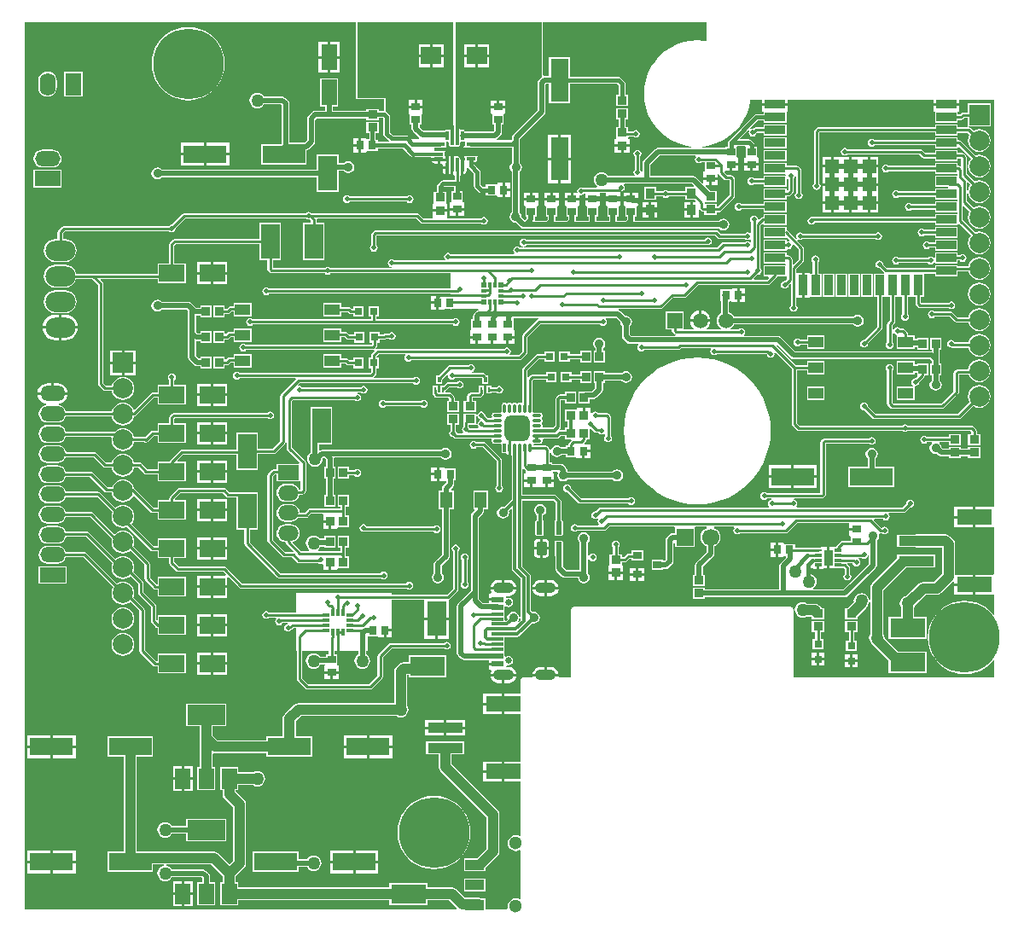
<source format=gtl>
G04*
G04 #@! TF.GenerationSoftware,Altium Limited,Altium Designer,20.1.14 (287)*
G04*
G04 Layer_Physical_Order=1*
G04 Layer_Color=255*
%FSLAX44Y44*%
%MOMM*%
G71*
G04*
G04 #@! TF.SameCoordinates,BADDABE7-1401-4436-ABD5-2416E089B5D3*
G04*
G04*
G04 #@! TF.FilePolarity,Positive*
G04*
G01*
G75*
%ADD10C,0.5080*%
%ADD12C,0.2540*%
%ADD20R,2.0066X0.8890*%
%ADD21R,0.8890X2.0066*%
%ADD22R,1.3208X1.3208*%
%ADD23R,0.9000X0.8000*%
%ADD24R,0.9000X1.6000*%
%ADD25R,0.8500X0.9500*%
%ADD26R,2.5000X1.7000*%
%ADD27R,1.6000X2.5000*%
%ADD28R,3.4036X1.4986*%
%ADD29R,3.5052X0.9906*%
%ADD30R,3.5000X1.9000*%
%ADD31R,0.8000X0.9000*%
%ADD32R,4.3000X1.8000*%
%ADD33R,0.9500X0.8500*%
%ADD34R,0.2700X0.5200*%
%ADD35R,0.3600X0.5200*%
%ADD36R,1.5000X1.1000*%
%ADD37R,1.1500X0.6000*%
%ADD38R,1.1500X0.3000*%
%ADD39R,0.7400X0.2800*%
G04:AMPARAMS|DCode=40|XSize=0.74mm|YSize=0.28mm|CornerRadius=0.063mm|HoleSize=0mm|Usage=FLASHONLY|Rotation=0.000|XOffset=0mm|YOffset=0mm|HoleType=Round|Shape=RoundedRectangle|*
%AMROUNDEDRECTD40*
21,1,0.7400,0.1540,0,0,0.0*
21,1,0.6140,0.2800,0,0,0.0*
1,1,0.1260,0.3070,-0.0770*
1,1,0.1260,-0.3070,-0.0770*
1,1,0.1260,-0.3070,0.0770*
1,1,0.1260,0.3070,0.0770*
%
%ADD40ROUNDEDRECTD40*%
%ADD41R,1.2500X1.6500*%
%ADD42R,1.9000X3.5000*%
%ADD43R,0.3000X0.8500*%
G04:AMPARAMS|DCode=44|XSize=0.85mm|YSize=0.3mm|CornerRadius=0.075mm|HoleSize=0mm|Usage=FLASHONLY|Rotation=90.000|XOffset=0mm|YOffset=0mm|HoleType=Round|Shape=RoundedRectangle|*
%AMROUNDEDRECTD44*
21,1,0.8500,0.1500,0,0,90.0*
21,1,0.7000,0.3000,0,0,90.0*
1,1,0.1500,0.0750,0.3500*
1,1,0.1500,0.0750,-0.3500*
1,1,0.1500,-0.0750,-0.3500*
1,1,0.1500,-0.0750,0.3500*
%
%ADD44ROUNDEDRECTD44*%
G04:AMPARAMS|DCode=45|XSize=0.85mm|YSize=0.3mm|CornerRadius=0.075mm|HoleSize=0mm|Usage=FLASHONLY|Rotation=180.000|XOffset=0mm|YOffset=0mm|HoleType=Round|Shape=RoundedRectangle|*
%AMROUNDEDRECTD45*
21,1,0.8500,0.1500,0,0,180.0*
21,1,0.7000,0.3000,0,0,180.0*
1,1,0.1500,-0.3500,0.0750*
1,1,0.1500,0.3500,0.0750*
1,1,0.1500,0.3500,-0.0750*
1,1,0.1500,-0.3500,-0.0750*
%
%ADD45ROUNDEDRECTD45*%
G04:AMPARAMS|DCode=46|XSize=2.55mm|YSize=2.55mm|CornerRadius=0.6375mm|HoleSize=0mm|Usage=FLASHONLY|Rotation=180.000|XOffset=0mm|YOffset=0mm|HoleType=Round|Shape=RoundedRectangle|*
%AMROUNDEDRECTD46*
21,1,2.5500,1.2750,0,0,180.0*
21,1,1.2750,2.5500,0,0,180.0*
1,1,1.2750,-0.6375,0.6375*
1,1,1.2750,0.6375,0.6375*
1,1,1.2750,0.6375,-0.6375*
1,1,1.2750,-0.6375,-0.6375*
%
%ADD46ROUNDEDRECTD46*%
%ADD47R,0.8000X0.8000*%
G04:AMPARAMS|DCode=48|XSize=0.59mm|YSize=1.3mm|CornerRadius=0.0443mm|HoleSize=0mm|Usage=FLASHONLY|Rotation=0.000|XOffset=0mm|YOffset=0mm|HoleType=Round|Shape=RoundedRectangle|*
%AMROUNDEDRECTD48*
21,1,0.5900,1.2115,0,0,0.0*
21,1,0.5015,1.3000,0,0,0.0*
1,1,0.0885,0.2508,-0.6058*
1,1,0.0885,-0.2508,-0.6058*
1,1,0.0885,-0.2508,0.6058*
1,1,0.0885,0.2508,0.6058*
%
%ADD48ROUNDEDRECTD48*%
G04:AMPARAMS|DCode=49|XSize=0.99mm|YSize=1.3mm|CornerRadius=0.0743mm|HoleSize=0mm|Usage=FLASHONLY|Rotation=0.000|XOffset=0mm|YOffset=0mm|HoleType=Round|Shape=RoundedRectangle|*
%AMROUNDEDRECTD49*
21,1,0.9900,1.1515,0,0,0.0*
21,1,0.8415,1.3000,0,0,0.0*
1,1,0.1485,0.4208,-0.5758*
1,1,0.1485,-0.4208,-0.5758*
1,1,0.1485,-0.4208,0.5758*
1,1,0.1485,0.4208,0.5758*
%
%ADD49ROUNDEDRECTD49*%
%ADD50R,0.7000X0.3500*%
%ADD51R,0.3500X0.7000*%
%ADD52R,0.9000X1.0000*%
%ADD53R,0.9000X0.8000*%
%ADD54R,1.9000X1.0000*%
%ADD55R,2.0000X1.8000*%
%ADD56R,1.8000X4.3000*%
G04:AMPARAMS|DCode=57|XSize=1.4mm|YSize=0.35mm|CornerRadius=0.0875mm|HoleSize=0mm|Usage=FLASHONLY|Rotation=90.000|XOffset=0mm|YOffset=0mm|HoleType=Round|Shape=RoundedRectangle|*
%AMROUNDEDRECTD57*
21,1,1.4000,0.1750,0,0,90.0*
21,1,1.2250,0.3500,0,0,90.0*
1,1,0.1750,0.0875,0.6125*
1,1,0.1750,0.0875,-0.6125*
1,1,0.1750,-0.0875,-0.6125*
1,1,0.1750,-0.0875,0.6125*
%
%ADD57ROUNDEDRECTD57*%
G04:AMPARAMS|DCode=58|XSize=0.9mm|YSize=0.35mm|CornerRadius=0.0875mm|HoleSize=0mm|Usage=FLASHONLY|Rotation=90.000|XOffset=0mm|YOffset=0mm|HoleType=Round|Shape=RoundedRectangle|*
%AMROUNDEDRECTD58*
21,1,0.9000,0.1750,0,0,90.0*
21,1,0.7250,0.3500,0,0,90.0*
1,1,0.1750,0.0875,0.3625*
1,1,0.1750,0.0875,-0.3625*
1,1,0.1750,-0.0875,-0.3625*
1,1,0.1750,-0.0875,0.3625*
%
%ADD58ROUNDEDRECTD58*%
G04:AMPARAMS|DCode=59|XSize=0.9mm|YSize=0.35mm|CornerRadius=0.0875mm|HoleSize=0mm|Usage=FLASHONLY|Rotation=180.000|XOffset=0mm|YOffset=0mm|HoleType=Round|Shape=RoundedRectangle|*
%AMROUNDEDRECTD59*
21,1,0.9000,0.1750,0,0,180.0*
21,1,0.7250,0.3500,0,0,180.0*
1,1,0.1750,-0.3625,0.0875*
1,1,0.1750,0.3625,0.0875*
1,1,0.1750,0.3625,-0.0875*
1,1,0.1750,-0.3625,-0.0875*
%
%ADD59ROUNDEDRECTD59*%
%ADD60R,1.1000X0.3500*%
%ADD61R,3.8000X2.0000*%
%ADD62R,1.5000X2.0000*%
%ADD63R,0.8000X0.8000*%
%ADD64R,0.3500X0.5000*%
%ADD65R,0.5000X0.3500*%
%ADD66R,0.5000X0.5000*%
%ADD67R,0.4000X0.5000*%
%ADD68C,1.0160*%
%ADD69C,0.3048*%
%ADD70C,0.7620*%
%ADD71C,0.3556*%
%ADD72C,0.3810*%
%ADD73C,0.5000*%
%ADD74C,7.0000*%
%ADD75O,2.1000X1.0500*%
%ADD76C,0.6500*%
%ADD77O,2.0000X1.5000*%
%ADD78R,2.0000X1.5000*%
%ADD79C,1.7000*%
%ADD80R,1.7000X1.7000*%
%ADD81C,1.3000*%
%ADD82C,1.5000*%
%ADD83R,1.5000X1.5000*%
%ADD84O,3.0000X2.0000*%
%ADD85R,2.5000X1.5000*%
%ADD86O,2.5000X1.5000*%
%ADD87R,1.6000X2.2500*%
%ADD88O,1.6000X2.2500*%
%ADD89C,2.0000*%
%ADD90R,2.0000X2.0000*%
%ADD91C,0.9144*%
%ADD92C,1.2700*%
G36*
X687016Y872720D02*
X686034Y871915D01*
X684800Y872160D01*
X677890Y872613D01*
X670980Y872160D01*
X664189Y870809D01*
X657632Y868583D01*
X651422Y865521D01*
X645664Y861674D01*
X640458Y857108D01*
X635892Y851902D01*
X632045Y846144D01*
X628983Y839934D01*
X626757Y833377D01*
X625406Y826586D01*
X624953Y819676D01*
X625406Y812766D01*
X626757Y805975D01*
X628983Y799418D01*
X632045Y793208D01*
X635892Y787450D01*
X640458Y782244D01*
X645664Y777678D01*
X651422Y773831D01*
X657632Y770769D01*
X664189Y768543D01*
X670980Y767192D01*
X671550Y767155D01*
X671508Y765885D01*
X638810D01*
X637323Y765589D01*
X636063Y764747D01*
X624633Y753317D01*
X623791Y752057D01*
X623495Y750570D01*
Y742351D01*
X622225Y742225D01*
X622041Y743151D01*
X621208Y744398D01*
X621080Y744484D01*
Y757182D01*
X621208Y757268D01*
X622041Y758515D01*
X622334Y759986D01*
X622041Y761457D01*
X621208Y762704D01*
X619961Y763537D01*
X618490Y763830D01*
X617019Y763537D01*
X615772Y762704D01*
X614939Y761457D01*
X614646Y759986D01*
X614939Y758515D01*
X615772Y757268D01*
X615900Y757182D01*
Y744484D01*
X615772Y744398D01*
X614939Y743151D01*
X614646Y741680D01*
X614939Y740209D01*
X615603Y739215D01*
X615304Y738311D01*
X615041Y737945D01*
X589554D01*
X588365Y739495D01*
X586773Y740716D01*
X584919Y741484D01*
X582930Y741746D01*
X580941Y741484D01*
X579087Y740716D01*
X577495Y739495D01*
X576274Y737903D01*
X575506Y736049D01*
X575244Y734060D01*
X575506Y732071D01*
X576274Y730217D01*
X577495Y728625D01*
X578623Y727760D01*
X578192Y726490D01*
X563718D01*
X563564Y726459D01*
X562621Y726647D01*
X561150Y726354D01*
X559903Y725521D01*
X559070Y724274D01*
X558777Y722803D01*
X558851Y722432D01*
X558045Y721450D01*
X554866D01*
Y716180D01*
X560636D01*
Y718184D01*
X561906Y719101D01*
X562621Y718959D01*
X564092Y719252D01*
X565339Y720085D01*
X565606Y720485D01*
X566876Y720099D01*
Y716180D01*
X573916D01*
X580956D01*
Y721310D01*
X587196D01*
Y716180D01*
X594236D01*
X601276D01*
Y721450D01*
X601276Y721450D01*
X601733Y722531D01*
X601829Y722626D01*
X601980Y722596D01*
X603451Y722889D01*
X604698Y723722D01*
X605531Y724969D01*
X605824Y726440D01*
X605531Y727911D01*
X604867Y728905D01*
X605166Y729809D01*
X605429Y730175D01*
X672411D01*
X674691Y727895D01*
X674205Y726722D01*
X666237D01*
Y723042D01*
X648798D01*
X647901Y723641D01*
X646430Y723934D01*
X644959Y723641D01*
X643712Y722808D01*
X643626Y722680D01*
X636777D01*
Y726722D01*
X625238D01*
Y714182D01*
X636777D01*
Y717500D01*
X643626D01*
X643712Y717372D01*
X644959Y716539D01*
X646430Y716246D01*
X647901Y716539D01*
X649148Y717372D01*
X649476Y717862D01*
X666237D01*
Y714182D01*
X675385D01*
X676402Y713165D01*
X675916Y711992D01*
X673278D01*
Y704452D01*
Y696912D01*
X679047D01*
Y703884D01*
X679672Y704234D01*
X680318Y704348D01*
X681647Y703019D01*
X682487Y702457D01*
X683478Y702260D01*
X684860D01*
Y699180D01*
X696900D01*
Y702110D01*
X699552D01*
X700543Y702307D01*
X701383Y702869D01*
X714301Y715787D01*
X714863Y716627D01*
X715060Y717618D01*
Y735112D01*
X714863Y736103D01*
X714301Y736943D01*
X712813Y738431D01*
X711973Y738993D01*
X710982Y739190D01*
X707193D01*
X704792Y741590D01*
X705319Y742860D01*
X709930D01*
Y749400D01*
X711200D01*
Y750670D01*
X718240D01*
Y755940D01*
X717954D01*
X716970Y756630D01*
X716970Y757210D01*
Y767170D01*
X718040Y767653D01*
X724680D01*
X725750Y767170D01*
Y757210D01*
X725750Y756630D01*
X724766Y755940D01*
X724480D01*
Y750670D01*
X731520D01*
X738560D01*
Y755940D01*
X738274D01*
X737290Y756630D01*
X737290Y757210D01*
Y767170D01*
X734757D01*
Y768658D01*
X734511Y769897D01*
X733809Y770947D01*
X731577Y773179D01*
X730527Y773881D01*
X729288Y774127D01*
X720675D01*
X720189Y775301D01*
X728320Y783432D01*
X729306Y782622D01*
X729239Y782521D01*
X728946Y781050D01*
X729239Y779579D01*
X730072Y778332D01*
X731319Y777499D01*
X732790Y777206D01*
X734261Y777499D01*
X735508Y778332D01*
X736341Y779579D01*
X736542Y780590D01*
X736828Y780876D01*
X743750D01*
Y777751D01*
X766356D01*
Y789181D01*
X743750D01*
Y786056D01*
X735756D01*
X734765Y785858D01*
X733924Y785297D01*
X733400Y784772D01*
X732790Y784894D01*
X731319Y784601D01*
X731218Y784534D01*
X730408Y785520D01*
X737817Y792929D01*
X743750D01*
Y790451D01*
X766356D01*
Y801881D01*
X767626D01*
Y807596D01*
X742480D01*
Y801881D01*
X743750D01*
Y799403D01*
X736476D01*
X735237Y799157D01*
X734187Y798455D01*
X708911Y773179D01*
X708209Y772129D01*
X707963Y770890D01*
Y767170D01*
X705430D01*
Y765785D01*
X682746D01*
X682705Y767055D01*
X684800Y767192D01*
X691591Y768543D01*
X698148Y770769D01*
X704358Y773831D01*
X710116Y777678D01*
X715322Y782244D01*
X719888Y787450D01*
X723735Y793208D01*
X726797Y799418D01*
X729023Y805975D01*
X730374Y812766D01*
X730440Y813766D01*
X736600D01*
X736600Y813766D01*
X736600Y813766D01*
X742480D01*
Y810136D01*
X767626D01*
Y813766D01*
X912480Y813766D01*
Y810136D01*
X937626D01*
Y813766D01*
X972662D01*
X972662Y410316D01*
X971392Y409293D01*
X953777D01*
Y399260D01*
Y389227D01*
X971392D01*
X972065Y389227D01*
X972662Y388204D01*
Y343316D01*
X971392Y342293D01*
X953777D01*
Y332260D01*
Y322227D01*
X971392D01*
X972065Y322227D01*
X972662Y321204D01*
X972662Y302960D01*
X971392Y302491D01*
X968706Y305636D01*
X964365Y309344D01*
X959497Y312327D01*
X954223Y314512D01*
X948671Y315844D01*
X942980Y316292D01*
X937289Y315844D01*
X931737Y314512D01*
X926463Y312327D01*
X921595Y309344D01*
X917254Y305636D01*
X913546Y301295D01*
X910563Y296427D01*
X908379Y291153D01*
X907046Y285601D01*
X906598Y279910D01*
X907046Y274219D01*
X908379Y268667D01*
X910563Y263393D01*
X913546Y258525D01*
X917254Y254184D01*
X921595Y250476D01*
X926463Y247493D01*
X931737Y245308D01*
X937289Y243976D01*
X942980Y243528D01*
X948671Y243976D01*
X954223Y245308D01*
X959497Y247493D01*
X964365Y250476D01*
X968706Y254184D01*
X971392Y257329D01*
X972662Y256861D01*
Y240210D01*
X773082D01*
Y307620D01*
X772885Y308611D01*
X772323Y309451D01*
X771483Y310013D01*
X770492Y310210D01*
X555252D01*
X554261Y310013D01*
X553421Y309451D01*
X552859Y308611D01*
X552662Y307620D01*
Y240210D01*
X541317D01*
X540432Y241280D01*
X527300D01*
X514168D01*
X513283Y240210D01*
X505252D01*
X504261Y240013D01*
X503421Y239451D01*
X502859Y238611D01*
X502662Y237620D01*
Y223873D01*
X486417D01*
Y213840D01*
Y203807D01*
X502662D01*
Y156873D01*
X486417D01*
Y146840D01*
Y136807D01*
X502662D01*
Y83045D01*
X502331Y82882D01*
X501392Y82539D01*
X499628Y83270D01*
X497600Y83537D01*
X495572Y83270D01*
X493681Y82487D01*
X492058Y81242D01*
X490813Y79619D01*
X490030Y77728D01*
X489763Y75700D01*
X490030Y73672D01*
X490813Y71782D01*
X492058Y70158D01*
X493681Y68913D01*
X495572Y68130D01*
X497600Y67863D01*
X499628Y68130D01*
X501392Y68861D01*
X502331Y68518D01*
X502662Y68355D01*
Y20545D01*
X502331Y20382D01*
X501392Y20039D01*
X499628Y20770D01*
X497600Y21037D01*
X495572Y20770D01*
X493681Y19987D01*
X492058Y18742D01*
X490813Y17119D01*
X490030Y15228D01*
X489763Y13200D01*
X489989Y11480D01*
X489230Y10210D01*
X467870D01*
Y20720D01*
X464238D01*
X463488Y21222D01*
X461010Y21714D01*
X447182D01*
X438918Y29978D01*
X436818Y31382D01*
X434340Y31874D01*
X409930D01*
Y36170D01*
X372390D01*
Y32124D01*
X222270D01*
Y36920D01*
X219834D01*
Y43038D01*
X228098Y51302D01*
X229502Y53402D01*
X229994Y55880D01*
Y114300D01*
X229502Y116778D01*
X228098Y118878D01*
X219834Y127142D01*
Y128680D01*
X222270D01*
Y133226D01*
X237220D01*
X237457Y133044D01*
X239311Y132276D01*
X241300Y132014D01*
X243289Y132276D01*
X245143Y133044D01*
X246735Y134265D01*
X247956Y135857D01*
X248724Y137711D01*
X248986Y139700D01*
X248724Y141689D01*
X247956Y143543D01*
X246735Y145135D01*
X245143Y146356D01*
X243289Y147124D01*
X241300Y147386D01*
X239311Y147124D01*
X237457Y146356D01*
X237220Y146174D01*
X222270D01*
Y151220D01*
X204730D01*
Y128680D01*
X206886D01*
Y124460D01*
X207378Y121982D01*
X208782Y119882D01*
X217046Y111618D01*
Y58562D01*
X213360Y54876D01*
X202698Y65538D01*
X200598Y66942D01*
X198120Y67434D01*
X128270D01*
X128197Y67420D01*
X121674D01*
Y161180D01*
X137970D01*
Y181720D01*
X92430D01*
Y161180D01*
X108726D01*
Y67420D01*
X92430D01*
Y46880D01*
X137970D01*
Y54486D01*
X148332D01*
X148415Y53216D01*
X147871Y53144D01*
X146017Y52376D01*
X144425Y51155D01*
X143204Y49563D01*
X142436Y47709D01*
X142174Y45720D01*
X142436Y43731D01*
X143204Y41877D01*
X144425Y40285D01*
X146017Y39064D01*
X147871Y38296D01*
X149860Y38034D01*
X151849Y38296D01*
X153703Y39064D01*
X155295Y40285D01*
X156484Y41835D01*
X185915D01*
X186615Y41135D01*
Y36920D01*
X181730D01*
Y14380D01*
X199270D01*
Y36920D01*
X194385D01*
Y42744D01*
X194089Y44231D01*
X193247Y45491D01*
X190271Y48467D01*
X189011Y49309D01*
X187524Y49605D01*
X156484D01*
X155295Y51155D01*
X153703Y52376D01*
X151849Y53144D01*
X151305Y53216D01*
X151388Y54486D01*
X195438D01*
X206886Y43038D01*
Y36920D01*
X204730D01*
Y14380D01*
X222270D01*
Y19176D01*
X372390D01*
Y14630D01*
X409930D01*
Y18926D01*
X431658D01*
X439104Y11480D01*
X438578Y10210D01*
X10210D01*
Y890220D01*
X338985D01*
Y815340D01*
X339388Y814368D01*
X340360Y813965D01*
X366925D01*
Y802217D01*
X361620D01*
Y804500D01*
X349580D01*
Y802865D01*
X316305D01*
Y806930D01*
X321690D01*
Y834470D01*
X303150D01*
Y806930D01*
X308535D01*
Y802865D01*
X298600D01*
X297113Y802569D01*
X295853Y801727D01*
X291893Y797767D01*
X291051Y796507D01*
X290755Y795020D01*
Y773769D01*
X287951Y770965D01*
X273125D01*
Y809824D01*
X272829Y811311D01*
X271987Y812571D01*
X269011Y815547D01*
X267751Y816389D01*
X266264Y816685D01*
X247924D01*
X246735Y818235D01*
X245143Y819456D01*
X243289Y820224D01*
X241300Y820486D01*
X239311Y820224D01*
X237457Y819456D01*
X235865Y818235D01*
X234644Y816643D01*
X233876Y814789D01*
X233614Y812800D01*
X233876Y810811D01*
X234644Y808957D01*
X235865Y807365D01*
X237457Y806144D01*
X239311Y805376D01*
X241300Y805114D01*
X243289Y805376D01*
X245143Y806144D01*
X246735Y807365D01*
X247924Y808915D01*
X264655D01*
X265355Y808215D01*
Y770163D01*
X264853Y769827D01*
X264788Y769730D01*
X244830D01*
Y749190D01*
X290370D01*
Y763356D01*
X291047Y763491D01*
X292307Y764333D01*
X297387Y769413D01*
X298229Y770673D01*
X298525Y772160D01*
Y793411D01*
X300209Y795095D01*
X349580D01*
Y793460D01*
X361620D01*
Y795743D01*
X365997D01*
X366333Y795407D01*
Y779780D01*
X366579Y778541D01*
X367281Y777491D01*
X371915Y772857D01*
X371898Y772608D01*
X371501Y771587D01*
X360770D01*
Y774120D01*
X358787D01*
Y780460D01*
X361620D01*
Y791500D01*
X349580D01*
Y780460D01*
X352313D01*
Y775018D01*
X351429Y774134D01*
X350176Y774196D01*
X349540Y775104D01*
Y775390D01*
X344270D01*
Y768350D01*
Y761310D01*
X349540D01*
Y761596D01*
X350230Y762580D01*
X350810Y762580D01*
X360770D01*
Y765113D01*
X385879D01*
X393567Y757425D01*
X394617Y756723D01*
X395856Y756477D01*
X396507Y756606D01*
X413360D01*
X413871Y755984D01*
X421266D01*
Y754714D01*
X422536D01*
Y750357D01*
X423905D01*
X424935Y750143D01*
X425149Y749114D01*
Y747744D01*
X429506D01*
Y746474D01*
X430776D01*
Y739446D01*
X431713Y739632D01*
X431998Y739823D01*
X432298Y739622D01*
X433236Y739436D01*
Y748964D01*
Y758492D01*
X432298Y758306D01*
X431169Y757551D01*
X430414Y756421D01*
X430149Y755089D01*
Y754638D01*
X429765Y754365D01*
X428552Y754765D01*
X428373Y754932D01*
Y755589D01*
X428108Y756921D01*
X427353Y758051D01*
X426972Y758306D01*
X427078Y758839D01*
Y760589D01*
X426972Y761122D01*
X427353Y761377D01*
X428108Y762506D01*
X428294Y763444D01*
X421266D01*
Y765984D01*
X428443D01*
X429026Y766694D01*
X429026D01*
Y772152D01*
X430381D01*
X431444Y771068D01*
Y769339D01*
X431610Y768502D01*
X432084Y767793D01*
X432794Y767318D01*
X433631Y767152D01*
X435381D01*
X436218Y767318D01*
X436927Y767793D01*
X437084D01*
X437794Y767318D01*
X438631Y767152D01*
X440381D01*
X441218Y767318D01*
X441927Y767793D01*
X442401Y768502D01*
X442568Y769339D01*
Y771068D01*
X443631Y772152D01*
X445381D01*
X446218Y772318D01*
X446600Y772574D01*
X447515Y771658D01*
X447360Y771426D01*
X447194Y770589D01*
Y768839D01*
X447300Y768306D01*
X446919Y768051D01*
X446164Y766921D01*
X445978Y765984D01*
X453006D01*
X460437D01*
X460841Y766477D01*
X493955D01*
Y751190D01*
X493628Y750972D01*
X492337Y749039D01*
X491884Y746760D01*
X492337Y744481D01*
X493628Y742548D01*
X493870Y742386D01*
Y701717D01*
X493458Y701442D01*
X492167Y699509D01*
X491713Y697230D01*
X492167Y694951D01*
X493458Y693018D01*
X495390Y691727D01*
X497670Y691273D01*
X498056Y691350D01*
X502543Y686863D01*
X503803Y686021D01*
X505290Y685725D01*
X699149D01*
X699368Y685398D01*
X701301Y684107D01*
X703580Y683653D01*
X705859Y684107D01*
X707792Y685398D01*
X709083Y687331D01*
X709537Y689610D01*
X709083Y691889D01*
X707792Y693822D01*
X705859Y695113D01*
X703580Y695566D01*
X701301Y695113D01*
X699368Y693822D01*
X699149Y693495D01*
X615963D01*
Y697140D01*
X617848D01*
Y707100D01*
X617848Y707680D01*
X618832Y708370D01*
X619118D01*
Y713640D01*
X612078D01*
X605038D01*
Y708370D01*
X605324D01*
X606308Y707680D01*
X606308Y707100D01*
Y697140D01*
X608193D01*
Y694967D01*
X606721Y693495D01*
X598121D01*
Y697140D01*
X600006D01*
Y707680D01*
X600990Y708370D01*
X601276D01*
Y713640D01*
X594236D01*
X587196D01*
Y708370D01*
X587482D01*
X588466Y707680D01*
Y697140D01*
X590351D01*
Y693635D01*
X590211Y693495D01*
X577863D01*
Y697140D01*
X579686D01*
Y707680D01*
X580670Y708370D01*
X580956D01*
Y713640D01*
X573916D01*
X566876D01*
Y708370D01*
X567162D01*
X568146Y707680D01*
Y697140D01*
X570093D01*
Y693495D01*
X557481D01*
Y697140D01*
X559366D01*
Y707680D01*
X560350Y708370D01*
X560636D01*
Y713640D01*
X546556D01*
Y708370D01*
X546842D01*
X547826Y707680D01*
Y697140D01*
X549711D01*
Y694905D01*
X548301Y693495D01*
X537161D01*
Y697140D01*
X539046D01*
Y707100D01*
X539046Y707680D01*
X540030Y708370D01*
X540316D01*
Y713640D01*
X526236D01*
Y708370D01*
X526522D01*
X527506Y707680D01*
X527506Y707100D01*
Y697140D01*
X529392D01*
Y694905D01*
X527981Y693495D01*
X517629D01*
X516823Y694476D01*
X516841Y694566D01*
Y697140D01*
X518726D01*
Y707100D01*
X518726Y707680D01*
X519710Y708370D01*
X519996D01*
Y713640D01*
X505916D01*
Y708370D01*
X506202D01*
X507186Y707680D01*
X507186Y707100D01*
Y697140D01*
X508335D01*
X508766Y695870D01*
X506645Y693749D01*
X503549Y696844D01*
X503626Y697230D01*
X503173Y699509D01*
X501882Y701442D01*
X501640Y701604D01*
Y742273D01*
X502052Y742548D01*
X503343Y744481D01*
X503797Y746760D01*
X503343Y749039D01*
X502052Y750972D01*
X501725Y751190D01*
Y774361D01*
X525987Y798623D01*
X526829Y799883D01*
X527125Y801370D01*
Y828535D01*
X527825Y829235D01*
X530812D01*
Y809980D01*
X551352D01*
Y829883D01*
X598099D01*
X600013Y827969D01*
Y818320D01*
X597230D01*
Y807280D01*
X609270D01*
Y818320D01*
X606487D01*
Y829310D01*
X606241Y830549D01*
X605539Y831599D01*
X601729Y835409D01*
X600679Y836111D01*
X599440Y836357D01*
X551352D01*
Y855520D01*
X530812D01*
Y837005D01*
X526216D01*
X525885Y836939D01*
X524635Y837912D01*
X524615Y837981D01*
Y890220D01*
X687016D01*
Y872720D01*
D02*
G37*
G36*
X435939Y785529D02*
X435776Y785395D01*
Y775464D01*
X433236D01*
Y784992D01*
X432298Y784806D01*
X431169Y784051D01*
X430914Y783670D01*
X430381Y783776D01*
X428631D01*
X427794Y783609D01*
X427084Y783135D01*
X426753Y782639D01*
X406365D01*
X402281Y786723D01*
Y788834D01*
X404166D01*
Y798794D01*
X404166Y799374D01*
X405150Y800064D01*
X405436D01*
Y805334D01*
X391356D01*
Y800064D01*
X391642D01*
X392626Y799374D01*
X392626Y798794D01*
Y788834D01*
X394511D01*
Y785114D01*
X394807Y783627D01*
X395649Y782367D01*
X402009Y776007D01*
X402065Y775970D01*
X401679Y774700D01*
X394468D01*
X391791Y777377D01*
X390741Y778079D01*
X389502Y778325D01*
X375603D01*
X372807Y781121D01*
Y796748D01*
X372561Y797987D01*
X371859Y799037D01*
X369627Y801269D01*
X368577Y801971D01*
X368300Y802026D01*
Y815340D01*
X340360D01*
Y890220D01*
X435939D01*
Y785529D01*
D02*
G37*
G36*
X523240Y835638D02*
X520493Y832891D01*
X519651Y831631D01*
X519355Y830144D01*
Y802979D01*
X495093Y778717D01*
X494251Y777457D01*
X493955Y775970D01*
Y774123D01*
X493262Y773430D01*
X479442D01*
X479057Y774700D01*
X479831Y775217D01*
X482807Y778193D01*
X483649Y779453D01*
X483945Y780940D01*
Y788580D01*
X485830D01*
Y798540D01*
X485830Y799120D01*
X486814Y799810D01*
X487100D01*
Y805080D01*
X473020D01*
Y799810D01*
X473306D01*
X474290Y799120D01*
X474290Y798540D01*
Y788580D01*
X476175D01*
Y782549D01*
X475475Y781849D01*
X447516D01*
X447401Y782426D01*
X446927Y783135D01*
X446218Y783609D01*
X445381Y783776D01*
X443631D01*
X443098Y783670D01*
X442843Y784051D01*
X441713Y784806D01*
X440776Y784992D01*
Y775464D01*
X438236D01*
Y785395D01*
X438150Y785465D01*
Y890220D01*
X523240D01*
Y835638D01*
D02*
G37*
G36*
X676264Y757749D02*
X676563Y756845D01*
X675899Y755851D01*
X675606Y754380D01*
X675899Y752909D01*
X676732Y751662D01*
X677979Y750829D01*
X679450Y750536D01*
X680921Y750829D01*
X682168Y751662D01*
X682254Y751790D01*
X685110D01*
Y742660D01*
X684126Y741970D01*
X683840D01*
Y736700D01*
X690880D01*
X697920D01*
Y739492D01*
X699190Y739877D01*
X699209Y739849D01*
X704289Y734769D01*
X705129Y734207D01*
X706120Y734010D01*
X709880D01*
Y718691D01*
X698479Y707290D01*
X696900D01*
Y710220D01*
X685381D01*
X685030Y710734D01*
X684929Y711224D01*
X685825Y712180D01*
X696900D01*
Y723220D01*
X690354D01*
X685857Y727717D01*
X686343Y728890D01*
X689610D01*
Y734160D01*
X683840D01*
Y731393D01*
X682667Y730907D01*
X676767Y736807D01*
X675507Y737649D01*
X674020Y737945D01*
X631265D01*
Y748961D01*
X640419Y758115D01*
X676001D01*
X676264Y757749D01*
D02*
G37*
%LPC*%
G36*
X322960Y870740D02*
X313690D01*
Y856970D01*
X322960D01*
Y870740D01*
D02*
G37*
G36*
X311150D02*
X301880D01*
Y856970D01*
X311150D01*
Y870740D01*
D02*
G37*
G36*
X322960Y854430D02*
X313690D01*
Y840660D01*
X322960D01*
Y854430D01*
D02*
G37*
G36*
X311150D02*
X301880D01*
Y840660D01*
X311150D01*
Y854430D01*
D02*
G37*
G36*
X67839Y841636D02*
X49300D01*
Y816596D01*
X67839D01*
Y841636D01*
D02*
G37*
G36*
X33170Y841716D02*
X30750Y841397D01*
X28495Y840463D01*
X26558Y838978D01*
X25072Y837041D01*
X24138Y834786D01*
X23820Y832366D01*
Y825866D01*
X24138Y823446D01*
X25072Y821191D01*
X26558Y819255D01*
X28495Y817769D01*
X30750Y816835D01*
X33170Y816516D01*
X35589Y816835D01*
X37845Y817769D01*
X39781Y819255D01*
X41267Y821191D01*
X42201Y823446D01*
X42519Y825866D01*
Y832366D01*
X42201Y834786D01*
X41267Y837041D01*
X39781Y838978D01*
X37845Y840463D01*
X35589Y841397D01*
X33170Y841716D01*
D02*
G37*
G36*
X172720Y885758D02*
X167029Y885310D01*
X161477Y883978D01*
X156203Y881793D01*
X151335Y878810D01*
X146994Y875102D01*
X143286Y870761D01*
X140303Y865893D01*
X138118Y860619D01*
X136786Y855067D01*
X136338Y849376D01*
X136786Y843685D01*
X138118Y838133D01*
X140303Y832859D01*
X143286Y827991D01*
X146994Y823650D01*
X151335Y819942D01*
X156203Y816959D01*
X161477Y814774D01*
X167029Y813442D01*
X172720Y812994D01*
X178411Y813442D01*
X183963Y814774D01*
X189237Y816959D01*
X194105Y819942D01*
X198446Y823650D01*
X202154Y827991D01*
X205137Y832859D01*
X207321Y838133D01*
X208654Y843685D01*
X209102Y849376D01*
X208654Y855067D01*
X207321Y860619D01*
X205137Y865893D01*
X202154Y870761D01*
X198446Y875102D01*
X194105Y878810D01*
X189237Y881793D01*
X183963Y883978D01*
X178411Y885310D01*
X172720Y885758D01*
D02*
G37*
G36*
X968850Y809846D02*
X946310D01*
Y801166D01*
X942086D01*
X941095Y800969D01*
X940255Y800407D01*
X938603Y798755D01*
X936356D01*
Y801881D01*
X937626D01*
Y807596D01*
X912480D01*
Y801881D01*
X913750D01*
Y790451D01*
X936356D01*
Y793576D01*
X939676D01*
X940667Y793773D01*
X941507Y794334D01*
X943159Y795986D01*
X946310D01*
Y787892D01*
X946310Y787892D01*
X946310D01*
X946288Y786719D01*
X946263Y786056D01*
X946039Y786056D01*
X936356D01*
Y789181D01*
X913750D01*
Y786180D01*
X797778D01*
X796787Y785983D01*
X795947Y785421D01*
X794459Y783933D01*
X793897Y783093D01*
X793700Y782102D01*
Y730732D01*
X793572Y730646D01*
X792739Y729399D01*
X792446Y727928D01*
X792739Y726457D01*
X793572Y725210D01*
X794819Y724377D01*
X796290Y724084D01*
X797761Y724377D01*
X799008Y725210D01*
X799841Y726457D01*
X800134Y727928D01*
X799841Y729399D01*
X799008Y730646D01*
X798880Y730732D01*
Y781000D01*
X913750D01*
Y777751D01*
X936356D01*
Y780876D01*
X946217D01*
X947952Y779141D01*
X947736Y778860D01*
X946600Y776118D01*
X946213Y773176D01*
X946600Y770234D01*
X947736Y767492D01*
X949542Y765138D01*
X951896Y763332D01*
X954638Y762196D01*
X957580Y761809D01*
X960522Y762196D01*
X963264Y763332D01*
X965618Y765138D01*
X967424Y767492D01*
X968560Y770234D01*
X968947Y773176D01*
X968560Y776118D01*
X967424Y778860D01*
X965618Y781214D01*
X963264Y783020D01*
X960522Y784156D01*
X957580Y784543D01*
X954638Y784156D01*
X951896Y783020D01*
X951615Y782804D01*
X949121Y785297D01*
X948281Y785858D01*
X947532Y786008D01*
X947290Y786056D01*
X947337Y787306D01*
X947572Y787306D01*
X947580Y787306D01*
X968850D01*
Y809846D01*
D02*
G37*
G36*
X609270Y805320D02*
X597230D01*
Y794280D01*
X600013D01*
Y786570D01*
X597230D01*
Y776110D01*
X597230Y775530D01*
X596246Y774840D01*
X595960D01*
Y769320D01*
X603250D01*
X610540D01*
Y774840D01*
X610254D01*
X609270Y775530D01*
X609270Y775920D01*
X609728Y777190D01*
X614198D01*
X614284Y777062D01*
X615531Y776229D01*
X617002Y775936D01*
X618473Y776229D01*
X619720Y777062D01*
X620553Y778309D01*
X620846Y779780D01*
X620553Y781251D01*
X619720Y782498D01*
X618473Y783331D01*
X617002Y783624D01*
X615531Y783331D01*
X614284Y782498D01*
X614198Y782370D01*
X609270D01*
Y786570D01*
X606487D01*
Y794280D01*
X609270D01*
Y805320D01*
D02*
G37*
G36*
X936356Y776481D02*
X913750D01*
Y773480D01*
X853704D01*
X853618Y773608D01*
X852371Y774441D01*
X850900Y774734D01*
X849429Y774441D01*
X848182Y773608D01*
X847349Y772361D01*
X847056Y770890D01*
X847349Y769419D01*
X848182Y768172D01*
X849429Y767339D01*
X850900Y767046D01*
X852371Y767339D01*
X853618Y768172D01*
X853704Y768300D01*
X913750D01*
Y765051D01*
X936356D01*
Y766472D01*
X937529Y766958D01*
X949165Y755322D01*
X947736Y753460D01*
X946600Y750718D01*
X946213Y747776D01*
X946600Y744834D01*
X947736Y742092D01*
X949542Y739738D01*
X951896Y737932D01*
X954638Y736796D01*
X957580Y736409D01*
X960522Y736796D01*
X963264Y737932D01*
X965618Y739738D01*
X967424Y742092D01*
X968560Y744834D01*
X968947Y747776D01*
X968560Y750718D01*
X967424Y753460D01*
X965618Y755814D01*
X963264Y757620D01*
X960522Y758756D01*
X957580Y759143D01*
X954638Y758756D01*
X953520Y758293D01*
X939239Y772573D01*
X938399Y773135D01*
X937408Y773332D01*
X936356D01*
Y776481D01*
D02*
G37*
G36*
X341730Y775390D02*
X336460D01*
Y769620D01*
X341730D01*
Y775390D01*
D02*
G37*
G36*
X766356Y776481D02*
X743750D01*
Y765051D01*
X766356D01*
Y776481D01*
D02*
G37*
G36*
X341730Y767080D02*
X336460D01*
Y761310D01*
X341730D01*
Y767080D01*
D02*
G37*
G36*
X610540Y766780D02*
X604520D01*
Y761260D01*
X610540D01*
Y766780D01*
D02*
G37*
G36*
X601980D02*
X595960D01*
Y761260D01*
X601980D01*
Y766780D01*
D02*
G37*
G36*
X460034Y763444D02*
X453006D01*
X445978D01*
X446164Y762506D01*
X446359Y762214D01*
X446164Y761921D01*
X445978Y760984D01*
X453006D01*
X460034D01*
X459848Y761921D01*
X459652Y762214D01*
X459848Y762506D01*
X460034Y763444D01*
D02*
G37*
G36*
X213640Y771000D02*
X190870D01*
Y760730D01*
X213640D01*
Y771000D01*
D02*
G37*
G36*
X188330D02*
X165560D01*
Y760730D01*
X188330D01*
Y771000D01*
D02*
G37*
G36*
X552622Y778790D02*
X542352D01*
Y756020D01*
X552622D01*
Y778790D01*
D02*
G37*
G36*
X539812D02*
X529542D01*
Y756020D01*
X539812D01*
Y778790D01*
D02*
G37*
G36*
X460034Y758444D02*
X453006D01*
X445978D01*
X446164Y757506D01*
X446919Y756377D01*
X447521Y755975D01*
X447444Y755589D01*
Y754355D01*
X447261Y754094D01*
X446524Y753514D01*
X446234Y753411D01*
X445776Y753502D01*
Y746474D01*
Y739446D01*
X446713Y739632D01*
X447843Y740387D01*
X448598Y741516D01*
X448863Y742849D01*
Y746658D01*
X449416Y746844D01*
X450133Y746869D01*
X450717Y745995D01*
X456119Y740593D01*
Y727964D01*
X456365Y726725D01*
X457067Y725675D01*
X460877Y721865D01*
X461927Y721163D01*
X463166Y720917D01*
X468156D01*
Y718384D01*
X478116D01*
X478696Y718384D01*
X479386Y717400D01*
Y717114D01*
X484656D01*
Y724154D01*
Y731194D01*
X479386D01*
Y730908D01*
X478696Y729924D01*
X478116Y729924D01*
X468156D01*
Y727391D01*
X464507D01*
X462593Y729305D01*
Y741934D01*
X462347Y743173D01*
X461645Y744223D01*
X456243Y749625D01*
Y751652D01*
X456881D01*
X457718Y751818D01*
X458427Y752293D01*
X458901Y753002D01*
X459068Y753839D01*
Y755589D01*
X458932Y756270D01*
X459093Y756377D01*
X459848Y757506D01*
X460034Y758444D01*
D02*
G37*
G36*
X766356Y763781D02*
X743750D01*
Y752351D01*
X766356D01*
Y763781D01*
D02*
G37*
G36*
X419996Y753444D02*
X414238D01*
X414424Y752506D01*
X415179Y751377D01*
X416308Y750622D01*
X417641Y750357D01*
X419996D01*
Y753444D01*
D02*
G37*
G36*
X849630Y756920D02*
Y749046D01*
X857504D01*
Y756920D01*
X849630D01*
D02*
G37*
G36*
X810390D02*
X802516D01*
Y749046D01*
X810390D01*
Y756920D01*
D02*
G37*
G36*
X213640Y758190D02*
X190870D01*
Y747920D01*
X213640D01*
Y758190D01*
D02*
G37*
G36*
X188330D02*
X165560D01*
Y747920D01*
X188330D01*
Y758190D01*
D02*
G37*
G36*
X824230Y765844D02*
X822759Y765551D01*
X821512Y764718D01*
X820679Y763471D01*
X820386Y762000D01*
X820679Y760529D01*
X821512Y759282D01*
X822759Y758449D01*
X824060Y758190D01*
X823935Y756920D01*
X820866Y756920D01*
X819596Y756920D01*
X812930D01*
Y747776D01*
X811660D01*
Y746506D01*
X802516D01*
Y739840D01*
X802516Y738632D01*
X802516Y737362D01*
Y730696D01*
X811660D01*
Y728156D01*
X802516D01*
Y721490D01*
X802516Y720282D01*
X802516Y719012D01*
Y712346D01*
X811660D01*
Y711076D01*
X812930D01*
Y701932D01*
X819596D01*
X820804Y701932D01*
X822074Y701932D01*
X828740D01*
Y711076D01*
X831280D01*
Y701932D01*
X837946D01*
X839154Y701932D01*
X840424Y701932D01*
X847090D01*
Y711076D01*
X848360D01*
Y712346D01*
X857504D01*
Y719012D01*
X857504Y720220D01*
X857504Y721490D01*
Y728156D01*
X848360D01*
Y730696D01*
X857504D01*
Y737362D01*
X857504Y738570D01*
X857504Y739840D01*
Y746506D01*
X848360D01*
Y747776D01*
X847090D01*
Y756920D01*
X840424D01*
X839216Y756920D01*
X837946Y756920D01*
X831280D01*
Y747776D01*
X828740D01*
Y756920D01*
X824525D01*
X824400Y758190D01*
X825701Y758449D01*
X826948Y759282D01*
X827034Y759410D01*
X898087D01*
X901263Y756235D01*
X902103Y755673D01*
X903094Y755476D01*
X913750D01*
Y752351D01*
X936356D01*
Y755476D01*
X939750D01*
Y748121D01*
X938480Y747584D01*
X938033Y747883D01*
X937042Y748080D01*
X936356D01*
Y751081D01*
X913750D01*
Y747955D01*
X867757D01*
X867588Y748208D01*
X866341Y749041D01*
X864870Y749334D01*
X863399Y749041D01*
X862152Y748208D01*
X861319Y746961D01*
X861026Y745490D01*
X861319Y744019D01*
X862152Y742772D01*
X863399Y741939D01*
X864870Y741646D01*
X866341Y741939D01*
X867588Y742772D01*
X867591Y742776D01*
X913750D01*
Y739651D01*
X935940D01*
Y738381D01*
X913750D01*
Y726951D01*
X927032D01*
X926469Y725681D01*
X913750D01*
Y722555D01*
X877917D01*
X877748Y722808D01*
X876501Y723641D01*
X875030Y723934D01*
X873559Y723641D01*
X872312Y722808D01*
X871479Y721561D01*
X871186Y720090D01*
X871479Y718619D01*
X872312Y717372D01*
X873559Y716539D01*
X875030Y716246D01*
X876501Y716539D01*
X877748Y717372D01*
X877751Y717376D01*
X913750D01*
Y714251D01*
X935940D01*
Y712981D01*
X913750D01*
Y709855D01*
X890706D01*
X890601Y710013D01*
X890477Y710137D01*
X889217Y710979D01*
X887730Y711275D01*
X886243Y710979D01*
X884983Y710137D01*
X884141Y708877D01*
X883845Y707390D01*
X884141Y705903D01*
X884983Y704643D01*
X885107Y704519D01*
X886368Y703677D01*
X887854Y703381D01*
X889341Y703677D01*
X890601Y704519D01*
X890706Y704676D01*
X913750D01*
Y701551D01*
X935940D01*
Y700281D01*
X913750D01*
Y697156D01*
X792356D01*
X792055Y697096D01*
X791210Y697264D01*
X789739Y696971D01*
X788492Y696138D01*
X787659Y694891D01*
X787366Y693420D01*
X787659Y691949D01*
X788492Y690702D01*
X789739Y689869D01*
X791210Y689576D01*
X792681Y689869D01*
X793928Y690702D01*
X794761Y691949D01*
X794767Y691976D01*
X913750D01*
Y688851D01*
X936356D01*
Y690136D01*
X937626Y690662D01*
X949165Y679122D01*
X947736Y677260D01*
X946600Y674518D01*
X946213Y671576D01*
X946600Y668634D01*
X947736Y665892D01*
X949542Y663538D01*
X951896Y661732D01*
X954638Y660596D01*
X957580Y660209D01*
X960522Y660596D01*
X963264Y661732D01*
X965618Y663538D01*
X967424Y665892D01*
X968560Y668634D01*
X968947Y671576D01*
X968560Y674518D01*
X967424Y677260D01*
X965618Y679614D01*
X963264Y681420D01*
X960522Y682556D01*
X957580Y682943D01*
X954638Y682556D01*
X953520Y682093D01*
X941120Y694493D01*
Y708114D01*
X942293Y708600D01*
X947952Y702942D01*
X947736Y702660D01*
X946600Y699918D01*
X946213Y696976D01*
X946600Y694034D01*
X947736Y691292D01*
X949542Y688938D01*
X951896Y687132D01*
X954638Y685996D01*
X957580Y685609D01*
X960522Y685996D01*
X963264Y687132D01*
X965618Y688938D01*
X967424Y691292D01*
X968560Y694034D01*
X968947Y696976D01*
X968560Y699918D01*
X967424Y702660D01*
X965618Y705014D01*
X963264Y706820D01*
X960522Y707956D01*
X957580Y708343D01*
X954638Y707956D01*
X951896Y706820D01*
X951615Y706604D01*
X944930Y713289D01*
Y731219D01*
X946200Y731745D01*
X948669Y729276D01*
X947736Y728060D01*
X946600Y725318D01*
X946213Y722376D01*
X946600Y719434D01*
X947736Y716692D01*
X949542Y714338D01*
X951896Y712532D01*
X954638Y711396D01*
X957580Y711009D01*
X960522Y711396D01*
X963264Y712532D01*
X965618Y714338D01*
X967424Y716692D01*
X968560Y719434D01*
X968947Y722376D01*
X968560Y725318D01*
X967424Y728060D01*
X965618Y730414D01*
X963264Y732220D01*
X960522Y733356D01*
X957580Y733743D01*
X954638Y733356D01*
X952711Y732558D01*
X944930Y740340D01*
Y756578D01*
X944733Y757569D01*
X944171Y758409D01*
X942683Y759897D01*
X941843Y760458D01*
X940852Y760656D01*
X936356D01*
Y763781D01*
X913750D01*
Y760656D01*
X904167D01*
X900991Y763831D01*
X900151Y764393D01*
X899160Y764590D01*
X827034D01*
X826948Y764718D01*
X825701Y765551D01*
X824230Y765844D01*
D02*
G37*
G36*
X38020Y764082D02*
X28020D01*
X25731Y763780D01*
X23597Y762897D01*
X21765Y761491D01*
X20359Y759659D01*
X19476Y757525D01*
X19174Y755236D01*
X19476Y752947D01*
X20359Y750813D01*
X21765Y748981D01*
X23597Y747575D01*
X25731Y746692D01*
X28020Y746390D01*
X38020D01*
X40309Y746692D01*
X42443Y747575D01*
X44275Y748981D01*
X45681Y750813D01*
X46564Y752947D01*
X46866Y755236D01*
X46564Y757525D01*
X45681Y759659D01*
X44275Y761491D01*
X42443Y762897D01*
X40309Y763780D01*
X38020Y764082D01*
D02*
G37*
G36*
X321920Y759180D02*
X300380D01*
Y744295D01*
X146671D01*
X146452Y744622D01*
X144519Y745913D01*
X142240Y746367D01*
X139961Y745913D01*
X138028Y744622D01*
X136737Y742689D01*
X136284Y740410D01*
X136737Y738131D01*
X138028Y736198D01*
X139961Y734907D01*
X142240Y734454D01*
X144519Y734907D01*
X146452Y736198D01*
X146671Y736525D01*
X300380D01*
Y721640D01*
X321920D01*
Y742875D01*
X327039D01*
X327258Y742548D01*
X329191Y741257D01*
X331470Y740804D01*
X333749Y741257D01*
X335682Y742548D01*
X336973Y744481D01*
X337426Y746760D01*
X336973Y749039D01*
X335682Y750972D01*
X333749Y752263D01*
X331470Y752717D01*
X329191Y752263D01*
X327258Y750972D01*
X327039Y750645D01*
X321920D01*
Y759180D01*
D02*
G37*
G36*
X738560Y748130D02*
X732790D01*
Y742860D01*
X738560D01*
Y748130D01*
D02*
G37*
G36*
X730250D02*
X724480D01*
Y742860D01*
X730250D01*
Y748130D01*
D02*
G37*
G36*
X718240D02*
X712470D01*
Y742860D01*
X718240D01*
Y748130D01*
D02*
G37*
G36*
X428236Y745204D02*
X425149D01*
Y742849D01*
X425414Y741516D01*
X426169Y740387D01*
X427298Y739632D01*
X428236Y739446D01*
Y745204D01*
D02*
G37*
G36*
X552622Y753480D02*
X542352D01*
Y730710D01*
X552622D01*
Y753480D01*
D02*
G37*
G36*
X539812D02*
X529542D01*
Y730710D01*
X539812D01*
Y753480D01*
D02*
G37*
G36*
X46790Y744006D02*
X19250D01*
Y726466D01*
X46790D01*
Y744006D01*
D02*
G37*
G36*
X492466Y731194D02*
X487196D01*
Y725424D01*
X492466D01*
Y731194D01*
D02*
G37*
G36*
X392430Y718854D02*
X390959Y718561D01*
X389712Y717728D01*
X389626Y717600D01*
X333004D01*
X332918Y717728D01*
X331671Y718561D01*
X330200Y718854D01*
X328729Y718561D01*
X327482Y717728D01*
X326649Y716481D01*
X326356Y715010D01*
X326649Y713539D01*
X327482Y712292D01*
X328729Y711459D01*
X330200Y711166D01*
X331671Y711459D01*
X332918Y712292D01*
X333004Y712420D01*
X389626D01*
X389712Y712292D01*
X390959Y711459D01*
X392430Y711166D01*
X393901Y711459D01*
X395148Y712292D01*
X395981Y713539D01*
X396274Y715010D01*
X395981Y716481D01*
X395148Y717728D01*
X393901Y718561D01*
X392430Y718854D01*
D02*
G37*
G36*
X492466Y722884D02*
X487196D01*
Y717114D01*
X492466D01*
Y722884D01*
D02*
G37*
G36*
X619118Y721450D02*
X613348D01*
Y716180D01*
X619118D01*
Y721450D01*
D02*
G37*
G36*
X610808D02*
X605038D01*
Y716180D01*
X610808D01*
Y721450D01*
D02*
G37*
G36*
X552326D02*
X546556D01*
Y716180D01*
X552326D01*
Y721450D01*
D02*
G37*
G36*
X540316D02*
X534546D01*
Y716180D01*
X540316D01*
Y721450D01*
D02*
G37*
G36*
X532006D02*
X526236D01*
Y716180D01*
X532006D01*
Y721450D01*
D02*
G37*
G36*
X519996D02*
X514226D01*
Y716180D01*
X519996D01*
Y721450D01*
D02*
G37*
G36*
X511686D02*
X505916D01*
Y716180D01*
X511686D01*
Y721450D01*
D02*
G37*
G36*
X766356Y751081D02*
X743750D01*
Y739651D01*
X764834D01*
X765383Y739204D01*
X765575Y738656D01*
X765446Y738381D01*
X743750D01*
Y735256D01*
X734407D01*
X734238Y735508D01*
X732991Y736341D01*
X731520Y736634D01*
X730049Y736341D01*
X728802Y735508D01*
X727969Y734261D01*
X727676Y732790D01*
X727969Y731319D01*
X728802Y730072D01*
X730049Y729239D01*
X731520Y728946D01*
X732991Y729239D01*
X734238Y730072D01*
X734241Y730076D01*
X743750D01*
Y726951D01*
X766356D01*
Y735289D01*
X767581Y735693D01*
X768300Y735005D01*
Y724007D01*
X767596Y723450D01*
X766356Y723982D01*
Y725681D01*
X743750D01*
Y714251D01*
X766356D01*
Y717500D01*
X768350D01*
X769341Y717697D01*
X770181Y718259D01*
X772721Y720799D01*
X773283Y721639D01*
X773480Y722630D01*
Y735066D01*
X773608Y735152D01*
X774441Y736399D01*
X774578Y737086D01*
X774650Y737450D01*
X775830Y737333D01*
X775920Y737139D01*
Y721624D01*
X775792Y721538D01*
X774959Y720291D01*
X774666Y718820D01*
X774959Y717349D01*
X775792Y716102D01*
X777039Y715269D01*
X778510Y714976D01*
X779981Y715269D01*
X781228Y716102D01*
X782061Y717349D01*
X782354Y718820D01*
X782061Y720291D01*
X781228Y721538D01*
X781100Y721624D01*
Y743878D01*
X780903Y744869D01*
X780341Y745709D01*
X778853Y747197D01*
X778013Y747758D01*
X777022Y747955D01*
X766356D01*
Y751081D01*
D02*
G37*
G36*
Y712981D02*
X743750D01*
Y709980D01*
X721624D01*
X721538Y710108D01*
X720291Y710941D01*
X718820Y711234D01*
X717349Y710941D01*
X716102Y710108D01*
X715269Y708861D01*
X714976Y707390D01*
X715269Y705919D01*
X716102Y704672D01*
X717349Y703839D01*
X718820Y703546D01*
X720291Y703839D01*
X721538Y704672D01*
X721624Y704800D01*
X743750D01*
Y701551D01*
X766356D01*
Y712981D01*
D02*
G37*
G36*
X435776Y758492D02*
Y748964D01*
Y739303D01*
X436916Y738368D01*
Y733487D01*
X425502D01*
X424263Y733241D01*
X423213Y732539D01*
X420237Y729563D01*
X419535Y728513D01*
X419289Y727274D01*
Y722204D01*
X416506D01*
Y711744D01*
X416506Y711164D01*
X415522Y710474D01*
X415236D01*
Y704954D01*
X422526D01*
X429816D01*
Y710474D01*
X429530D01*
X428546Y711164D01*
X428546Y711744D01*
Y722204D01*
X425763D01*
Y725933D01*
X426843Y727013D01*
X436269D01*
Y722720D01*
X433650D01*
Y712760D01*
X433650Y712180D01*
X432666Y711490D01*
X432380D01*
Y706220D01*
X439420D01*
X446460D01*
Y711490D01*
X446174D01*
X445190Y712180D01*
X445190Y712760D01*
Y722720D01*
X442743D01*
Y731606D01*
X442497Y732845D01*
X442096Y733445D01*
Y738378D01*
X443236Y739313D01*
Y746474D01*
Y753822D01*
X442568Y754370D01*
Y755089D01*
X442401Y755926D01*
X441927Y756635D01*
X441218Y757110D01*
X440381Y757276D01*
X438631D01*
X438098Y757170D01*
X437843Y757551D01*
X436713Y758306D01*
X435776Y758492D01*
D02*
G37*
G36*
X638047Y711992D02*
X632278D01*
Y705722D01*
X638047D01*
Y711992D01*
D02*
G37*
G36*
X670738D02*
X664967D01*
Y705722D01*
X670738D01*
Y711992D01*
D02*
G37*
G36*
X629738D02*
X623968D01*
Y705722D01*
X629738D01*
Y711992D01*
D02*
G37*
G36*
X857504Y709806D02*
X849630D01*
Y701932D01*
X857504D01*
Y709806D01*
D02*
G37*
G36*
X810390D02*
X802516D01*
Y701932D01*
X810390D01*
Y709806D01*
D02*
G37*
G36*
X446460Y703680D02*
X440690D01*
Y698410D01*
X446460D01*
Y703680D01*
D02*
G37*
G36*
X438150D02*
X432380D01*
Y698410D01*
X438150D01*
Y703680D01*
D02*
G37*
G36*
X670738Y703182D02*
X664967D01*
Y696912D01*
X670738D01*
Y703182D01*
D02*
G37*
G36*
X638047D02*
X632278D01*
Y696912D01*
X638047D01*
Y703182D01*
D02*
G37*
G36*
X629738D02*
X623968D01*
Y696912D01*
X629738D01*
Y703182D01*
D02*
G37*
G36*
X429816Y702414D02*
X422526D01*
X415236D01*
Y697280D01*
X415236Y696894D01*
X414332Y696010D01*
X406203D01*
X401881Y700331D01*
X401041Y700893D01*
X400050Y701090D01*
X294904D01*
X294818Y701218D01*
X293571Y702051D01*
X292100Y702344D01*
X290629Y702051D01*
X289382Y701218D01*
X289296Y701090D01*
X168910D01*
X167919Y700893D01*
X167079Y700331D01*
X156361Y689614D01*
X156210Y689644D01*
X154739Y689351D01*
X153492Y688518D01*
X153406Y688390D01*
X49530D01*
X48539Y688193D01*
X47699Y687631D01*
X43889Y683821D01*
X43327Y682981D01*
X43130Y681990D01*
Y675323D01*
X40720D01*
X37778Y674936D01*
X35036Y673800D01*
X32682Y671994D01*
X30876Y669640D01*
X29740Y666898D01*
X29353Y663956D01*
X29740Y661014D01*
X30876Y658272D01*
X32682Y655918D01*
X35036Y654112D01*
X37778Y652976D01*
X40720Y652589D01*
X50720D01*
X53662Y652976D01*
X56404Y654112D01*
X58758Y655918D01*
X60564Y658272D01*
X61700Y661014D01*
X62087Y663956D01*
X61700Y666898D01*
X60564Y669640D01*
X58758Y671994D01*
X56404Y673800D01*
X53662Y674936D01*
X50720Y675323D01*
X48310D01*
Y680917D01*
X50603Y683210D01*
X153406D01*
X153492Y683082D01*
X154739Y682249D01*
X156210Y681956D01*
X157681Y682249D01*
X158928Y683082D01*
X159761Y684329D01*
X160054Y685800D01*
X160024Y685951D01*
X169983Y695910D01*
X289296D01*
X289382Y695782D01*
X290629Y694949D01*
X292100Y694656D01*
X293311Y694897D01*
X294590Y693617D01*
Y691870D01*
X286410D01*
Y654330D01*
X307950D01*
Y691870D01*
X299770D01*
Y694690D01*
X300822Y695910D01*
X398977D01*
X403299Y691589D01*
X404139Y691027D01*
X405130Y690830D01*
X463286D01*
X463372Y690702D01*
X464619Y689869D01*
X466090Y689576D01*
X467561Y689869D01*
X468808Y690702D01*
X469641Y691949D01*
X469934Y693420D01*
X469641Y694891D01*
X468808Y696138D01*
X467561Y696971D01*
X466090Y697264D01*
X464619Y696971D01*
X463372Y696138D01*
X463286Y696010D01*
X430720D01*
X429816Y696894D01*
X429816Y697280D01*
Y702414D01*
D02*
G37*
G36*
X766356Y700281D02*
X743750D01*
Y697156D01*
X742826D01*
X741835Y696958D01*
X740994Y696397D01*
X739131Y694534D01*
X738802Y694576D01*
X737835Y695034D01*
X737611Y696161D01*
X736778Y697408D01*
X735531Y698241D01*
X734060Y698534D01*
X732589Y698241D01*
X731342Y697408D01*
X730509Y696161D01*
X730216Y694690D01*
X730509Y693219D01*
X731342Y691972D01*
X731470Y691886D01*
Y681613D01*
X731032Y681312D01*
X730200Y681050D01*
X729181Y681731D01*
X727710Y682024D01*
X726239Y681731D01*
X724992Y680898D01*
X724906Y680770D01*
X700843D01*
X698553Y683059D01*
X697713Y683621D01*
X696722Y683818D01*
X358648D01*
X357657Y683621D01*
X356817Y683059D01*
X355039Y681281D01*
X354477Y680441D01*
X354280Y679450D01*
Y669554D01*
X354152Y669468D01*
X353319Y668221D01*
X353026Y666750D01*
X353319Y665279D01*
X354152Y664032D01*
X355399Y663199D01*
X356870Y662906D01*
X358341Y663199D01*
X359588Y664032D01*
X360421Y665279D01*
X360714Y666750D01*
X360421Y668221D01*
X359588Y669468D01*
X359460Y669554D01*
Y678377D01*
X359721Y678638D01*
X695649D01*
X697939Y676349D01*
X698779Y675787D01*
X699770Y675590D01*
X724906D01*
X724992Y675462D01*
X726239Y674629D01*
X727710Y674336D01*
X729181Y674629D01*
X730200Y675310D01*
X731032Y675048D01*
X731470Y674747D01*
Y672723D01*
X731032Y672422D01*
X730200Y672160D01*
X729181Y672841D01*
X727710Y673134D01*
X726239Y672841D01*
X724992Y672008D01*
X724906Y671880D01*
X703580D01*
X702589Y671683D01*
X701749Y671121D01*
X697427Y666800D01*
X506005Y666800D01*
X505880Y668070D01*
X506244Y668142D01*
X506931Y668279D01*
X508178Y669112D01*
X508264Y669240D01*
X686520D01*
X687470Y669429D01*
X688340Y669256D01*
X689811Y669549D01*
X691058Y670382D01*
X691891Y671629D01*
X692184Y673100D01*
X691891Y674571D01*
X691058Y675818D01*
X689811Y676651D01*
X688340Y676944D01*
X686869Y676651D01*
X685622Y675818D01*
X684789Y674571D01*
X684759Y674420D01*
X508264D01*
X508178Y674548D01*
X506931Y675381D01*
X505460Y675674D01*
X503989Y675381D01*
X502742Y674548D01*
X501909Y673301D01*
X501616Y671830D01*
X501909Y670359D01*
X502742Y669112D01*
X503989Y668279D01*
X504676Y668142D01*
X505040Y668070D01*
X504915Y666800D01*
X501914D01*
X501828Y666928D01*
X500581Y667761D01*
X499110Y668054D01*
X497639Y667761D01*
X496392Y666928D01*
X495559Y665681D01*
X495266Y664210D01*
X495559Y662739D01*
X496240Y661720D01*
X495978Y660888D01*
X495677Y660450D01*
X433334D01*
X433248Y660578D01*
X432001Y661411D01*
X430530Y661704D01*
X429059Y661411D01*
X427812Y660578D01*
X426979Y659331D01*
X426686Y657860D01*
X426979Y656389D01*
X427660Y655370D01*
X427398Y654538D01*
X427097Y654100D01*
X377454D01*
X377368Y654228D01*
X376121Y655061D01*
X374650Y655354D01*
X373179Y655061D01*
X371932Y654228D01*
X371099Y652981D01*
X370806Y651510D01*
X371099Y650039D01*
X371932Y648792D01*
X373179Y647959D01*
X373866Y647822D01*
X374230Y647750D01*
X374114Y646570D01*
X373919Y646480D01*
X313954D01*
X313868Y646608D01*
X312621Y647441D01*
X311150Y647734D01*
X309679Y647441D01*
X308432Y646608D01*
X308346Y646480D01*
X256590D01*
Y654330D01*
X264770D01*
Y691870D01*
X243230D01*
Y675690D01*
X159506D01*
X158515Y675493D01*
X157675Y674931D01*
X154699Y671955D01*
X154137Y671115D01*
X153940Y670124D01*
Y651120D01*
X142760D01*
Y641146D01*
X61746D01*
X61700Y641498D01*
X60564Y644240D01*
X58758Y646594D01*
X56404Y648400D01*
X53662Y649536D01*
X50720Y649923D01*
X40720D01*
X37778Y649536D01*
X35036Y648400D01*
X32682Y646594D01*
X30876Y644240D01*
X29740Y641498D01*
X29353Y638556D01*
X29740Y635614D01*
X30876Y632872D01*
X32682Y630518D01*
X35036Y628712D01*
X37778Y627576D01*
X40720Y627189D01*
X50720D01*
X53662Y627576D01*
X56404Y628712D01*
X58758Y630518D01*
X60564Y632872D01*
X61700Y635614D01*
X61746Y635966D01*
X77286D01*
X83135Y630117D01*
Y531495D01*
X83332Y530504D01*
X83894Y529664D01*
X88339Y525219D01*
X89179Y524657D01*
X90170Y524460D01*
X96924D01*
X96970Y524108D01*
X98106Y521366D01*
X99912Y519012D01*
X102266Y517206D01*
X105008Y516070D01*
X107950Y515683D01*
X110892Y516070D01*
X113634Y517206D01*
X115988Y519012D01*
X117794Y521366D01*
X118930Y524108D01*
X119317Y527050D01*
X118930Y529992D01*
X117794Y532734D01*
X115988Y535088D01*
X113634Y536894D01*
X110892Y538030D01*
X107950Y538417D01*
X105008Y538030D01*
X102266Y536894D01*
X99912Y535088D01*
X98106Y532734D01*
X96970Y529992D01*
X96924Y529640D01*
X91243D01*
X88315Y532568D01*
Y631190D01*
X88118Y632181D01*
X87556Y633021D01*
X85785Y634793D01*
X86271Y635966D01*
X142760D01*
Y631580D01*
X170300D01*
Y651120D01*
X159120D01*
Y669052D01*
X160578Y670510D01*
X243230D01*
Y654330D01*
X251410D01*
Y645378D01*
X251607Y644387D01*
X252169Y643547D01*
X253657Y642059D01*
X254497Y641497D01*
X255488Y641300D01*
X308346D01*
X308432Y641172D01*
X309679Y640339D01*
X311150Y640046D01*
X312621Y640339D01*
X313868Y641172D01*
X313954Y641300D01*
X432950D01*
X433070Y640080D01*
X433070D01*
Y626160D01*
X252994D01*
X252908Y626288D01*
X251661Y627121D01*
X250190Y627414D01*
X248719Y627121D01*
X247472Y626288D01*
X246639Y625041D01*
X246346Y623570D01*
X246639Y622099D01*
X247472Y620852D01*
X248719Y620019D01*
X250190Y619726D01*
X251661Y620019D01*
X252908Y620852D01*
X252994Y620980D01*
X433070D01*
Y617910D01*
X427188Y617910D01*
X426498Y618894D01*
Y619180D01*
X421228D01*
Y612140D01*
Y605100D01*
X426498D01*
Y605386D01*
X427188Y606370D01*
X427768Y606370D01*
X433070D01*
Y605100D01*
X433760Y605790D01*
X460510D01*
X460635Y604520D01*
X459523Y604299D01*
X458263Y603457D01*
X456481Y601675D01*
X455639Y600415D01*
X455343Y598928D01*
Y595720D01*
X453458D01*
Y585760D01*
X453458Y585180D01*
X452474Y584490D01*
X452188D01*
Y579220D01*
X459228D01*
Y577950D01*
X460498D01*
Y571410D01*
X466158D01*
X466268Y571410D01*
X467428D01*
X467538Y571410D01*
X473198D01*
Y577950D01*
X475738D01*
Y571410D01*
X481398D01*
X481508Y571410D01*
X482668D01*
X482778Y571410D01*
X488438D01*
Y577950D01*
X489708D01*
Y579220D01*
X496748D01*
Y584490D01*
X496462D01*
X495478Y585180D01*
X495478Y585760D01*
Y595720D01*
X495478D01*
X495875Y596825D01*
X519949D01*
X520075Y595555D01*
X519709Y595483D01*
X518869Y594921D01*
X504899Y580951D01*
X504337Y580111D01*
X504140Y579120D01*
Y563683D01*
X500577Y560120D01*
X492383D01*
X492082Y560558D01*
X491820Y561390D01*
X492501Y562409D01*
X492794Y563880D01*
X492501Y565351D01*
X491668Y566598D01*
X490421Y567431D01*
X488950Y567724D01*
X487479Y567431D01*
X486232Y566598D01*
X486146Y566470D01*
X360680D01*
X359689Y566273D01*
X359545Y566176D01*
X358735Y567163D01*
X359371Y567799D01*
X359933Y568639D01*
X360130Y569630D01*
Y572580D01*
X362810D01*
Y575260D01*
X367030D01*
X368021Y575457D01*
X368861Y576019D01*
X369373Y576530D01*
X371846D01*
X371932Y576402D01*
X373179Y575569D01*
X374650Y575276D01*
X376121Y575569D01*
X377368Y576402D01*
X378201Y577649D01*
X378494Y579120D01*
X378201Y580591D01*
X377368Y581838D01*
X376121Y582671D01*
X374650Y582964D01*
X373179Y582671D01*
X371932Y581838D01*
X371846Y581710D01*
X368300D01*
X367309Y581513D01*
X366469Y580951D01*
X365957Y580440D01*
X362810D01*
Y583120D01*
X352270D01*
Y572580D01*
X354950D01*
Y570703D01*
X354527Y570280D01*
X230134D01*
X230048Y570408D01*
X228801Y571241D01*
X227330Y571534D01*
X225859Y571241D01*
X224612Y570408D01*
X223779Y569161D01*
X223486Y567690D01*
X223779Y566219D01*
X224612Y564972D01*
X225859Y564139D01*
X227330Y563846D01*
X228801Y564139D01*
X230048Y564972D01*
X230134Y565100D01*
X355600D01*
X356591Y565297D01*
X356735Y565394D01*
X357545Y564407D01*
X355039Y561901D01*
X354477Y561061D01*
X354280Y560070D01*
Y557720D01*
X351480D01*
Y547180D01*
X354160D01*
Y543243D01*
X353257Y542340D01*
X223784D01*
X223698Y542468D01*
X222451Y543301D01*
X220980Y543594D01*
X219509Y543301D01*
X218262Y542468D01*
X217429Y541221D01*
X217136Y539750D01*
X217429Y538279D01*
X218262Y537032D01*
X219509Y536199D01*
X220980Y535906D01*
X222451Y536199D01*
X223698Y537032D01*
X223784Y537160D01*
X278972D01*
X279498Y535890D01*
X264869Y521261D01*
X264307Y520421D01*
X264110Y519430D01*
Y474783D01*
X256737Y467410D01*
X241910D01*
Y483590D01*
X220370D01*
Y466140D01*
X166370D01*
X165379Y465943D01*
X164539Y465381D01*
X154379Y455221D01*
X153817Y454381D01*
X153795Y454270D01*
X142760D01*
Y447090D01*
X131883D01*
X126291Y452681D01*
X125451Y453243D01*
X124460Y453440D01*
X118976D01*
X118930Y453792D01*
X117794Y456534D01*
X115988Y458888D01*
X113634Y460694D01*
X110892Y461830D01*
X107950Y462217D01*
X105008Y461830D01*
X102266Y460694D01*
X99912Y458888D01*
X98106Y456534D01*
X96970Y453792D01*
X96924Y453440D01*
X91243D01*
X81841Y462841D01*
X81001Y463403D01*
X80010Y463600D01*
X51729D01*
X51644Y464240D01*
X50761Y466373D01*
X49355Y468205D01*
X47523Y469611D01*
X45389Y470494D01*
X43100Y470796D01*
X33100D01*
X30811Y470494D01*
X28677Y469611D01*
X26845Y468205D01*
X25439Y466373D01*
X24556Y464240D01*
X24254Y461950D01*
X24556Y459661D01*
X25439Y457527D01*
X26845Y455695D01*
X28677Y454290D01*
X30811Y453406D01*
X33100Y453104D01*
X43100D01*
X45389Y453406D01*
X47523Y454290D01*
X49355Y455695D01*
X50761Y457527D01*
X51130Y458420D01*
X78937D01*
X88339Y449019D01*
X89179Y448457D01*
X90170Y448260D01*
X96924D01*
X96970Y447908D01*
X98106Y445166D01*
X99912Y442812D01*
X102266Y441006D01*
X105008Y439870D01*
X107950Y439483D01*
X110892Y439870D01*
X113634Y441006D01*
X115988Y442812D01*
X117794Y445166D01*
X118930Y447908D01*
X118976Y448260D01*
X123387D01*
X128979Y442669D01*
X129819Y442107D01*
X130810Y441910D01*
X142760D01*
Y434730D01*
X170300D01*
Y454270D01*
X162412D01*
X161926Y455443D01*
X167443Y460960D01*
X220370D01*
Y446050D01*
X241910D01*
Y462230D01*
X257810D01*
X258801Y462427D01*
X259641Y462989D01*
X268531Y471879D01*
X269093Y472719D01*
X269190Y473210D01*
X270460Y473085D01*
Y467360D01*
X270657Y466369D01*
X271219Y465529D01*
X283251Y453497D01*
X282642Y452310D01*
X281949Y452310D01*
X260510D01*
Y447090D01*
X257810D01*
X256819Y446893D01*
X255979Y446331D01*
X252169Y442521D01*
X251607Y441681D01*
X251410Y440690D01*
Y375920D01*
X251607Y374929D01*
X252169Y374089D01*
X266139Y360119D01*
X266979Y359557D01*
X267970Y359360D01*
X275787D01*
X280498Y354650D01*
X281338Y354089D01*
X282329Y353891D01*
X302136D01*
X302993Y353319D01*
X304464Y353026D01*
X305480Y353228D01*
X306750Y352452D01*
Y347040D01*
X312270D01*
Y354330D01*
X314810D01*
Y347040D01*
X320330D01*
Y347326D01*
X321020Y348310D01*
X332060D01*
Y360350D01*
X329130D01*
Y368630D01*
X332060D01*
Y380670D01*
X321020D01*
Y368630D01*
X323950D01*
Y365810D01*
X301918D01*
X301487Y367080D01*
X302615Y367945D01*
X303836Y369537D01*
X304082Y370130D01*
X308020D01*
Y368630D01*
X319060D01*
Y380670D01*
X308020D01*
Y377900D01*
X303317D01*
X302615Y378815D01*
X301023Y380036D01*
X299169Y380804D01*
X297180Y381066D01*
X295191Y380804D01*
X293337Y380036D01*
X291745Y378815D01*
X290524Y377223D01*
X289756Y375369D01*
X289494Y373380D01*
X289756Y371391D01*
X290524Y369537D01*
X291745Y367945D01*
X292873Y367080D01*
X292442Y365810D01*
X284283D01*
X276270Y373822D01*
X276798Y375090D01*
X278703Y375879D01*
X280535Y377285D01*
X281941Y379117D01*
X282824Y381251D01*
X283126Y383540D01*
X282824Y385829D01*
X281941Y387963D01*
X280535Y389795D01*
X278703Y391201D01*
X276569Y392084D01*
X274280Y392386D01*
X269280D01*
X266991Y392084D01*
X264857Y391201D01*
X263025Y389795D01*
X261619Y387963D01*
X260736Y385829D01*
X260434Y383540D01*
X260736Y381251D01*
X261619Y379117D01*
X263025Y377285D01*
X264857Y375879D01*
X266991Y374996D01*
X269190Y374706D01*
Y374650D01*
X269387Y373659D01*
X269949Y372819D01*
X277003Y365765D01*
X276992Y365670D01*
X276432Y364540D01*
X269043D01*
X256590Y376993D01*
Y439617D01*
X258883Y441910D01*
X260510D01*
Y434770D01*
X283050D01*
Y450537D01*
X284148Y451232D01*
X284320Y451250D01*
X284430Y451182D01*
Y426988D01*
X282344D01*
X281941Y427963D01*
X280535Y429795D01*
X278703Y431200D01*
X276569Y432084D01*
X274280Y432386D01*
X269280D01*
X266991Y432084D01*
X264857Y431200D01*
X263025Y429795D01*
X261619Y427963D01*
X260736Y425829D01*
X260434Y423540D01*
X260736Y421250D01*
X261619Y419117D01*
X263025Y417285D01*
X264857Y415879D01*
X266991Y414996D01*
X269280Y414694D01*
X274280D01*
X276569Y414996D01*
X278703Y415879D01*
X280535Y417285D01*
X281941Y419117D01*
X282824Y421250D01*
X282898Y421808D01*
X285532D01*
X286523Y422005D01*
X287363Y422567D01*
X288851Y424055D01*
X289413Y424895D01*
X289610Y425886D01*
Y453390D01*
X289413Y454381D01*
X288851Y455221D01*
X275640Y468433D01*
Y514547D01*
X276663Y515570D01*
X337556D01*
X337642Y515442D01*
X338889Y514609D01*
X340360Y514316D01*
X341831Y514609D01*
X343078Y515442D01*
X343911Y516689D01*
X344204Y518160D01*
X343911Y519631D01*
X343078Y520878D01*
X341831Y521711D01*
X341144Y521848D01*
X340780Y521920D01*
X340897Y523100D01*
X341091Y523190D01*
X343906D01*
X343992Y523062D01*
X345239Y522229D01*
X346710Y521936D01*
X348181Y522229D01*
X349428Y523062D01*
X350261Y524309D01*
X350554Y525780D01*
X350261Y527251D01*
X349428Y528498D01*
X348181Y529331D01*
X346710Y529624D01*
X345239Y529331D01*
X343992Y528498D01*
X343906Y528370D01*
X286014D01*
X285928Y528498D01*
X284681Y529331D01*
X283210Y529624D01*
X282139Y529411D01*
X281514Y530581D01*
X283013Y532080D01*
X395976D01*
X396062Y531952D01*
X397309Y531119D01*
X398780Y530826D01*
X400251Y531119D01*
X401498Y531952D01*
X402331Y533199D01*
X402624Y534670D01*
X402331Y536141D01*
X401498Y537388D01*
X400251Y538221D01*
X398780Y538514D01*
X397309Y538221D01*
X396062Y537388D01*
X395976Y537260D01*
X357298D01*
X356772Y538530D01*
X358581Y540339D01*
X359143Y541179D01*
X359340Y542170D01*
Y547180D01*
X362020D01*
Y557720D01*
X359460D01*
Y558997D01*
X361753Y561290D01*
X387727D01*
X388028Y560852D01*
X388290Y560020D01*
X387609Y559001D01*
X387316Y557530D01*
X387609Y556059D01*
X388442Y554812D01*
X389689Y553979D01*
X391160Y553686D01*
X392631Y553979D01*
X393878Y554812D01*
X393964Y554940D01*
X501650D01*
X502641Y555137D01*
X503481Y555699D01*
X508561Y560779D01*
X509123Y561619D01*
X509320Y562610D01*
Y578047D01*
X521773Y590500D01*
X581396D01*
X581482Y590372D01*
X582729Y589539D01*
X584200Y589246D01*
X585671Y589539D01*
X586918Y590372D01*
X587751Y591619D01*
X588044Y593090D01*
X587751Y594561D01*
X587087Y595555D01*
X587386Y596459D01*
X587649Y596825D01*
X597317D01*
X601116Y593026D01*
X601557Y590811D01*
X602848Y588878D01*
X603175Y588660D01*
Y579120D01*
X603471Y577633D01*
X604313Y576373D01*
X608123Y572563D01*
X609383Y571721D01*
X610870Y571425D01*
X618851D01*
X619114Y571059D01*
X619413Y570155D01*
X618749Y569161D01*
X618456Y567690D01*
X618749Y566219D01*
X619582Y564972D01*
X620829Y564139D01*
X622300Y563846D01*
X623771Y564139D01*
X625018Y564972D01*
X625104Y565100D01*
X658889D01*
X659881Y565297D01*
X660721Y565859D01*
X662248Y567386D01*
X691040D01*
X691650Y566116D01*
X691139Y565351D01*
X690846Y563880D01*
X691139Y562409D01*
X691972Y561162D01*
X693219Y560329D01*
X694690Y560036D01*
X696161Y560329D01*
X697408Y561162D01*
X697494Y561290D01*
X746407D01*
X746818Y560880D01*
X747019Y559869D01*
X747852Y558622D01*
X749099Y557789D01*
X750570Y557496D01*
X752041Y557789D01*
X753288Y558622D01*
X754121Y559869D01*
X754414Y561340D01*
X754201Y562411D01*
X755371Y563036D01*
X771860Y546547D01*
Y491740D01*
X772057Y490749D01*
X772619Y489909D01*
X776679Y485849D01*
X777519Y485287D01*
X778510Y485090D01*
X881116D01*
X881202Y484962D01*
X882449Y484129D01*
X883920Y483836D01*
X885391Y484129D01*
X886638Y484962D01*
X886724Y485090D01*
X948887D01*
X949910Y484067D01*
Y481920D01*
X946480D01*
Y470880D01*
X958520D01*
Y481920D01*
X955090D01*
Y485140D01*
X954893Y486131D01*
X954331Y486971D01*
X951791Y489511D01*
X950951Y490073D01*
X949960Y490270D01*
X886724D01*
X886638Y490398D01*
X885391Y491231D01*
X883920Y491524D01*
X882449Y491231D01*
X881202Y490398D01*
X881116Y490270D01*
X779583D01*
X777040Y492813D01*
Y545030D01*
X786700D01*
Y540850D01*
X804240D01*
Y554390D01*
X786700D01*
Y550210D01*
X775523D01*
X756277Y569455D01*
X756711Y570818D01*
X757119Y570888D01*
X770683Y557323D01*
X771943Y556481D01*
X773430Y556185D01*
X909131D01*
X910665Y554651D01*
Y552120D01*
X909030D01*
Y540080D01*
X910665D01*
Y535391D01*
X910188Y535072D01*
X908897Y533139D01*
X908444Y530860D01*
X908897Y528581D01*
X910188Y526648D01*
X912121Y525357D01*
X914400Y524903D01*
X916679Y525357D01*
X918612Y526648D01*
X919903Y528581D01*
X920357Y530860D01*
X919903Y533139D01*
X918612Y535072D01*
X918435Y535190D01*
Y540080D01*
X920070D01*
Y552120D01*
X918435D01*
Y565480D01*
X920070D01*
Y577520D01*
X909030D01*
Y565480D01*
X910665D01*
Y563955D01*
X775039D01*
X760937Y578057D01*
X759677Y578899D01*
X758190Y579195D01*
X724809D01*
X724546Y579561D01*
X724247Y580465D01*
X724911Y581459D01*
X725204Y582930D01*
X724911Y584401D01*
X724078Y585648D01*
X722831Y586481D01*
X721360Y586774D01*
X719889Y586481D01*
X718642Y585648D01*
X718556Y585520D01*
X711013D01*
X710665Y586394D01*
X710661Y586790D01*
X712375Y588105D01*
X713781Y589937D01*
X714004Y590475D01*
X832499D01*
X832718Y590148D01*
X834651Y588857D01*
X836930Y588404D01*
X839209Y588857D01*
X841142Y590148D01*
X842433Y592081D01*
X842887Y594360D01*
X842433Y596639D01*
X841142Y598572D01*
X839209Y599863D01*
X836930Y600317D01*
X834651Y599863D01*
X832718Y598572D01*
X832499Y598245D01*
X714004D01*
X713781Y598783D01*
X712375Y600615D01*
X710543Y602021D01*
X709420Y602486D01*
Y613092D01*
X710293Y613966D01*
X711551Y613902D01*
X712180Y613006D01*
Y612720D01*
X717450D01*
Y619760D01*
Y626800D01*
X712180D01*
Y626514D01*
X711490Y625530D01*
X710910Y625530D01*
X700950D01*
Y613990D01*
X701650D01*
Y601985D01*
X699865Y600615D01*
X698459Y598783D01*
X697576Y596649D01*
X697274Y594360D01*
X697576Y592071D01*
X698459Y589937D01*
X699865Y588105D01*
X701579Y586790D01*
X701575Y586394D01*
X701227Y585520D01*
X687778D01*
X687347Y586790D01*
X687881Y587199D01*
X689490Y589297D01*
X690502Y591739D01*
X690679Y593090D01*
X670761D01*
X670938Y591739D01*
X671950Y589297D01*
X673559Y587199D01*
X674093Y586790D01*
X673662Y585520D01*
X665331D01*
X664090Y585590D01*
Y603130D01*
X646550D01*
Y585590D01*
X652730D01*
Y584418D01*
X652927Y583427D01*
X653489Y582587D01*
X654977Y581099D01*
X655817Y580537D01*
X656182Y580465D01*
X656057Y579195D01*
X612479D01*
X610945Y580729D01*
Y588660D01*
X611272Y588878D01*
X612563Y590811D01*
X613017Y593090D01*
X612563Y595369D01*
X611272Y597302D01*
X609339Y598593D01*
X607060Y599047D01*
X606245Y598884D01*
X601673Y603457D01*
X600412Y604299D01*
X599551Y604470D01*
X599676Y605740D01*
X641350D01*
X642341Y605937D01*
X643181Y606499D01*
X653853Y617170D01*
X665211D01*
X666202Y617367D01*
X667042Y617929D01*
X678984Y629870D01*
X748030D01*
X749021Y630067D01*
X749861Y630629D01*
X756884Y637652D01*
X757151Y638051D01*
X765760D01*
X766356Y638051D01*
X767030Y637060D01*
Y636073D01*
X764691Y633734D01*
X764540Y633764D01*
X763069Y633471D01*
X761822Y632638D01*
X760989Y631391D01*
X760696Y629920D01*
X760989Y628449D01*
X761822Y627202D01*
X763069Y626369D01*
X764540Y626076D01*
X766011Y626369D01*
X767258Y627202D01*
X768091Y628449D01*
X768384Y629920D01*
X768354Y630071D01*
X769667Y631384D01*
X770840Y630898D01*
Y609864D01*
X770712Y609778D01*
X769879Y608531D01*
X769586Y607060D01*
X769879Y605589D01*
X770712Y604342D01*
X771959Y603509D01*
X773430Y603216D01*
X774901Y603509D01*
X776148Y604342D01*
X776981Y605589D01*
X777274Y607060D01*
X776981Y608531D01*
X776148Y609778D01*
X776020Y609864D01*
Y616781D01*
X781633D01*
Y629354D01*
Y641927D01*
X776020D01*
Y645357D01*
X782881Y652219D01*
X783443Y653059D01*
X783640Y654050D01*
Y666265D01*
X783443Y667256D01*
X782881Y668096D01*
X777005Y673973D01*
X777814Y674959D01*
X778309Y674629D01*
X779780Y674336D01*
X781251Y674629D01*
X782498Y675462D01*
X782584Y675590D01*
X854446D01*
X854532Y675462D01*
X855779Y674629D01*
X857250Y674336D01*
X858721Y674629D01*
X859968Y675462D01*
X860801Y676709D01*
X861094Y678180D01*
X860801Y679651D01*
X859968Y680898D01*
X858721Y681731D01*
X857250Y682024D01*
X855779Y681731D01*
X854532Y680898D01*
X854446Y680770D01*
X782584D01*
X782498Y680898D01*
X781251Y681731D01*
X779780Y682024D01*
X778309Y681731D01*
X777062Y680898D01*
X776229Y679651D01*
X775936Y678180D01*
X776229Y676709D01*
X776559Y676214D01*
X775573Y675405D01*
X767281Y683697D01*
X766440Y684258D01*
X766356Y684275D01*
Y687581D01*
X743750D01*
Y676151D01*
X766356D01*
Y676151D01*
X767166Y676486D01*
X769441Y674212D01*
X768815Y673041D01*
X768350Y673134D01*
X767626Y672990D01*
X766356Y673903D01*
Y674881D01*
X743750D01*
Y663451D01*
X766356D01*
Y664677D01*
X767626Y665590D01*
X768350Y665446D01*
X769821Y665739D01*
X771068Y666572D01*
X771901Y667819D01*
X772194Y669290D01*
X772101Y669755D01*
X773272Y670381D01*
X778460Y665192D01*
Y655123D01*
X773383Y650046D01*
X772210Y650532D01*
Y654978D01*
X772013Y655969D01*
X771451Y656809D01*
X769963Y658297D01*
X769123Y658858D01*
X768132Y659055D01*
X766356D01*
Y662181D01*
X743750D01*
Y650751D01*
X765037D01*
X765387Y650257D01*
X764921Y649481D01*
X743750D01*
Y638051D01*
X748299D01*
X748785Y636877D01*
X746957Y635050D01*
X734352D01*
X733866Y636223D01*
X737719Y640076D01*
X737870Y640046D01*
X739341Y640339D01*
X740588Y641172D01*
X741421Y642419D01*
X741714Y643890D01*
X741421Y645361D01*
X740588Y646608D01*
X740460Y646694D01*
Y653136D01*
X740572Y653699D01*
Y688649D01*
X742577Y690654D01*
X743750Y690168D01*
Y688851D01*
X766356D01*
Y700281D01*
D02*
G37*
G36*
X936356Y687581D02*
X913750D01*
Y684455D01*
X903406D01*
X903301Y684613D01*
X903177Y684737D01*
X901917Y685579D01*
X900430Y685875D01*
X898943Y685579D01*
X897683Y684737D01*
X896841Y683477D01*
X896545Y681990D01*
X896841Y680503D01*
X897683Y679243D01*
X897807Y679119D01*
X899068Y678277D01*
X900554Y677981D01*
X902041Y678277D01*
X903301Y679119D01*
X903406Y679276D01*
X913750D01*
Y676151D01*
X936356D01*
Y687581D01*
D02*
G37*
G36*
Y674881D02*
X913750D01*
Y671880D01*
X908314D01*
X908228Y672008D01*
X906981Y672841D01*
X905510Y673134D01*
X904039Y672841D01*
X902792Y672008D01*
X901959Y670761D01*
X901666Y669290D01*
X901959Y667819D01*
X902792Y666572D01*
X904039Y665739D01*
X905510Y665446D01*
X906981Y665739D01*
X908228Y666572D01*
X908314Y666700D01*
X913750D01*
Y663451D01*
X936356D01*
Y674881D01*
D02*
G37*
G36*
Y662181D02*
X913750D01*
Y656492D01*
X912480Y656107D01*
X912038Y656768D01*
X910791Y657601D01*
X909320Y657894D01*
X907849Y657601D01*
X906602Y656768D01*
X906516Y656640D01*
X877834D01*
X877748Y656768D01*
X876501Y657601D01*
X875030Y657894D01*
X873559Y657601D01*
X872312Y656768D01*
X871479Y655521D01*
X871186Y654050D01*
X871479Y652579D01*
X872312Y651332D01*
X873559Y650499D01*
X875030Y650206D01*
X876501Y650499D01*
X877748Y651332D01*
X877834Y651460D01*
X906516D01*
X906602Y651332D01*
X907849Y650499D01*
X909320Y650206D01*
X910791Y650499D01*
X912038Y651332D01*
X912480Y651993D01*
X913750Y651608D01*
Y650751D01*
X936356D01*
Y654000D01*
X938266D01*
X938352Y653872D01*
X939599Y653039D01*
X941070Y652746D01*
X942541Y653039D01*
X943788Y653872D01*
X944621Y655119D01*
X944914Y656590D01*
X944621Y658061D01*
X943788Y659308D01*
X942541Y660141D01*
X941070Y660434D01*
X939599Y660141D01*
X938352Y659308D01*
X938266Y659180D01*
X936356D01*
Y662181D01*
D02*
G37*
G36*
X957580Y657543D02*
X954638Y657156D01*
X951896Y656020D01*
X949542Y654214D01*
X947736Y651860D01*
X946600Y649118D01*
X946554Y648766D01*
X936356D01*
Y649481D01*
X913750D01*
Y646356D01*
X866067D01*
X862334Y650089D01*
X862364Y650240D01*
X862071Y651711D01*
X861238Y652958D01*
X859991Y653791D01*
X858520Y654084D01*
X857049Y653791D01*
X855802Y652958D01*
X854969Y651711D01*
X854676Y650240D01*
X854969Y648769D01*
X855802Y647522D01*
X857049Y646689D01*
X858520Y646396D01*
X858671Y646426D01*
X863163Y641935D01*
X863175Y641927D01*
X862789Y640657D01*
X853388D01*
Y618051D01*
X856513D01*
Y588396D01*
X843431Y575314D01*
X843280Y575344D01*
X841809Y575051D01*
X840562Y574218D01*
X839729Y572971D01*
X839436Y571500D01*
X839729Y570029D01*
X840562Y568782D01*
X841809Y567949D01*
X843280Y567656D01*
X844751Y567949D01*
X845998Y568782D01*
X846831Y570029D01*
X847124Y571500D01*
X847094Y571651D01*
X860934Y585492D01*
X861496Y586332D01*
X861693Y587323D01*
Y618051D01*
X864818D01*
Y638674D01*
X866072Y639890D01*
X866088Y639890D01*
Y618051D01*
X869213D01*
Y594746D01*
X866849Y592381D01*
X866287Y591541D01*
X866090Y590550D01*
Y573034D01*
X865962Y572948D01*
X865129Y571701D01*
X864836Y570230D01*
X865129Y568759D01*
X865962Y567512D01*
X867209Y566679D01*
X868680Y566386D01*
X870151Y566679D01*
X871398Y567512D01*
X872231Y568759D01*
X872524Y570230D01*
X872231Y571701D01*
X871398Y572948D01*
X871270Y573034D01*
Y583655D01*
X872540Y583780D01*
X872612Y583416D01*
X872749Y582729D01*
X873582Y581482D01*
X874829Y580649D01*
X875700Y579790D01*
X875700Y579279D01*
Y566250D01*
X893240D01*
Y568375D01*
X896030D01*
Y565480D01*
X907070D01*
Y577520D01*
X896030D01*
Y576145D01*
X893240D01*
Y579790D01*
X887060D01*
Y581110D01*
X886863Y582101D01*
X886301Y582941D01*
X884189Y585054D01*
X884161Y585191D01*
X883600Y586031D01*
X882760Y586593D01*
X881769Y586790D01*
X879104D01*
X879018Y586918D01*
X877771Y587751D01*
X876300Y588044D01*
X874829Y587751D01*
X873582Y586918D01*
X872749Y585671D01*
X872612Y584984D01*
X872540Y584620D01*
X871270Y584745D01*
Y589477D01*
X873634Y591842D01*
X874195Y592682D01*
X874393Y593673D01*
Y618051D01*
X877518D01*
Y639186D01*
X878153Y639550D01*
X878788Y639186D01*
Y618051D01*
X881330D01*
Y600974D01*
X881202Y600888D01*
X880369Y599641D01*
X880076Y598170D01*
X880369Y596699D01*
X881202Y595452D01*
X882449Y594619D01*
X883920Y594326D01*
X885391Y594619D01*
X886638Y595452D01*
X887471Y596699D01*
X887764Y598170D01*
X887471Y599641D01*
X886638Y600888D01*
X886510Y600974D01*
Y618051D01*
X890218D01*
Y639186D01*
X890853Y639550D01*
X891488Y639186D01*
Y618051D01*
X894613D01*
Y611088D01*
X894810Y610097D01*
X895372Y609257D01*
X896860Y607769D01*
X897700Y607207D01*
X898691Y607010D01*
X927090D01*
X927176Y606882D01*
X928423Y606049D01*
X929894Y605756D01*
X931365Y606049D01*
X932612Y606882D01*
X933445Y608129D01*
X933738Y609600D01*
X933445Y611071D01*
X932612Y612318D01*
X931365Y613151D01*
X929894Y613444D01*
X928423Y613151D01*
X927176Y612318D01*
X927090Y612190D01*
X899793D01*
Y618051D01*
X902918D01*
Y639906D01*
X902918Y640657D01*
X903973Y641176D01*
X913750D01*
Y638051D01*
X936356D01*
Y643586D01*
X946554D01*
X946600Y643234D01*
X947736Y640492D01*
X949542Y638138D01*
X951896Y636332D01*
X954638Y635196D01*
X957580Y634809D01*
X960522Y635196D01*
X963264Y636332D01*
X965618Y638138D01*
X967424Y640492D01*
X968560Y643234D01*
X968947Y646176D01*
X968560Y649118D01*
X967424Y651860D01*
X965618Y654214D01*
X963264Y656020D01*
X960522Y657156D01*
X957580Y657543D01*
D02*
G37*
G36*
X211570Y652390D02*
X197800D01*
Y642620D01*
X211570D01*
Y652390D01*
D02*
G37*
G36*
X195260D02*
X181490D01*
Y642620D01*
X195260D01*
Y652390D01*
D02*
G37*
G36*
X795020Y659164D02*
X793549Y658871D01*
X792302Y658038D01*
X791469Y656791D01*
X791176Y655320D01*
X791469Y653849D01*
X792302Y652602D01*
X792430Y652516D01*
Y640657D01*
X789888D01*
Y641927D01*
X784173D01*
Y629354D01*
Y616781D01*
X789888D01*
Y618051D01*
X801318D01*
Y640657D01*
X797610D01*
Y652516D01*
X797738Y652602D01*
X798571Y653849D01*
X798864Y655320D01*
X798571Y656791D01*
X797738Y658038D01*
X796491Y658871D01*
X795020Y659164D01*
D02*
G37*
G36*
X211570Y640080D02*
X197800D01*
Y630310D01*
X211570D01*
Y640080D01*
D02*
G37*
G36*
X195260D02*
X181490D01*
Y630310D01*
X195260D01*
Y640080D01*
D02*
G37*
G36*
X725260Y626800D02*
X719990D01*
Y621030D01*
X725260D01*
Y626800D01*
D02*
G37*
G36*
X852118Y640657D02*
X840688D01*
Y618051D01*
X852118D01*
Y640657D01*
D02*
G37*
G36*
X839418D02*
X827988D01*
Y618051D01*
X839418D01*
Y640657D01*
D02*
G37*
G36*
X826718D02*
X815288D01*
Y618051D01*
X826718D01*
Y640657D01*
D02*
G37*
G36*
X814018D02*
X802588D01*
Y618051D01*
X814018D01*
Y640657D01*
D02*
G37*
G36*
X418688Y619180D02*
X413418D01*
Y613410D01*
X418688D01*
Y619180D01*
D02*
G37*
G36*
X725260Y618490D02*
X719990D01*
Y612720D01*
X725260D01*
Y618490D01*
D02*
G37*
G36*
X957580Y632143D02*
X954638Y631756D01*
X951896Y630620D01*
X949542Y628814D01*
X947736Y626460D01*
X946600Y623718D01*
X946213Y620776D01*
X946600Y617834D01*
X947736Y615092D01*
X949542Y612738D01*
X951896Y610932D01*
X954638Y609796D01*
X957580Y609409D01*
X960522Y609796D01*
X963264Y610932D01*
X965618Y612738D01*
X967424Y615092D01*
X968560Y617834D01*
X968947Y620776D01*
X968560Y623718D01*
X967424Y626460D01*
X965618Y628814D01*
X963264Y630620D01*
X960522Y631756D01*
X957580Y632143D01*
D02*
G37*
G36*
X235534Y612048D02*
X217994D01*
Y608380D01*
X214630D01*
X213639Y608183D01*
X212799Y607621D01*
X211017Y605840D01*
X208870D01*
Y609270D01*
X197830D01*
Y597230D01*
X208870D01*
Y600660D01*
X212090D01*
X213081Y600857D01*
X213921Y601419D01*
X215703Y603200D01*
X217994D01*
Y598508D01*
X235534D01*
Y612048D01*
D02*
G37*
G36*
X418688Y610870D02*
X413418D01*
Y605100D01*
X418688D01*
Y610870D01*
D02*
G37*
G36*
X50720Y624523D02*
X40720D01*
X37778Y624136D01*
X35036Y623000D01*
X32682Y621194D01*
X30876Y618840D01*
X29740Y616098D01*
X29353Y613156D01*
X29740Y610214D01*
X30876Y607472D01*
X32682Y605118D01*
X35036Y603312D01*
X37778Y602176D01*
X40720Y601789D01*
X50720D01*
X53662Y602176D01*
X56404Y603312D01*
X58758Y605118D01*
X60564Y607472D01*
X61700Y610214D01*
X62087Y613156D01*
X61700Y616098D01*
X60564Y618840D01*
X58758Y621194D01*
X56404Y623000D01*
X53662Y624136D01*
X50720Y624523D01*
D02*
G37*
G36*
X324534Y612048D02*
X306994D01*
Y598508D01*
X324534D01*
Y602688D01*
X330909D01*
X332179Y601419D01*
X333019Y600857D01*
X334010Y600660D01*
X336417D01*
Y598058D01*
X346956D01*
Y608598D01*
X336417D01*
Y605840D01*
X335083D01*
X333813Y607109D01*
X332973Y607671D01*
X331982Y607868D01*
X324534D01*
Y612048D01*
D02*
G37*
G36*
X957580Y606743D02*
X954638Y606356D01*
X951896Y605220D01*
X949542Y603414D01*
X947736Y601060D01*
X946600Y598318D01*
X946554Y597966D01*
X935805D01*
X931229Y602541D01*
X930389Y603103D01*
X929398Y603300D01*
X913394D01*
X913308Y603428D01*
X912061Y604261D01*
X910590Y604554D01*
X909119Y604261D01*
X907872Y603428D01*
X907039Y602181D01*
X906746Y600710D01*
X907039Y599239D01*
X907872Y597992D01*
X909119Y597159D01*
X910590Y596866D01*
X912061Y597159D01*
X913308Y597992D01*
X913394Y598120D01*
X928325D01*
X932901Y593545D01*
X933741Y592983D01*
X934732Y592786D01*
X946554D01*
X946600Y592434D01*
X947736Y589692D01*
X949542Y587338D01*
X951896Y585532D01*
X954638Y584396D01*
X957580Y584009D01*
X960522Y584396D01*
X963264Y585532D01*
X965618Y587338D01*
X967424Y589692D01*
X968560Y592434D01*
X968947Y595376D01*
X968560Y598318D01*
X967424Y601060D01*
X965618Y603414D01*
X963264Y605220D01*
X960522Y606356D01*
X957580Y606743D01*
D02*
G37*
G36*
X142240Y615121D02*
X139961Y614667D01*
X138028Y613376D01*
X136737Y611444D01*
X136284Y609164D01*
X136737Y606885D01*
X138028Y604952D01*
X139961Y603661D01*
X142240Y603208D01*
X144519Y603661D01*
X146452Y604952D01*
X146671Y605280D01*
X171547D01*
X172645Y604181D01*
Y581878D01*
Y557966D01*
X172941Y556479D01*
X173783Y555219D01*
X178799Y550203D01*
X180059Y549361D01*
X181546Y549065D01*
X184830D01*
Y546430D01*
X195870D01*
Y558470D01*
X184830D01*
Y556835D01*
X183155D01*
X180415Y559575D01*
Y573848D01*
X180558Y573965D01*
X184830D01*
Y571830D01*
X195870D01*
Y583870D01*
X184830D01*
Y581735D01*
X182167D01*
X180415Y583487D01*
Y599365D01*
X184830D01*
Y597230D01*
X195870D01*
Y609270D01*
X184830D01*
Y607135D01*
X180679D01*
X175903Y611911D01*
X174642Y612753D01*
X173156Y613049D01*
X146671D01*
X146452Y613376D01*
X144519Y614667D01*
X142240Y615121D01*
D02*
G37*
G36*
X361957Y608598D02*
X351417D01*
Y598058D01*
X354097D01*
Y595680D01*
X236738D01*
X236652Y595808D01*
X235405Y596641D01*
X233934Y596934D01*
X232463Y596641D01*
X231216Y595808D01*
X230383Y594561D01*
X230090Y593090D01*
X230383Y591619D01*
X231216Y590372D01*
X232463Y589539D01*
X233934Y589246D01*
X235405Y589539D01*
X236652Y590372D01*
X236738Y590500D01*
X435346D01*
X435432Y590372D01*
X436679Y589539D01*
X438150Y589246D01*
X439621Y589539D01*
X440868Y590372D01*
X441701Y591619D01*
X441994Y593090D01*
X441701Y594561D01*
X440868Y595808D01*
X439621Y596641D01*
X438150Y596934D01*
X436679Y596641D01*
X435432Y595808D01*
X435346Y595680D01*
X359276D01*
Y598058D01*
X361957D01*
Y608598D01*
D02*
G37*
G36*
X681990Y604319D02*
Y595630D01*
X690679D01*
X690502Y596981D01*
X689490Y599423D01*
X687881Y601521D01*
X685783Y603130D01*
X683341Y604142D01*
X681990Y604319D01*
D02*
G37*
G36*
X679450D02*
X678099Y604142D01*
X675657Y603130D01*
X673559Y601521D01*
X671950Y599423D01*
X670938Y596981D01*
X670761Y595630D01*
X679450D01*
Y604319D01*
D02*
G37*
G36*
X50720Y600404D02*
X46990D01*
Y589026D01*
X63201D01*
X62937Y591030D01*
X61674Y594080D01*
X59664Y596700D01*
X57044Y598710D01*
X53994Y599973D01*
X50720Y600404D01*
D02*
G37*
G36*
X44450D02*
X40720D01*
X37446Y599973D01*
X34396Y598710D01*
X31776Y596700D01*
X29766Y594080D01*
X28503Y591030D01*
X28239Y589026D01*
X44450D01*
Y600404D01*
D02*
G37*
G36*
X235534Y586648D02*
X217994D01*
Y582980D01*
X213360D01*
X212369Y582783D01*
X211529Y582221D01*
X210140Y580832D01*
X208870Y581359D01*
Y583870D01*
X197830D01*
Y571830D01*
X208870D01*
Y575260D01*
X210820D01*
X211811Y575457D01*
X212651Y576019D01*
X214433Y577800D01*
X217994D01*
Y573108D01*
X235534D01*
Y586648D01*
D02*
G37*
G36*
X804240Y579790D02*
X786700D01*
Y575360D01*
X780044D01*
X779958Y575488D01*
X778711Y576321D01*
X777240Y576614D01*
X775769Y576321D01*
X774522Y575488D01*
X773689Y574241D01*
X773396Y572770D01*
X773689Y571299D01*
X774522Y570052D01*
X775769Y569219D01*
X777240Y568926D01*
X778711Y569219D01*
X779958Y570052D01*
X780044Y570180D01*
X786700D01*
Y566250D01*
X804240D01*
Y579790D01*
D02*
G37*
G36*
X63201Y586486D02*
X46990D01*
Y575108D01*
X50720D01*
X53994Y575539D01*
X57044Y576802D01*
X59664Y578812D01*
X61674Y581432D01*
X62937Y584482D01*
X63201Y586486D01*
D02*
G37*
G36*
X44450D02*
X28239D01*
X28503Y584482D01*
X29766Y581432D01*
X31776Y578812D01*
X34396Y576802D01*
X37446Y575539D01*
X40720Y575108D01*
X44450D01*
Y586486D01*
D02*
G37*
G36*
X957580Y581343D02*
X954638Y580956D01*
X951896Y579820D01*
X949542Y578014D01*
X947736Y575660D01*
X946600Y572918D01*
X946570Y572693D01*
X933247D01*
X933191Y572971D01*
X932358Y574218D01*
X931111Y575051D01*
X929640Y575344D01*
X928169Y575051D01*
X926922Y574218D01*
X926089Y572971D01*
X925796Y571500D01*
X926089Y570029D01*
X926922Y568782D01*
X928169Y567949D01*
X929640Y567656D01*
X930015Y567731D01*
X930046Y567710D01*
X931037Y567513D01*
X946537D01*
X946600Y567034D01*
X947736Y564292D01*
X949542Y561938D01*
X951896Y560132D01*
X954638Y558996D01*
X957580Y558609D01*
X960522Y558996D01*
X963264Y560132D01*
X965618Y561938D01*
X967424Y564292D01*
X968560Y567034D01*
X968947Y569976D01*
X968560Y572918D01*
X967424Y575660D01*
X965618Y578014D01*
X963264Y579820D01*
X960522Y580956D01*
X957580Y581343D01*
D02*
G37*
G36*
X324534Y586648D02*
X306994D01*
Y573108D01*
X324534D01*
Y577800D01*
X327857D01*
X329639Y576019D01*
X330479Y575457D01*
X331470Y575260D01*
X337270D01*
Y572580D01*
X347810D01*
Y583120D01*
X337270D01*
Y580440D01*
X332543D01*
X330761Y582221D01*
X329921Y582783D01*
X328930Y582980D01*
X324534D01*
Y586648D01*
D02*
G37*
G36*
X496748Y576680D02*
X490978D01*
Y571410D01*
X496748D01*
Y576680D01*
D02*
G37*
G36*
X457958D02*
X452188D01*
Y571410D01*
X457958D01*
Y576680D01*
D02*
G37*
G36*
X573060Y564820D02*
X562020D01*
Y561312D01*
X551314D01*
Y563992D01*
X540774D01*
Y553452D01*
X551314D01*
Y556132D01*
X562020D01*
Y552780D01*
X573060D01*
Y564820D01*
D02*
G37*
G36*
X235534Y561248D02*
X217994D01*
Y557580D01*
X213360D01*
X212369Y557383D01*
X211529Y556821D01*
X210140Y555433D01*
X208870Y555959D01*
Y558470D01*
X197830D01*
Y546430D01*
X208870D01*
Y549860D01*
X210820D01*
X211811Y550057D01*
X212651Y550619D01*
X214433Y552400D01*
X217994D01*
Y547708D01*
X235534D01*
Y561248D01*
D02*
G37*
G36*
X120490Y564990D02*
X109220D01*
Y553720D01*
X120490D01*
Y564990D01*
D02*
G37*
G36*
X106680D02*
X95410D01*
Y553720D01*
X106680D01*
Y564990D01*
D02*
G37*
G36*
X536313Y563992D02*
X525773D01*
Y561312D01*
X519352D01*
X518361Y561115D01*
X517521Y560553D01*
X504681Y547713D01*
X504119Y546873D01*
X503922Y545882D01*
Y528070D01*
X504020Y527578D01*
Y513527D01*
X503784Y513272D01*
X502750Y512662D01*
X502360Y512740D01*
X500860D01*
X500072Y512583D01*
X499404Y512136D01*
X498816D01*
X498148Y512583D01*
X497360Y512740D01*
X495860D01*
X495072Y512583D01*
X495054Y512571D01*
X494110Y512239D01*
X493166Y512571D01*
X493148Y512583D01*
X492360Y512740D01*
X490860D01*
X490072Y512583D01*
X489404Y512136D01*
X488816D01*
X488148Y512583D01*
X487360Y512740D01*
X485860D01*
X485072Y512583D01*
X484404Y512136D01*
X483957Y511468D01*
X483800Y510680D01*
Y504147D01*
X483368Y503422D01*
X482643Y502990D01*
X476110D01*
X475322Y502833D01*
X474654Y502386D01*
X474207Y501718D01*
X474050Y500930D01*
Y499430D01*
X474128Y499040D01*
X473518Y498005D01*
X473262Y497770D01*
X469823D01*
X467364Y500229D01*
X467394Y500380D01*
X467101Y501851D01*
X466268Y503098D01*
X465021Y503931D01*
X463550Y504224D01*
X462079Y503931D01*
X460832Y503098D01*
X459999Y501851D01*
X459706Y500380D01*
X459999Y498909D01*
X460832Y497662D01*
X462079Y496829D01*
X462502Y496745D01*
X462650Y496450D01*
X462079Y495041D01*
X460832Y494208D01*
X459999Y492961D01*
X459706Y491490D01*
X459999Y490019D01*
X460653Y489040D01*
X460331Y488094D01*
X460090Y487770D01*
X451883D01*
X451861Y487881D01*
X451230Y488826D01*
Y490900D01*
X458140D01*
Y501940D01*
X446100D01*
Y493690D01*
X446050Y493440D01*
Y489434D01*
X445592Y489128D01*
X444759Y487881D01*
X444466Y486410D01*
X444759Y484939D01*
X445440Y483920D01*
X445178Y483088D01*
X444877Y482650D01*
X439444D01*
X439161Y484071D01*
X438328Y485318D01*
X438200Y485404D01*
Y490900D01*
X441630D01*
Y501940D01*
X429590D01*
Y490900D01*
X433020D01*
Y485404D01*
X432892Y485318D01*
X432059Y484071D01*
X431766Y482600D01*
X432059Y481129D01*
X432892Y479882D01*
X434139Y479049D01*
X435610Y478756D01*
X435761Y478786D01*
X436319Y478229D01*
X437159Y477667D01*
X438150Y477470D01*
X473182D01*
X473400Y477311D01*
X474104Y476200D01*
X474050Y475930D01*
Y474430D01*
X474207Y473642D01*
X474654Y472974D01*
X475322Y472527D01*
X476110Y472370D01*
X483110D01*
X483840Y471771D01*
Y462660D01*
X488253D01*
X488488Y462308D01*
X489576Y461581D01*
X490340Y461429D01*
Y468180D01*
X492880D01*
Y461033D01*
X493761Y460309D01*
Y416510D01*
X486748Y409497D01*
X485140Y409817D01*
X482861Y409363D01*
X480928Y408072D01*
X479637Y406139D01*
X479184Y403860D01*
X479637Y401581D01*
X480928Y399648D01*
X482861Y398357D01*
X485140Y397904D01*
X487419Y398357D01*
X489352Y399648D01*
X490643Y401581D01*
X491096Y403860D01*
X490777Y405468D01*
X492588Y407279D01*
X493761Y406793D01*
Y347940D01*
X493761Y347940D01*
X493978Y346850D01*
X494596Y345926D01*
X502611Y337910D01*
Y297090D01*
X501059Y295538D01*
X500073Y296347D01*
X500803Y297441D01*
X501256Y299720D01*
X500803Y301999D01*
X499512Y303932D01*
X497579Y305223D01*
X495300Y305676D01*
X493021Y305223D01*
X491088Y303932D01*
X489797Y301999D01*
X489343Y299720D01*
X489663Y298112D01*
X488040Y296489D01*
X486770Y297015D01*
Y310179D01*
X488040Y310858D01*
X488736Y310392D01*
X490500Y310041D01*
X492264Y310392D01*
X493759Y311391D01*
X494758Y312886D01*
X495109Y314650D01*
X494758Y316414D01*
X493759Y317909D01*
X492264Y318908D01*
X490500Y319258D01*
X489310Y319022D01*
X488040Y319854D01*
Y321093D01*
X490750D01*
X492784Y321361D01*
X494679Y322146D01*
X496306Y323394D01*
X497555Y325021D01*
X498340Y326916D01*
X498440Y327680D01*
X485500D01*
X472560D01*
X472660Y326916D01*
X473446Y325021D01*
X473800Y324560D01*
X473173Y323290D01*
X471460D01*
Y319020D01*
X479750D01*
Y316480D01*
X471460D01*
Y314095D01*
X465159D01*
X461085Y318169D01*
Y325120D01*
Y398981D01*
X465126Y403023D01*
X465969Y404283D01*
X466264Y405770D01*
Y407040D01*
X470540D01*
Y426080D01*
X455500D01*
Y407040D01*
X456496D01*
X456982Y405867D01*
X454453Y403337D01*
X453611Y402077D01*
X453315Y400591D01*
Y326729D01*
X440483Y313897D01*
X439641Y312637D01*
X439345Y311150D01*
Y264266D01*
X439641Y262779D01*
X440483Y261519D01*
X443459Y258543D01*
X444719Y257701D01*
X446206Y257405D01*
X471460D01*
Y255020D01*
X479750D01*
Y252480D01*
X471460D01*
Y248210D01*
X473173D01*
X473800Y246940D01*
X473446Y246479D01*
X472660Y244584D01*
X472560Y243820D01*
X485500D01*
X498440D01*
X498340Y244584D01*
X497555Y246479D01*
X496306Y248106D01*
X494679Y249354D01*
X492784Y250140D01*
X490750Y250407D01*
X488040D01*
Y251646D01*
X489310Y252478D01*
X490500Y252241D01*
X492264Y252592D01*
X493759Y253591D01*
X494758Y255086D01*
X495109Y256850D01*
X494758Y258614D01*
X493759Y260109D01*
X492264Y261108D01*
X490500Y261459D01*
X488736Y261108D01*
X488040Y260643D01*
X486770Y261321D01*
Y270480D01*
Y280401D01*
X499150D01*
X499150Y280401D01*
X500240Y280618D01*
X501164Y281236D01*
X514012Y294083D01*
X515620Y293764D01*
X517899Y294217D01*
X519832Y295508D01*
X521123Y297441D01*
X521576Y299720D01*
X521123Y301999D01*
X519832Y303932D01*
X517899Y305223D01*
X515620Y305676D01*
X514012Y305357D01*
X512627Y306742D01*
Y341122D01*
X512627Y341122D01*
X512410Y342212D01*
X511792Y343136D01*
X511792Y343136D01*
X504459Y350470D01*
Y415776D01*
X535235D01*
X537591Y413420D01*
Y396536D01*
X537264Y396471D01*
X536698Y396092D01*
X536319Y395526D01*
X536186Y394857D01*
Y382743D01*
X536319Y382074D01*
X536698Y381508D01*
X537264Y381129D01*
X537933Y380996D01*
X542948D01*
X543616Y381129D01*
X544182Y381508D01*
X544561Y382074D01*
X544694Y382743D01*
Y394857D01*
X544561Y395526D01*
X544182Y396092D01*
X543616Y396471D01*
X543289Y396536D01*
Y414600D01*
X543072Y415690D01*
X542454Y416614D01*
X542454Y416614D01*
X538430Y420639D01*
X537506Y421256D01*
X536415Y421473D01*
X536415Y421473D01*
X504576D01*
X504459Y421590D01*
Y446923D01*
X505729Y447449D01*
X507310Y445868D01*
X507310Y443040D01*
X506326Y442350D01*
X506040D01*
Y437080D01*
X513080D01*
Y435810D01*
X514350D01*
Y429270D01*
X520010D01*
X520120Y429270D01*
X521280D01*
X521390Y429270D01*
X527050D01*
Y435810D01*
X528320D01*
Y437080D01*
X535360D01*
Y442350D01*
X535074D01*
X535052Y442365D01*
X534778Y444089D01*
X535026Y444425D01*
X538953D01*
X539551Y443305D01*
X539327Y442969D01*
X538873Y440690D01*
X539327Y438411D01*
X540618Y436478D01*
X542551Y435187D01*
X544830Y434734D01*
X547109Y435187D01*
X549042Y436478D01*
X549260Y436805D01*
X593740D01*
X593958Y436478D01*
X595891Y435187D01*
X598170Y434734D01*
X600449Y435187D01*
X602382Y436478D01*
X603673Y438411D01*
X604127Y440690D01*
X603673Y442969D01*
X602382Y444902D01*
X600449Y446193D01*
X598170Y446646D01*
X595891Y446193D01*
X593958Y444902D01*
X593740Y444575D01*
X549260D01*
X549042Y444902D01*
X548715Y445121D01*
Y446137D01*
X548419Y447624D01*
X547577Y448884D01*
X545404Y451057D01*
X544144Y451899D01*
X542657Y452195D01*
X534090D01*
Y453580D01*
X530910D01*
Y466692D01*
X530713Y467683D01*
X530151Y468523D01*
X528663Y470011D01*
X527823Y470573D01*
X526832Y470770D01*
X515870D01*
X515536Y471164D01*
X515548Y471509D01*
X516091Y472370D01*
X518413D01*
X518610Y472331D01*
X518807Y472370D01*
X522110D01*
X522898Y472527D01*
X523566Y472974D01*
X524013Y473642D01*
X524170Y474430D01*
Y475930D01*
X524143Y476061D01*
X525014Y477331D01*
X538600D01*
X538600Y477331D01*
X539690Y477548D01*
X540614Y478166D01*
X542200Y479751D01*
X546780D01*
Y476580D01*
X552402D01*
X552928Y475310D01*
X550619Y473001D01*
X550057Y472161D01*
X549860Y471170D01*
Y470590D01*
X547280D01*
Y468705D01*
X542910D01*
X542692Y469032D01*
X540759Y470323D01*
X538480Y470776D01*
X536201Y470323D01*
X534268Y469032D01*
X532977Y467099D01*
X532523Y464820D01*
X532977Y462541D01*
X534268Y460608D01*
X536201Y459317D01*
X538480Y458863D01*
X540759Y459317D01*
X542692Y460608D01*
X542910Y460935D01*
X547280D01*
Y459050D01*
X557820D01*
X558510Y458066D01*
Y457780D01*
X563780D01*
Y464820D01*
X565050D01*
Y466090D01*
X571590D01*
Y471860D01*
X566396D01*
X565870Y473130D01*
X567377Y474637D01*
X567938Y475477D01*
X568136Y476468D01*
Y476580D01*
X570820D01*
Y486886D01*
X571802Y487691D01*
X572030Y487646D01*
X572181Y487676D01*
X576160Y483698D01*
X577000Y483136D01*
X577991Y482939D01*
X579866D01*
X580212Y482422D01*
X581459Y481589D01*
X582930Y481296D01*
X584401Y481589D01*
X585420Y482270D01*
X586252Y482008D01*
X586690Y481707D01*
Y480324D01*
X586562Y480238D01*
X585729Y478991D01*
X585436Y477520D01*
X585729Y476049D01*
X586562Y474802D01*
X587809Y473969D01*
X589280Y473676D01*
X590751Y473969D01*
X591998Y474802D01*
X592831Y476049D01*
X593124Y477520D01*
X592831Y478991D01*
X591998Y480238D01*
X591870Y480324D01*
Y498892D01*
X591673Y499883D01*
X591111Y500723D01*
X589623Y502211D01*
X588783Y502773D01*
X587792Y502970D01*
X579384D01*
X579298Y503098D01*
X578051Y503931D01*
X576580Y504224D01*
X575109Y503931D01*
X573862Y503098D01*
X573360Y502347D01*
X572090Y502732D01*
Y507670D01*
X566570D01*
Y500380D01*
X564030D01*
Y507670D01*
X558510D01*
Y507384D01*
X557820Y506400D01*
X557240Y506400D01*
X546780D01*
Y494360D01*
X549451D01*
Y488620D01*
X546780D01*
Y485449D01*
X542074D01*
X541548Y486719D01*
X541764Y486936D01*
X541764Y486936D01*
X542382Y487860D01*
X542599Y488950D01*
X542599Y488950D01*
Y515195D01*
X542715Y515311D01*
X546780D01*
Y512140D01*
X557820D01*
Y524180D01*
X546780D01*
Y521009D01*
X541536D01*
X541535Y521009D01*
X540445Y520792D01*
X539521Y520174D01*
X539521Y520174D01*
X537736Y518389D01*
X537118Y517465D01*
X536901Y516375D01*
X536901Y516374D01*
Y490130D01*
X534800Y488029D01*
X525014D01*
X524143Y489299D01*
X524170Y489430D01*
Y490930D01*
X524013Y491718D01*
X524001Y491736D01*
X523669Y492680D01*
X524001Y493624D01*
X524013Y493642D01*
X524170Y494430D01*
Y495930D01*
X524013Y496718D01*
X523566Y497386D01*
Y497974D01*
X524013Y498642D01*
X524170Y499430D01*
Y500930D01*
X524013Y501718D01*
X523566Y502386D01*
X522898Y502833D01*
X522110Y502990D01*
X515577D01*
X514852Y503422D01*
X514420Y504147D01*
Y510680D01*
X514263Y511468D01*
X514200Y511562D01*
Y534667D01*
X515423Y535890D01*
X527460D01*
Y533210D01*
X538000D01*
Y543750D01*
X527460D01*
Y541070D01*
X514350D01*
X513359Y540873D01*
X512519Y540311D01*
X510372Y538164D01*
X509102Y538690D01*
Y544809D01*
X520425Y556132D01*
X525773D01*
Y553452D01*
X536313D01*
Y563992D01*
D02*
G37*
G36*
X580390Y577457D02*
X578111Y577003D01*
X576178Y575712D01*
X574887Y573779D01*
X574434Y571500D01*
X574887Y569221D01*
X576178Y567288D01*
X576580Y567019D01*
Y564820D01*
X575020D01*
Y552780D01*
X586060D01*
Y564820D01*
X584350D01*
Y567120D01*
X584602Y567288D01*
X585893Y569221D01*
X586347Y571500D01*
X585893Y573779D01*
X584602Y575712D01*
X582669Y577003D01*
X580390Y577457D01*
D02*
G37*
G36*
X324534Y561248D02*
X306994D01*
Y547708D01*
X324534D01*
Y551888D01*
X328369D01*
X329639Y550619D01*
X330479Y550057D01*
X331470Y549860D01*
X336480D01*
Y547180D01*
X347020D01*
Y557720D01*
X336480D01*
Y555040D01*
X332543D01*
X331273Y556309D01*
X330433Y556871D01*
X329442Y557068D01*
X324534D01*
Y561248D01*
D02*
G37*
G36*
X573060Y544500D02*
X562020D01*
Y541070D01*
X553000D01*
Y543750D01*
X542460D01*
Y533210D01*
X553000D01*
Y535890D01*
X562020D01*
Y532460D01*
X573060D01*
Y544500D01*
D02*
G37*
G36*
X893240Y554390D02*
X875700D01*
Y540850D01*
X893240D01*
Y542975D01*
X896030D01*
Y540080D01*
X896030D01*
X896504Y538936D01*
X894690Y537122D01*
X894080Y537244D01*
X892609Y536951D01*
X891362Y536118D01*
X890529Y534871D01*
X890236Y533400D01*
X890529Y531929D01*
X891362Y530682D01*
X891993Y530260D01*
X891608Y528990D01*
X875700D01*
Y515450D01*
X893240D01*
Y528428D01*
X893986Y529430D01*
X894261Y529592D01*
X895551Y529849D01*
X896798Y530682D01*
X897631Y531929D01*
X897832Y532940D01*
X902811Y537919D01*
X903372Y538759D01*
X903570Y539750D01*
Y540080D01*
X907070D01*
Y552120D01*
X896030D01*
Y550745D01*
X893240D01*
Y554390D01*
D02*
G37*
G36*
X120490Y551180D02*
X109220D01*
Y539910D01*
X120490D01*
Y551180D01*
D02*
G37*
G36*
X106680D02*
X95410D01*
Y539910D01*
X106680D01*
Y551180D01*
D02*
G37*
G36*
X586060Y544500D02*
X575020D01*
Y532460D01*
X576505D01*
Y527389D01*
X573371Y524255D01*
X567010D01*
X566635Y524180D01*
X559780D01*
Y512140D01*
X570820D01*
Y516485D01*
X574980D01*
X576467Y516781D01*
X577727Y517623D01*
X583137Y523033D01*
X583979Y524293D01*
X584275Y525780D01*
Y532460D01*
X586060D01*
Y534595D01*
X602630D01*
X602848Y534268D01*
X604781Y532977D01*
X607060Y532523D01*
X609339Y532977D01*
X611272Y534268D01*
X612563Y536201D01*
X613017Y538480D01*
X612563Y540759D01*
X611272Y542692D01*
X609339Y543983D01*
X607060Y544436D01*
X604781Y543983D01*
X602848Y542692D01*
X602630Y542365D01*
X586060D01*
Y544500D01*
D02*
G37*
G36*
X453390Y551214D02*
X451919Y550921D01*
X450672Y550088D01*
X450586Y549960D01*
X432450D01*
X431459Y549763D01*
X430619Y549201D01*
X421048Y539630D01*
X418570D01*
Y531890D01*
X424710D01*
Y535967D01*
X429377Y540635D01*
X430548Y540009D01*
X430496Y539750D01*
X430789Y538279D01*
X431622Y537032D01*
X432869Y536199D01*
X434340Y535906D01*
X435811Y536199D01*
X437058Y537032D01*
X437144Y537160D01*
X464240D01*
Y536290D01*
X464290Y536040D01*
Y531890D01*
X470430D01*
Y539630D01*
X468971D01*
X468661Y540093D01*
X467173Y541581D01*
X466333Y542143D01*
X465342Y542340D01*
X454121D01*
X453927Y542430D01*
X453810Y543610D01*
X454174Y543682D01*
X454861Y543819D01*
X456108Y544652D01*
X456941Y545899D01*
X457234Y547370D01*
X456941Y548841D01*
X456108Y550088D01*
X454861Y550921D01*
X453390Y551214D01*
D02*
G37*
G36*
X441960Y534704D02*
X440489Y534411D01*
X439242Y533578D01*
X439156Y533450D01*
X430540D01*
X429549Y533253D01*
X428709Y532691D01*
X425897Y529880D01*
X425720D01*
X425470Y529830D01*
X423020D01*
Y523290D01*
X420310D01*
Y525880D01*
X420260Y526130D01*
Y529830D01*
X415020D01*
Y522090D01*
X415134D01*
X415327Y521117D01*
X415889Y520277D01*
X417297Y518869D01*
X418137Y518307D01*
X419128Y518110D01*
X430727D01*
X431750Y517087D01*
Y514940D01*
X429590D01*
Y503900D01*
X441630D01*
Y514940D01*
X436930D01*
Y518160D01*
X436733Y519151D01*
X436171Y519991D01*
X433631Y522531D01*
X432791Y523093D01*
X431800Y523290D01*
X428260D01*
Y525097D01*
X428801Y525459D01*
X431613Y528270D01*
X439156D01*
X439242Y528142D01*
X440489Y527309D01*
X441960Y527016D01*
X443431Y527309D01*
X444678Y528142D01*
X445511Y529389D01*
X445804Y530860D01*
X445511Y532331D01*
X444678Y533578D01*
X443431Y534411D01*
X441960Y534704D01*
D02*
G37*
G36*
X43100Y532077D02*
X39370D01*
Y523220D01*
X53059D01*
X52882Y524571D01*
X51870Y527013D01*
X50261Y529111D01*
X48163Y530720D01*
X45721Y531732D01*
X43100Y532077D01*
D02*
G37*
G36*
X36830D02*
X33100D01*
X30479Y531732D01*
X28037Y530720D01*
X25939Y529111D01*
X24330Y527013D01*
X23318Y524571D01*
X23141Y523220D01*
X36830D01*
Y532077D01*
D02*
G37*
G36*
X211570Y531740D02*
X197800D01*
Y521970D01*
X211570D01*
Y531740D01*
D02*
G37*
G36*
X195260D02*
X181490D01*
Y521970D01*
X195260D01*
Y531740D01*
D02*
G37*
G36*
X473980Y529830D02*
X468740D01*
Y522090D01*
X473980D01*
Y523190D01*
X478526D01*
X478612Y523062D01*
X479859Y522229D01*
X481330Y521936D01*
X482801Y522229D01*
X484048Y523062D01*
X484881Y524309D01*
X485174Y525780D01*
X484881Y527251D01*
X484048Y528498D01*
X482801Y529331D01*
X481330Y529624D01*
X479859Y529331D01*
X478612Y528498D01*
X478526Y528370D01*
X473980D01*
Y529830D01*
D02*
G37*
G36*
X804240Y528990D02*
X786700D01*
Y515450D01*
X804240D01*
Y528990D01*
D02*
G37*
G36*
X406400Y515654D02*
X404929Y515361D01*
X403682Y514528D01*
X403596Y514400D01*
X368564D01*
X368478Y514528D01*
X367231Y515361D01*
X365760Y515654D01*
X364289Y515361D01*
X363042Y514528D01*
X362209Y513281D01*
X361916Y511810D01*
X362209Y510339D01*
X363042Y509092D01*
X364289Y508259D01*
X365760Y507966D01*
X367231Y508259D01*
X368478Y509092D01*
X368564Y509220D01*
X403596D01*
X403682Y509092D01*
X404929Y508259D01*
X406400Y507966D01*
X407871Y508259D01*
X409118Y509092D01*
X409951Y510339D01*
X410244Y511810D01*
X409951Y513281D01*
X409118Y514528D01*
X407871Y515361D01*
X406400Y515654D01*
D02*
G37*
G36*
X957580Y555943D02*
X954638Y555556D01*
X951896Y554420D01*
X949542Y552614D01*
X947736Y550260D01*
X946600Y547518D01*
X946420Y546150D01*
X936208D01*
X935217Y545953D01*
X934377Y545391D01*
X932889Y543903D01*
X932327Y543063D01*
X932130Y542072D01*
Y524313D01*
X919677Y511860D01*
X872293D01*
X871270Y512883D01*
Y544566D01*
X871398Y544652D01*
X872231Y545899D01*
X872524Y547370D01*
X872231Y548841D01*
X871398Y550088D01*
X870151Y550921D01*
X868680Y551214D01*
X867209Y550921D01*
X865962Y550088D01*
X865129Y548841D01*
X864836Y547370D01*
X865129Y545899D01*
X865962Y544652D01*
X866090Y544566D01*
Y511810D01*
X866287Y510819D01*
X866849Y509979D01*
X869389Y507439D01*
X870229Y506877D01*
X871220Y506680D01*
X920750D01*
X921741Y506877D01*
X922581Y507439D01*
X936551Y521409D01*
X937113Y522249D01*
X937310Y523240D01*
Y540970D01*
X946875D01*
X947736Y538892D01*
X949542Y536538D01*
X951896Y534732D01*
X954638Y533596D01*
X957580Y533209D01*
X960522Y533596D01*
X963264Y534732D01*
X965618Y536538D01*
X967424Y538892D01*
X968560Y541634D01*
X968947Y544576D01*
X968560Y547518D01*
X967424Y550260D01*
X965618Y552614D01*
X963264Y554420D01*
X960522Y555556D01*
X957580Y555943D01*
D02*
G37*
G36*
X211570Y519430D02*
X197800D01*
Y509660D01*
X211570D01*
Y519430D01*
D02*
G37*
G36*
X195260D02*
X181490D01*
Y509660D01*
X195260D01*
Y519430D01*
D02*
G37*
G36*
X156530Y542004D02*
X155059Y541711D01*
X153812Y540878D01*
X152979Y539631D01*
X152686Y538160D01*
X152979Y536689D01*
X153812Y535442D01*
X153940Y535356D01*
Y530470D01*
X142760D01*
Y523290D01*
X137596D01*
X136605Y523093D01*
X135765Y522531D01*
X119415Y506181D01*
X118169Y506429D01*
X117794Y507334D01*
X115988Y509688D01*
X113634Y511494D01*
X110892Y512630D01*
X107950Y513017D01*
X105008Y512630D01*
X102266Y511494D01*
X99912Y509688D01*
X98106Y507334D01*
X96970Y504592D01*
X96943Y504390D01*
X51582D01*
X50761Y506373D01*
X49355Y508205D01*
X47523Y509611D01*
X45389Y510494D01*
X44062Y510669D01*
Y511950D01*
X45721Y512169D01*
X48163Y513180D01*
X50261Y514789D01*
X51870Y516887D01*
X52882Y519329D01*
X53059Y520680D01*
X38100D01*
X23141D01*
X23318Y519329D01*
X24330Y516887D01*
X25939Y514789D01*
X28037Y513180D01*
X30479Y512169D01*
X32138Y511950D01*
Y510669D01*
X30811Y510494D01*
X28677Y509611D01*
X26845Y508205D01*
X25439Y506373D01*
X24556Y504240D01*
X24254Y501950D01*
X24556Y499661D01*
X25439Y497527D01*
X26845Y495695D01*
X28677Y494290D01*
X30811Y493406D01*
X33100Y493104D01*
X43100D01*
X45389Y493406D01*
X47523Y494290D01*
X49355Y495695D01*
X50761Y497527D01*
X51458Y499210D01*
X96904D01*
X96970Y498708D01*
X98106Y495966D01*
X99912Y493612D01*
X102266Y491806D01*
X105008Y490670D01*
X107950Y490283D01*
X110892Y490670D01*
X113634Y491806D01*
X115988Y493612D01*
X117794Y495966D01*
X118930Y498708D01*
X118988Y499148D01*
X119537Y499257D01*
X120377Y499819D01*
X138668Y518110D01*
X142760D01*
Y510930D01*
X170300D01*
Y530470D01*
X159120D01*
Y535356D01*
X159248Y535442D01*
X160081Y536689D01*
X160374Y538160D01*
X160081Y539631D01*
X159248Y540878D01*
X158001Y541711D01*
X156530Y542004D01*
D02*
G37*
G36*
X465980Y529830D02*
X460740D01*
Y526130D01*
X460690Y525880D01*
Y523290D01*
X453608D01*
X452617Y523093D01*
X451777Y522531D01*
X450289Y521043D01*
X449727Y520203D01*
X449530Y519212D01*
Y514940D01*
X446100D01*
Y503900D01*
X458140D01*
Y514940D01*
X454710D01*
Y518110D01*
X461792D01*
X462783Y518307D01*
X463623Y518869D01*
X465111Y520357D01*
X465673Y521197D01*
X465850Y522090D01*
X465980D01*
Y529830D01*
D02*
G37*
G36*
X957580Y530543D02*
X954638Y530156D01*
X951896Y529020D01*
X949542Y527214D01*
X947736Y524860D01*
X946600Y522118D01*
X946213Y519176D01*
X946600Y516234D01*
X947736Y513492D01*
X947842Y513354D01*
X936187Y501700D01*
X854513D01*
X847094Y509119D01*
X847124Y509270D01*
X846831Y510741D01*
X845998Y511988D01*
X844751Y512821D01*
X843280Y513114D01*
X841809Y512821D01*
X840562Y511988D01*
X839729Y510741D01*
X839436Y509270D01*
X839729Y507799D01*
X840562Y506552D01*
X841809Y505719D01*
X843280Y505426D01*
X843431Y505456D01*
X851609Y497279D01*
X852449Y496717D01*
X853440Y496520D01*
X937260D01*
X938251Y496717D01*
X939091Y497279D01*
X951471Y509658D01*
X951896Y509332D01*
X954638Y508196D01*
X957580Y507809D01*
X960522Y508196D01*
X963264Y509332D01*
X965618Y511138D01*
X967424Y513492D01*
X968560Y516234D01*
X968947Y519176D01*
X968560Y522118D01*
X967424Y524860D01*
X965618Y527214D01*
X963264Y529020D01*
X960522Y530156D01*
X957580Y530543D01*
D02*
G37*
G36*
X254000Y504224D02*
X252529Y503931D01*
X251282Y503098D01*
X251196Y502970D01*
X158750D01*
X157759Y502773D01*
X156919Y502211D01*
X154699Y499991D01*
X154137Y499151D01*
X153940Y498160D01*
Y492370D01*
X142760D01*
Y485190D01*
X137160D01*
X136169Y484993D01*
X135329Y484431D01*
X129705Y478807D01*
X129540Y478840D01*
X118976D01*
X118930Y479192D01*
X117794Y481934D01*
X115988Y484288D01*
X113634Y486094D01*
X110892Y487230D01*
X107950Y487617D01*
X105008Y487230D01*
X102266Y486094D01*
X100240Y484540D01*
X51520D01*
X50761Y486373D01*
X49355Y488205D01*
X47523Y489611D01*
X45389Y490494D01*
X43100Y490796D01*
X33100D01*
X30811Y490494D01*
X28677Y489611D01*
X26845Y488205D01*
X25439Y486373D01*
X24556Y484240D01*
X24254Y481950D01*
X24556Y479661D01*
X25439Y477527D01*
X26845Y475695D01*
X28677Y474290D01*
X30811Y473406D01*
X33100Y473104D01*
X43100D01*
X45389Y473406D01*
X47523Y474290D01*
X49355Y475695D01*
X50761Y477527D01*
X51520Y479360D01*
X95712D01*
X96825Y478090D01*
X96583Y476250D01*
X96970Y473308D01*
X98106Y470566D01*
X99912Y468212D01*
X102266Y466406D01*
X105008Y465270D01*
X107950Y464883D01*
X110892Y465270D01*
X113634Y466406D01*
X115988Y468212D01*
X117794Y470566D01*
X118930Y473308D01*
X118976Y473660D01*
X128736D01*
X128767Y473639D01*
X129758Y473442D01*
X130592D01*
X131583Y473639D01*
X132423Y474201D01*
X138233Y480010D01*
X142760D01*
Y472830D01*
X170300D01*
Y492370D01*
X159120D01*
Y497087D01*
X159823Y497790D01*
X251196D01*
X251282Y497662D01*
X252529Y496829D01*
X254000Y496536D01*
X255471Y496829D01*
X256718Y497662D01*
X257551Y498909D01*
X257844Y500380D01*
X257551Y501851D01*
X256718Y503098D01*
X255471Y503931D01*
X254000Y504224D01*
D02*
G37*
G36*
X211570Y493640D02*
X197800D01*
Y483870D01*
X211570D01*
Y493640D01*
D02*
G37*
G36*
X195260D02*
X181490D01*
Y483870D01*
X195260D01*
Y493640D01*
D02*
G37*
G36*
X939470Y481920D02*
X927430D01*
Y478990D01*
X905656D01*
X904441Y479801D01*
X902970Y480094D01*
X901499Y479801D01*
X900252Y478968D01*
X899419Y477721D01*
X899126Y476250D01*
X899419Y474779D01*
X900252Y473532D01*
X901499Y472699D01*
X902970Y472406D01*
X904441Y472699D01*
X905688Y473532D01*
X905874Y473810D01*
X910267D01*
X910653Y472540D01*
X910188Y472230D01*
X908897Y470298D01*
X908444Y468018D01*
X908897Y465739D01*
X910188Y463806D01*
X912121Y462515D01*
X914400Y462062D01*
X915703Y462321D01*
X917371Y460653D01*
X918631Y459811D01*
X920118Y459515D01*
X927430D01*
Y457880D01*
X939470D01*
Y459515D01*
X946480D01*
Y457880D01*
X958520D01*
Y468920D01*
X946480D01*
Y467285D01*
X939470D01*
Y468920D01*
X927430D01*
Y467285D01*
X921727D01*
X920198Y468813D01*
X919903Y470298D01*
X918612Y472230D01*
X918147Y472540D01*
X918533Y473810D01*
X927430D01*
Y470880D01*
X939470D01*
Y481920D01*
D02*
G37*
G36*
X211570Y481330D02*
X197800D01*
Y471560D01*
X211570D01*
Y481330D01*
D02*
G37*
G36*
X195260D02*
X181490D01*
Y471560D01*
X195260D01*
Y481330D01*
D02*
G37*
G36*
X850900Y478824D02*
X849429Y478531D01*
X848182Y477698D01*
X848096Y477570D01*
X804128D01*
X803137Y477373D01*
X802297Y476811D01*
X800809Y475323D01*
X800247Y474483D01*
X800050Y473492D01*
Y422960D01*
X747024D01*
X746938Y423088D01*
X745691Y423921D01*
X744220Y424214D01*
X742749Y423921D01*
X741502Y423088D01*
X740669Y421841D01*
X740376Y420370D01*
X740669Y418899D01*
X741502Y417652D01*
X742749Y416819D01*
X744220Y416526D01*
X745691Y416819D01*
X746938Y417652D01*
X747024Y417780D01*
X751109D01*
X751303Y417690D01*
X751420Y416510D01*
X751056Y416438D01*
X750369Y416301D01*
X749122Y415468D01*
X748289Y414221D01*
X747996Y412750D01*
X748289Y411279D01*
X748970Y410260D01*
X748708Y409428D01*
X748407Y408990D01*
X581660D01*
X580669Y408793D01*
X579829Y408231D01*
X576731Y405134D01*
X576580Y405164D01*
X575109Y404871D01*
X573862Y404038D01*
X573029Y402791D01*
X572736Y401320D01*
X573029Y399849D01*
X573862Y398602D01*
X575109Y397769D01*
X576580Y397476D01*
X578051Y397769D01*
X578697Y398200D01*
X578986Y398394D01*
X579902Y397478D01*
X579724Y397211D01*
X579379Y396695D01*
X579086Y395224D01*
X579379Y393753D01*
X580212Y392506D01*
X580251Y392480D01*
X579866Y391210D01*
X559064D01*
X558978Y391338D01*
X557731Y392171D01*
X556260Y392464D01*
X554789Y392171D01*
X553542Y391338D01*
X552709Y390091D01*
X552416Y388620D01*
X552709Y387149D01*
X553542Y385902D01*
X554789Y385069D01*
X556260Y384776D01*
X557731Y385069D01*
X558978Y385902D01*
X559064Y386030D01*
X585470D01*
X586461Y386227D01*
X587301Y386789D01*
X590353Y389840D01*
X654686D01*
X655710Y389246D01*
X655710Y388570D01*
Y383361D01*
X653216D01*
X651729Y383065D01*
X650469Y382223D01*
X647493Y379247D01*
X646651Y377987D01*
X646355Y376500D01*
Y357209D01*
X645276Y356130D01*
X644006Y356656D01*
Y357212D01*
X632466D01*
Y346672D01*
X644006D01*
Y347905D01*
X646430D01*
X647917Y348201D01*
X649177Y349043D01*
X652987Y352853D01*
X653829Y354113D01*
X654125Y355600D01*
Y373962D01*
X654440Y374173D01*
X655710Y373494D01*
Y369706D01*
X675250D01*
Y388570D01*
X675250Y389246D01*
X676274Y389840D01*
X687053D01*
X687305Y388570D01*
X685953Y388010D01*
X683912Y386444D01*
X682346Y384403D01*
X681361Y382026D01*
X681026Y379476D01*
X681361Y376926D01*
X682346Y374549D01*
X683912Y372508D01*
X685953Y370942D01*
X686995Y370510D01*
Y364829D01*
X676703Y354537D01*
X675861Y353277D01*
X675565Y351790D01*
Y342220D01*
X673430D01*
Y331180D01*
X685470D01*
Y342220D01*
X683335D01*
Y350181D01*
X693627Y360473D01*
X694469Y361733D01*
X694765Y363220D01*
Y370510D01*
X695807Y370942D01*
X697848Y372508D01*
X699414Y374549D01*
X700398Y376926D01*
X700734Y379476D01*
X700398Y382026D01*
X699414Y384403D01*
X697848Y386444D01*
X695807Y388010D01*
X694455Y388570D01*
X694707Y389840D01*
X714117D01*
X714418Y389402D01*
X714680Y388570D01*
X713999Y387551D01*
X713706Y386080D01*
X713999Y384609D01*
X714832Y383362D01*
X716079Y382529D01*
X717550Y382236D01*
X719021Y382529D01*
X720268Y383362D01*
X720354Y383490D01*
X765810D01*
X766801Y383687D01*
X767641Y384249D01*
X777043Y393650D01*
X828620D01*
Y388520D01*
X835660D01*
Y385980D01*
X828620D01*
Y380710D01*
X828906D01*
X829890Y380020D01*
X829890Y379440D01*
Y375970D01*
X821690D01*
X820699Y375773D01*
X819859Y375211D01*
X815739Y371091D01*
X815461Y370676D01*
X814760Y369696D01*
X808990D01*
Y364656D01*
X806450D01*
Y369696D01*
X800680D01*
Y369326D01*
X792900D01*
Y369246D01*
X774790D01*
Y372800D01*
X764830D01*
X764250Y372800D01*
X763560Y373784D01*
Y374070D01*
X758290D01*
Y367030D01*
Y359990D01*
X763560D01*
Y360276D01*
X764250Y361260D01*
X764465D01*
X765623Y360457D01*
X765690Y359189D01*
X760523Y354022D01*
X759681Y352761D01*
X759385Y351275D01*
Y327585D01*
X685470D01*
Y329220D01*
X673430D01*
Y318180D01*
X685470D01*
Y319815D01*
X824426D01*
X825912Y320111D01*
X827172Y320953D01*
X854917Y348698D01*
X855759Y349958D01*
X856055Y351445D01*
Y376570D01*
X856382Y376788D01*
X857673Y378721D01*
X858127Y381000D01*
X857757Y382856D01*
X858799Y383687D01*
X859790Y383490D01*
X860796D01*
X860882Y383362D01*
X862129Y382529D01*
X863600Y382236D01*
X865071Y382529D01*
X866318Y383362D01*
X867151Y384609D01*
X867444Y386080D01*
X867151Y387551D01*
X866318Y388798D01*
X865071Y389631D01*
X863600Y389924D01*
X862129Y389631D01*
X860882Y388798D01*
X860748Y388785D01*
X853246Y396287D01*
X853732Y397460D01*
X862026D01*
X862112Y397332D01*
X863359Y396499D01*
X864830Y396206D01*
X866301Y396499D01*
X867548Y397332D01*
X868381Y398579D01*
X868674Y400050D01*
X868381Y401521D01*
X867700Y402540D01*
X867962Y403372D01*
X868263Y403810D01*
X882650D01*
X883641Y404007D01*
X884481Y404569D01*
X888849Y408936D01*
X889000Y408906D01*
X890471Y409199D01*
X891718Y410032D01*
X892551Y411279D01*
X892844Y412750D01*
X892551Y414221D01*
X891718Y415468D01*
X890471Y416301D01*
X889000Y416594D01*
X887529Y416301D01*
X886282Y415468D01*
X885449Y414221D01*
X885156Y412750D01*
X885186Y412599D01*
X881577Y408990D01*
X776750D01*
X776450Y409428D01*
X776188Y410260D01*
X776869Y411279D01*
X777161Y412750D01*
X776869Y414221D01*
X776036Y415468D01*
X774789Y416301D01*
X774101Y416438D01*
X773738Y416510D01*
X773854Y417690D01*
X774048Y417780D01*
X801152D01*
X802143Y417977D01*
X802983Y418539D01*
X804471Y420027D01*
X805033Y420867D01*
X805230Y421858D01*
Y472390D01*
X848096D01*
X848182Y472262D01*
X849429Y471429D01*
X850900Y471136D01*
X852371Y471429D01*
X853618Y472262D01*
X854451Y473509D01*
X854744Y474980D01*
X854451Y476451D01*
X853618Y477698D01*
X852371Y478531D01*
X850900Y478824D01*
D02*
G37*
G36*
X571590Y463550D02*
X566320D01*
Y457780D01*
X571590D01*
Y463550D01*
D02*
G37*
G36*
X315570Y508990D02*
X294030D01*
Y471450D01*
X294565D01*
Y463824D01*
X293015Y462635D01*
X291794Y461043D01*
X291026Y459189D01*
X290764Y457200D01*
X291026Y455211D01*
X291794Y453357D01*
X293015Y451765D01*
X294607Y450544D01*
X296461Y449776D01*
X298450Y449514D01*
X300439Y449776D01*
X302293Y450544D01*
X303885Y451765D01*
X305106Y453357D01*
X305874Y455211D01*
X306136Y457200D01*
X306121Y457315D01*
X307201Y458395D01*
X307835D01*
X309655Y456575D01*
Y449250D01*
X308020D01*
Y437210D01*
X309655D01*
Y421310D01*
X308020D01*
Y409270D01*
X319060D01*
Y421310D01*
X317425D01*
Y437210D01*
X319060D01*
Y449250D01*
X317425D01*
Y458184D01*
X317598Y458395D01*
X423559D01*
X423778Y458068D01*
X425711Y456777D01*
X427990Y456324D01*
X430269Y456777D01*
X432202Y458068D01*
X433493Y460001D01*
X433946Y462280D01*
X433493Y464559D01*
X432202Y466492D01*
X430269Y467783D01*
X427990Y468237D01*
X425711Y467783D01*
X423778Y466492D01*
X423559Y466165D01*
X305592D01*
X304105Y465869D01*
X303605Y465534D01*
X302335Y466213D01*
Y471450D01*
X315570D01*
Y508990D01*
D02*
G37*
G36*
X211570Y455540D02*
X197800D01*
Y445770D01*
X211570D01*
Y455540D01*
D02*
G37*
G36*
X195260D02*
X181490D01*
Y445770D01*
X195260D01*
Y455540D01*
D02*
G37*
G36*
X419200Y449000D02*
X413930D01*
Y443230D01*
X419200D01*
Y449000D01*
D02*
G37*
G36*
X796570Y450960D02*
X773800D01*
Y440690D01*
X796570D01*
Y450960D01*
D02*
G37*
G36*
X771260D02*
X748490D01*
Y440690D01*
X771260D01*
Y450960D01*
D02*
G37*
G36*
X332060Y449250D02*
X321020D01*
Y437210D01*
X332060D01*
Y440640D01*
X337556D01*
X337642Y440512D01*
X338889Y439679D01*
X340360Y439386D01*
X341831Y439679D01*
X343078Y440512D01*
X343911Y441759D01*
X344204Y443230D01*
X343911Y444701D01*
X343078Y445948D01*
X341831Y446781D01*
X340360Y447074D01*
X338889Y446781D01*
X337642Y445948D01*
X337556Y445820D01*
X332060D01*
Y449250D01*
D02*
G37*
G36*
X419200Y440690D02*
X413930D01*
Y434920D01*
X419200D01*
Y440690D01*
D02*
G37*
G36*
X211570Y443230D02*
X197800D01*
Y433460D01*
X211570D01*
Y443230D01*
D02*
G37*
G36*
X195260D02*
X181490D01*
Y433460D01*
X195260D01*
Y443230D01*
D02*
G37*
G36*
X535360Y434540D02*
X529590D01*
Y429270D01*
X535360D01*
Y434540D01*
D02*
G37*
G36*
X511810D02*
X506040D01*
Y429270D01*
X511810D01*
Y434540D01*
D02*
G37*
G36*
X850900Y468237D02*
X848621Y467783D01*
X846688Y466492D01*
X845397Y464559D01*
X844943Y462280D01*
X845397Y460001D01*
X846688Y458068D01*
X847015Y457850D01*
Y449690D01*
X827760D01*
Y429150D01*
X873300D01*
Y449690D01*
X854785D01*
Y457850D01*
X855112Y458068D01*
X856403Y460001D01*
X856857Y462280D01*
X856403Y464559D01*
X855112Y466492D01*
X853179Y467783D01*
X850900Y468237D01*
D02*
G37*
G36*
X796570Y438150D02*
X773800D01*
Y427880D01*
X796570D01*
Y438150D01*
D02*
G37*
G36*
X771260D02*
X748490D01*
Y427880D01*
X771260D01*
Y438150D01*
D02*
G37*
G36*
X455930Y475014D02*
X454459Y474721D01*
X453212Y473888D01*
X452379Y472641D01*
X452086Y471170D01*
X452379Y469699D01*
X453212Y468452D01*
X454459Y467619D01*
X455930Y467326D01*
X457401Y467619D01*
X458648Y468452D01*
X458734Y468580D01*
X465017D01*
X478740Y454857D01*
Y430794D01*
X478612Y430708D01*
X477779Y429461D01*
X477486Y427990D01*
X477779Y426519D01*
X478612Y425272D01*
X479859Y424439D01*
X481330Y424146D01*
X482801Y424439D01*
X484048Y425272D01*
X484881Y426519D01*
X485174Y427990D01*
X484881Y429461D01*
X484048Y430708D01*
X483920Y430794D01*
Y455930D01*
X483723Y456921D01*
X483161Y457761D01*
X467921Y473001D01*
X467081Y473563D01*
X466090Y473760D01*
X458734D01*
X458648Y473888D01*
X457401Y474721D01*
X455930Y475014D01*
D02*
G37*
G36*
X677887Y557771D02*
X669731Y557313D01*
X661678Y555945D01*
X653829Y553684D01*
X646283Y550558D01*
X639134Y546607D01*
X632472Y541880D01*
X626382Y536437D01*
X620939Y530347D01*
X616212Y523685D01*
X612261Y516536D01*
X609135Y508989D01*
X606874Y501141D01*
X605506Y493088D01*
X605048Y484932D01*
X605506Y476777D01*
X606874Y468724D01*
X609135Y460875D01*
X612261Y453329D01*
X616212Y446180D01*
X620939Y439518D01*
X626382Y433428D01*
X632472Y427985D01*
X639134Y423258D01*
X646283Y419307D01*
X653829Y416181D01*
X661678Y413920D01*
X669731Y412551D01*
X677887Y412094D01*
X686042Y412551D01*
X694095Y413920D01*
X701944Y416181D01*
X709490Y419307D01*
X716639Y423258D01*
X723301Y427985D01*
X729391Y433428D01*
X734834Y439518D01*
X739561Y446180D01*
X743512Y453329D01*
X746638Y460875D01*
X748899Y468724D01*
X750267Y476777D01*
X750725Y484932D01*
X750267Y493088D01*
X748899Y501141D01*
X746638Y508989D01*
X743512Y516536D01*
X739561Y523685D01*
X734834Y530347D01*
X729391Y536437D01*
X723301Y541880D01*
X716639Y546607D01*
X709490Y550558D01*
X701944Y553684D01*
X694095Y555945D01*
X686042Y557313D01*
X677887Y557771D01*
D02*
G37*
G36*
X548640Y431834D02*
X547169Y431541D01*
X545922Y430708D01*
X545089Y429461D01*
X544796Y427990D01*
X545089Y426519D01*
X545922Y425272D01*
X547169Y424439D01*
X548640Y424146D01*
X548791Y424176D01*
X559509Y413459D01*
X560349Y412897D01*
X561340Y412700D01*
X609336D01*
X609422Y412572D01*
X610669Y411739D01*
X612140Y411446D01*
X613611Y411739D01*
X614858Y412572D01*
X615691Y413819D01*
X615984Y415290D01*
X615691Y416761D01*
X614858Y418008D01*
X613611Y418841D01*
X612140Y419134D01*
X610669Y418841D01*
X609422Y418008D01*
X609336Y417880D01*
X562413D01*
X552454Y427839D01*
X552484Y427990D01*
X552191Y429461D01*
X551358Y430708D01*
X550111Y431541D01*
X548640Y431834D01*
D02*
G37*
G36*
X211570Y417440D02*
X197800D01*
Y407670D01*
X211570D01*
Y417440D01*
D02*
G37*
G36*
X195260D02*
X181490D01*
Y407670D01*
X195260D01*
Y417440D01*
D02*
G37*
G36*
X332060Y421310D02*
X321020D01*
Y409270D01*
X323950D01*
Y407720D01*
X293370D01*
X292379Y407523D01*
X291539Y406961D01*
X288487Y403910D01*
X283077D01*
X282824Y405829D01*
X281941Y407963D01*
X280535Y409795D01*
X278703Y411200D01*
X276569Y412084D01*
X274280Y412386D01*
X269280D01*
X266991Y412084D01*
X264857Y411200D01*
X263025Y409795D01*
X261619Y407963D01*
X260736Y405829D01*
X260434Y403540D01*
X260736Y401251D01*
X261619Y399117D01*
X263025Y397285D01*
X264857Y395879D01*
X266991Y394996D01*
X269280Y394694D01*
X274280D01*
X276569Y394996D01*
X278703Y395879D01*
X280535Y397285D01*
X281644Y398730D01*
X289560D01*
X290551Y398927D01*
X291391Y399489D01*
X294443Y402540D01*
X305596D01*
X306750Y402260D01*
X306750Y401270D01*
Y396240D01*
X313540D01*
Y394970D01*
X314810D01*
Y387680D01*
X320330D01*
Y387966D01*
X321020Y388950D01*
X321600Y388950D01*
X332060D01*
Y400990D01*
X329130D01*
Y409270D01*
X332060D01*
Y421310D01*
D02*
G37*
G36*
X951237Y409293D02*
X932949D01*
Y400530D01*
X951237D01*
Y409293D01*
D02*
G37*
G36*
X211570Y405130D02*
X197800D01*
Y395360D01*
X211570D01*
Y405130D01*
D02*
G37*
G36*
X195260D02*
X181490D01*
Y395360D01*
X195260D01*
Y405130D01*
D02*
G37*
G36*
X951237Y397990D02*
X932949D01*
Y389227D01*
X951237D01*
Y397990D01*
D02*
G37*
G36*
X312270Y393700D02*
X306750D01*
Y387680D01*
X312270D01*
Y393700D01*
D02*
G37*
G36*
X346710Y392464D02*
X345239Y392171D01*
X343992Y391338D01*
X343159Y390091D01*
X342866Y388620D01*
X343159Y387149D01*
X343992Y385902D01*
X345239Y385069D01*
X346710Y384776D01*
X347305Y384894D01*
X347980Y384760D01*
X416296D01*
X416382Y384632D01*
X417629Y383799D01*
X419100Y383506D01*
X420571Y383799D01*
X421818Y384632D01*
X422651Y385879D01*
X422944Y387350D01*
X422651Y388821D01*
X421818Y390068D01*
X420571Y390901D01*
X419100Y391194D01*
X417629Y390901D01*
X416382Y390068D01*
X416296Y389940D01*
X350291D01*
X350261Y390091D01*
X349428Y391338D01*
X348181Y392171D01*
X346710Y392464D01*
D02*
G37*
G36*
X521970Y412356D02*
X519691Y411903D01*
X517758Y410612D01*
X516467Y408679D01*
X516013Y406400D01*
X516467Y404121D01*
X517758Y402188D01*
X518756Y401521D01*
Y396604D01*
X518732D01*
X518064Y396471D01*
X517498Y396092D01*
X517119Y395526D01*
X516987Y394857D01*
Y382743D01*
X517119Y382074D01*
X517498Y381508D01*
X518064Y381129D01*
X518732Y380996D01*
X523747D01*
X524416Y381129D01*
X524982Y381508D01*
X525361Y382074D01*
X525494Y382743D01*
Y394857D01*
X525361Y395526D01*
X524982Y396092D01*
X524454Y396445D01*
Y401034D01*
X526182Y402188D01*
X527473Y404121D01*
X527926Y406400D01*
X527473Y408679D01*
X526182Y410612D01*
X524249Y411903D01*
X521970Y412356D01*
D02*
G37*
G36*
X527448Y377404D02*
X524510D01*
Y369570D01*
X530794D01*
Y374058D01*
X530540Y375338D01*
X529814Y376424D01*
X528728Y377150D01*
X527448Y377404D01*
D02*
G37*
G36*
X521970D02*
X519033D01*
X517752Y377150D01*
X516666Y376424D01*
X515940Y375338D01*
X515686Y374058D01*
Y369570D01*
X521970D01*
Y377404D01*
D02*
G37*
G36*
X211570Y379340D02*
X197800D01*
Y369570D01*
X211570D01*
Y379340D01*
D02*
G37*
G36*
X195260D02*
X181490D01*
Y369570D01*
X195260D01*
Y379340D01*
D02*
G37*
G36*
X755750Y374070D02*
X750480D01*
Y368300D01*
X755750D01*
Y374070D01*
D02*
G37*
G36*
Y365760D02*
X750480D01*
Y359990D01*
X755750D01*
Y365760D01*
D02*
G37*
G36*
X530794Y367030D02*
X524510D01*
Y359196D01*
X527448D01*
X528728Y359450D01*
X529814Y360176D01*
X530540Y361262D01*
X530794Y362542D01*
Y367030D01*
D02*
G37*
G36*
X521970D02*
X515686D01*
Y362542D01*
X515940Y361262D01*
X516666Y360176D01*
X517752Y359450D01*
X519033Y359196D01*
X521970D01*
Y367030D01*
D02*
G37*
G36*
X211570Y367030D02*
X197800D01*
Y357260D01*
X211570D01*
Y367030D01*
D02*
G37*
G36*
X195260D02*
X181490D01*
Y357260D01*
X195260D01*
Y367030D01*
D02*
G37*
G36*
X596900Y375954D02*
X595429Y375661D01*
X594182Y374828D01*
X593349Y373581D01*
X593056Y372110D01*
X593349Y370639D01*
X594182Y369392D01*
X594310Y369306D01*
Y362540D01*
X590880D01*
Y352080D01*
X590880Y351500D01*
X589896Y350810D01*
X589610D01*
Y345290D01*
X596900D01*
X604190D01*
Y350810D01*
X603904D01*
X602920Y351500D01*
X602920Y352080D01*
Y354280D01*
X605790D01*
X606781Y354477D01*
X607621Y355039D01*
X610673Y358090D01*
X612466D01*
Y356172D01*
X624006D01*
Y366712D01*
X612466D01*
Y363270D01*
X609600D01*
X608609Y363073D01*
X607769Y362511D01*
X604717Y359460D01*
X602920D01*
Y362540D01*
X599490D01*
Y369306D01*
X599618Y369392D01*
X600451Y370639D01*
X600744Y372110D01*
X600451Y373581D01*
X599618Y374828D01*
X598371Y375661D01*
X596900Y375954D01*
D02*
G37*
G36*
X565150Y384417D02*
X562871Y383963D01*
X560938Y382672D01*
X559647Y380739D01*
X559193Y378460D01*
X559647Y376181D01*
X560938Y374248D01*
X561265Y374030D01*
Y346785D01*
X547855D01*
X544615Y350025D01*
Y361846D01*
X544694Y362243D01*
Y374357D01*
X544561Y375026D01*
X544182Y375592D01*
X543616Y375971D01*
X542948Y376104D01*
X537933D01*
X537264Y375971D01*
X536698Y375592D01*
X536319Y375026D01*
X536186Y374357D01*
Y362243D01*
X536319Y361574D01*
X536698Y361008D01*
X536845Y360909D01*
Y348416D01*
X537141Y346929D01*
X537983Y345669D01*
X543499Y340153D01*
X544759Y339311D01*
X546246Y339015D01*
X559309D01*
X559647Y337319D01*
X560938Y335386D01*
X562871Y334095D01*
X565150Y333642D01*
X567429Y334095D01*
X569362Y335386D01*
X570653Y337319D01*
X571106Y339598D01*
X570653Y341877D01*
X569362Y343810D01*
X569035Y344029D01*
Y357639D01*
X569365Y358772D01*
X569365Y358772D01*
Y358772D01*
X570305Y358865D01*
X570330Y358737D01*
X570489Y357939D01*
X571322Y356692D01*
X572569Y355859D01*
X574040Y355566D01*
X575511Y355859D01*
X576758Y356692D01*
X577591Y357939D01*
X577884Y359410D01*
X577591Y360881D01*
X576758Y362128D01*
X575511Y362961D01*
X574040Y363254D01*
X572569Y362961D01*
X571322Y362128D01*
X570489Y360881D01*
X570330Y360083D01*
X570305Y359955D01*
X569365Y360048D01*
Y360048D01*
X569365Y360048D01*
X569035Y361181D01*
Y374030D01*
X569362Y374248D01*
X570653Y376181D01*
X571106Y378460D01*
X570653Y380739D01*
X569362Y382672D01*
X567429Y383963D01*
X565150Y384417D01*
D02*
G37*
G36*
X625276Y348982D02*
X619506D01*
Y343712D01*
X625276D01*
Y348982D01*
D02*
G37*
G36*
X616966D02*
X611196D01*
Y343712D01*
X616966D01*
Y348982D01*
D02*
G37*
G36*
X43100Y450796D02*
X33100D01*
X30811Y450494D01*
X28677Y449611D01*
X26845Y448205D01*
X25439Y446373D01*
X24556Y444240D01*
X24254Y441950D01*
X24556Y439661D01*
X25439Y437527D01*
X26845Y435695D01*
X28677Y434290D01*
X30811Y433406D01*
X33100Y433104D01*
X43100D01*
X45389Y433406D01*
X47523Y434290D01*
X49355Y435695D01*
X50761Y437527D01*
X51524Y439370D01*
X75127D01*
X89609Y424889D01*
X90449Y424327D01*
X91440Y424130D01*
X96756D01*
X96970Y422508D01*
X98106Y419766D01*
X99912Y417412D01*
X102266Y415606D01*
X105008Y414470D01*
X107950Y414083D01*
X110892Y414470D01*
X113634Y415606D01*
X115988Y417412D01*
X117794Y419766D01*
X118041Y420363D01*
X119287Y420611D01*
X135329Y404569D01*
X136169Y404007D01*
X137160Y403810D01*
X142760D01*
Y396630D01*
X170300D01*
Y416170D01*
X159995D01*
X159482Y417440D01*
X164903Y422860D01*
X207207D01*
X210539Y419529D01*
X211379Y418967D01*
X212370Y418770D01*
X220370D01*
Y386360D01*
X228550D01*
Y373380D01*
X228747Y372389D01*
X229309Y371549D01*
X261313Y339545D01*
X262153Y338983D01*
X263144Y338786D01*
X363916D01*
X364002Y338658D01*
X365249Y337825D01*
X366720Y337532D01*
X368191Y337825D01*
X369438Y338658D01*
X370271Y339905D01*
X370564Y341376D01*
X370271Y342847D01*
X369438Y344094D01*
X368191Y344927D01*
X366720Y345220D01*
X365249Y344927D01*
X364002Y344094D01*
X363916Y343966D01*
X264217D01*
X233730Y374453D01*
Y386360D01*
X241910D01*
Y423900D01*
X223160D01*
X222910Y423950D01*
X213443D01*
X210111Y427281D01*
X209271Y427843D01*
X208280Y428040D01*
X163830D01*
X162839Y427843D01*
X161999Y427281D01*
X154699Y419981D01*
X154137Y419141D01*
X153940Y418150D01*
Y416170D01*
X142760D01*
Y408990D01*
X138233D01*
X118945Y428278D01*
X118930Y428392D01*
X117794Y431134D01*
X115988Y433488D01*
X113634Y435294D01*
X110892Y436430D01*
X107950Y436817D01*
X105008Y436430D01*
X102266Y435294D01*
X99912Y433488D01*
X98106Y431134D01*
X97350Y429310D01*
X92513D01*
X78031Y443791D01*
X77191Y444353D01*
X76200Y444550D01*
X51516D01*
X50761Y446373D01*
X49355Y448205D01*
X47523Y449611D01*
X45389Y450494D01*
X43100Y450796D01*
D02*
G37*
G36*
X604190Y342750D02*
X598170D01*
Y337230D01*
X604190D01*
Y342750D01*
D02*
G37*
G36*
X595630D02*
X589610D01*
Y337230D01*
X595630D01*
Y342750D01*
D02*
G37*
G36*
X625276Y341172D02*
X619506D01*
Y335902D01*
X625276D01*
Y341172D01*
D02*
G37*
G36*
X616966D02*
X611196D01*
Y335902D01*
X616966D01*
Y341172D01*
D02*
G37*
G36*
X427010Y449000D02*
X421740D01*
Y441960D01*
Y434920D01*
X427010D01*
Y435206D01*
X427025Y435228D01*
X428749Y435502D01*
X429085Y435254D01*
Y433845D01*
X425773Y430533D01*
X424931Y429272D01*
X424635Y427786D01*
Y426080D01*
X421000D01*
Y407040D01*
X424635D01*
Y362554D01*
X417623Y355542D01*
X416781Y354282D01*
X416485Y352795D01*
Y344029D01*
X416158Y343810D01*
X414867Y341877D01*
X414413Y339598D01*
X414867Y337319D01*
X416158Y335386D01*
X418091Y334095D01*
X420370Y333642D01*
X422649Y334095D01*
X424582Y335386D01*
X425873Y337319D01*
X426326Y339598D01*
X425873Y341877D01*
X424582Y343810D01*
X424255Y344029D01*
Y351186D01*
X431267Y358198D01*
X432109Y359459D01*
X432405Y360945D01*
Y407040D01*
X436040D01*
Y426080D01*
X434104D01*
X433578Y427350D01*
X435717Y429489D01*
X436559Y430749D01*
X436855Y432236D01*
Y436190D01*
X438240D01*
Y447730D01*
X428280D01*
X427700Y447730D01*
X427010Y448714D01*
Y449000D01*
D02*
G37*
G36*
X924124Y382234D02*
X895007D01*
X893743Y381983D01*
X876211D01*
Y369537D01*
X893743D01*
X895007Y369286D01*
X920626D01*
Y343042D01*
X912603Y335019D01*
X902002D01*
X899524Y334526D01*
X897424Y333122D01*
X885558Y321257D01*
X884471Y321114D01*
X882617Y320346D01*
X881025Y319125D01*
X879804Y317533D01*
X879036Y315679D01*
X878774Y313690D01*
X879036Y311701D01*
X879804Y309847D01*
X879986Y309610D01*
Y300330D01*
X867690D01*
Y278790D01*
X905230D01*
Y300330D01*
X892934D01*
Y309610D01*
X893116Y309847D01*
X893579Y310966D01*
X904684Y322070D01*
X915284D01*
X917762Y322563D01*
X919863Y323966D01*
X931678Y335782D01*
X931734Y335865D01*
X932949Y335496D01*
Y333530D01*
X951237D01*
Y342293D01*
X933574D01*
Y372784D01*
X933082Y375262D01*
X931678Y377362D01*
X928702Y380338D01*
X926602Y381742D01*
X924124Y382234D01*
D02*
G37*
G36*
X51870Y350720D02*
X24330D01*
Y333180D01*
X51870D01*
Y350720D01*
D02*
G37*
G36*
X195260Y341240D02*
X181490D01*
Y331470D01*
X195260D01*
Y341240D01*
D02*
G37*
G36*
X490750Y336807D02*
X486770D01*
Y330220D01*
X498440D01*
X498340Y330984D01*
X497555Y332879D01*
X496306Y334506D01*
X494679Y335755D01*
X492784Y336539D01*
X490750Y336807D01*
D02*
G37*
G36*
X532550D02*
X528570D01*
Y330220D01*
X540240D01*
X540140Y330984D01*
X539355Y332879D01*
X538106Y334506D01*
X536479Y335755D01*
X534584Y336539D01*
X532550Y336807D01*
D02*
G37*
G36*
X526030D02*
X522050D01*
X520016Y336539D01*
X518121Y335755D01*
X516494Y334506D01*
X515246Y332879D01*
X514460Y330984D01*
X514360Y330220D01*
X526030D01*
Y336807D01*
D02*
G37*
G36*
X484230D02*
X480250D01*
X478216Y336539D01*
X476321Y335755D01*
X474694Y334506D01*
X473446Y332879D01*
X472660Y330984D01*
X472560Y330220D01*
X484230D01*
Y336807D01*
D02*
G37*
G36*
X447040Y363254D02*
X445569Y362961D01*
X444322Y362128D01*
X443489Y360881D01*
X443196Y359410D01*
X443489Y357939D01*
X444322Y356692D01*
X444450Y356606D01*
Y335036D01*
X444322Y334950D01*
X443489Y333703D01*
X443196Y332232D01*
X443489Y330761D01*
X444322Y329514D01*
X445569Y328681D01*
X447040Y328388D01*
X448511Y328681D01*
X449758Y329514D01*
X450591Y330761D01*
X450884Y332232D01*
X450591Y333703D01*
X449758Y334950D01*
X449630Y335036D01*
Y356606D01*
X449758Y356692D01*
X450591Y357939D01*
X450884Y359410D01*
X450591Y360881D01*
X449758Y362128D01*
X448511Y362961D01*
X447040Y363254D01*
D02*
G37*
G36*
X43100Y430796D02*
X33100D01*
X30811Y430494D01*
X28677Y429611D01*
X26845Y428205D01*
X25439Y426373D01*
X24556Y424240D01*
X24254Y421950D01*
X24556Y419661D01*
X25439Y417527D01*
X26845Y415695D01*
X28677Y414290D01*
X30811Y413406D01*
X33100Y413104D01*
X43100D01*
X45389Y413406D01*
X47523Y414290D01*
X49355Y415695D01*
X50761Y417527D01*
X51520Y419360D01*
X82435D01*
X97507Y404289D01*
X96970Y402992D01*
X96583Y400050D01*
X96970Y397108D01*
X98106Y394366D01*
X99912Y392012D01*
X102266Y390206D01*
X105008Y389070D01*
X107950Y388683D01*
X110892Y389070D01*
X112189Y389607D01*
X135327Y366469D01*
X136167Y365907D01*
X137158Y365710D01*
X142760D01*
Y358530D01*
X153940D01*
Y354010D01*
X154137Y353019D01*
X154699Y352179D01*
X160729Y346149D01*
X161569Y345587D01*
X162560Y345390D01*
X207207D01*
X210184Y342413D01*
X209698Y341240D01*
X197800D01*
Y331470D01*
X211570D01*
Y339368D01*
X212743Y339854D01*
X223213Y329385D01*
X224053Y328823D01*
X225044Y328626D01*
X389316D01*
X389402Y328498D01*
X390649Y327665D01*
X392120Y327372D01*
X393591Y327665D01*
X394838Y328498D01*
X395671Y329745D01*
X395964Y331216D01*
X395671Y332687D01*
X394838Y333934D01*
X393591Y334767D01*
X392120Y335060D01*
X390649Y334767D01*
X389402Y333934D01*
X389316Y333806D01*
X226117D01*
X210111Y349811D01*
X209271Y350373D01*
X208280Y350570D01*
X163633D01*
X159120Y355083D01*
Y358530D01*
X170300D01*
Y378070D01*
X142760D01*
Y370890D01*
X138231D01*
X116474Y392646D01*
X117794Y394366D01*
X118930Y397108D01*
X119317Y400050D01*
X118930Y402992D01*
X117794Y405734D01*
X115988Y408088D01*
X113634Y409894D01*
X110892Y411030D01*
X107950Y411417D01*
X105008Y411030D01*
X102266Y409894D01*
X100546Y408574D01*
X85339Y423781D01*
X84499Y424343D01*
X83508Y424540D01*
X51520D01*
X50761Y426373D01*
X49355Y428205D01*
X47523Y429611D01*
X45389Y430494D01*
X43100Y430796D01*
D02*
G37*
G36*
X438150Y372144D02*
X436679Y371851D01*
X435432Y371018D01*
X434599Y369771D01*
X434306Y368300D01*
X434599Y366829D01*
X435432Y365582D01*
X435560Y365496D01*
Y328733D01*
X429457Y322630D01*
X374740D01*
Y323760D01*
X374650Y323850D01*
X321480D01*
X321310Y323884D01*
X321140Y323850D01*
X279400D01*
Y304790D01*
X253034D01*
X252908Y304978D01*
X251661Y305811D01*
X250190Y306104D01*
X248719Y305811D01*
X247472Y304978D01*
X246639Y303731D01*
X246346Y302260D01*
X246639Y300789D01*
X247472Y299542D01*
X248719Y298709D01*
X250190Y298416D01*
X251661Y298709D01*
X252908Y299542D01*
X252954Y299610D01*
X259417D01*
X259627Y299338D01*
X259980Y298340D01*
X259339Y297381D01*
X259046Y295910D01*
X259339Y294439D01*
X260172Y293192D01*
X261419Y292359D01*
X262890Y292066D01*
X264361Y292359D01*
X265608Y293192D01*
X266441Y294439D01*
X266471Y294590D01*
X271049D01*
X271243Y294500D01*
X271360Y293320D01*
X270996Y293248D01*
X270309Y293111D01*
X269062Y292278D01*
X268229Y291031D01*
X267936Y289560D01*
X268229Y288089D01*
X269062Y286842D01*
X270309Y286009D01*
X271780Y285716D01*
X273251Y286009D01*
X274498Y286842D01*
X274974Y287555D01*
X274980Y287556D01*
X275820Y288118D01*
X277253Y289550D01*
X279400D01*
Y266700D01*
X280620D01*
Y238760D01*
X280817Y237769D01*
X281379Y236929D01*
X288999Y229309D01*
X289839Y228747D01*
X290830Y228550D01*
X353060D01*
X354051Y228747D01*
X354891Y229309D01*
X365051Y239469D01*
X365613Y240309D01*
X365810Y241300D01*
Y260547D01*
X374453Y269190D01*
X426456D01*
X426542Y269062D01*
X427789Y268229D01*
X429260Y267936D01*
X430731Y268229D01*
X431978Y269062D01*
X432811Y270309D01*
X433104Y271780D01*
X432811Y273251D01*
X431978Y274498D01*
X430731Y275331D01*
X429260Y275624D01*
X427789Y275331D01*
X426542Y274498D01*
X426456Y274370D01*
X376162D01*
X375846Y274433D01*
X375530Y274370D01*
X373380D01*
X372389Y274173D01*
X371549Y273611D01*
X361389Y263451D01*
X360827Y262611D01*
X360630Y261620D01*
Y242373D01*
X351987Y233730D01*
X291903D01*
X285800Y239833D01*
Y266700D01*
X312370D01*
Y262980D01*
X309190D01*
Y261010D01*
X303355D01*
X302615Y261975D01*
X301023Y263196D01*
X299169Y263964D01*
X297180Y264226D01*
X295191Y263964D01*
X293337Y263196D01*
X291745Y261975D01*
X290524Y260383D01*
X289756Y258529D01*
X289494Y256540D01*
X289756Y254551D01*
X290524Y252697D01*
X291745Y251105D01*
X293337Y249884D01*
X295191Y249116D01*
X297180Y248854D01*
X299169Y249116D01*
X301023Y249884D01*
X302615Y251105D01*
X303836Y252697D01*
X304061Y253240D01*
X308119D01*
X308189Y253020D01*
X307920Y251750D01*
X307920D01*
Y246480D01*
X314960D01*
X322000D01*
Y251750D01*
X321714D01*
X320730Y252440D01*
X320730Y253020D01*
Y262980D01*
X317550D01*
Y266700D01*
X341555D01*
Y263164D01*
X340005Y261975D01*
X338784Y260383D01*
X338016Y258529D01*
X337754Y256540D01*
X338016Y254551D01*
X338784Y252697D01*
X340005Y251105D01*
X341597Y249884D01*
X343451Y249116D01*
X345440Y248854D01*
X347429Y249116D01*
X349283Y249884D01*
X350875Y251105D01*
X352096Y252697D01*
X352864Y254551D01*
X353126Y256540D01*
X352864Y258529D01*
X352096Y260383D01*
X350875Y261975D01*
X349325Y263164D01*
Y266700D01*
X350620D01*
Y281250D01*
X360970D01*
X361660Y280266D01*
Y279980D01*
X366930D01*
Y287020D01*
X368200D01*
Y288290D01*
X374740D01*
Y294060D01*
Y317450D01*
X407060D01*
Y299720D01*
X419100D01*
X431140D01*
Y317572D01*
X431521Y317647D01*
X432361Y318209D01*
X439981Y325829D01*
X440543Y326669D01*
X440740Y327660D01*
Y365496D01*
X440868Y365582D01*
X441701Y366829D01*
X441994Y368300D01*
X441701Y369771D01*
X440868Y371018D01*
X439621Y371851D01*
X438150Y372144D01*
D02*
G37*
G36*
X951237Y330990D02*
X932949D01*
Y322227D01*
X951237D01*
Y330990D01*
D02*
G37*
G36*
X540240Y327680D02*
X528570D01*
Y321093D01*
X532550D01*
X534584Y321361D01*
X536479Y322146D01*
X538106Y323394D01*
X539355Y325021D01*
X540140Y326916D01*
X540240Y327680D01*
D02*
G37*
G36*
X526030D02*
X514360D01*
X514460Y326916D01*
X515246Y325021D01*
X516494Y323394D01*
X518121Y322146D01*
X520016Y321361D01*
X522050Y321093D01*
X526030D01*
Y327680D01*
D02*
G37*
G36*
X43100Y410796D02*
X33100D01*
X30811Y410494D01*
X28677Y409611D01*
X26845Y408205D01*
X25439Y406373D01*
X24556Y404240D01*
X24254Y401950D01*
X24556Y399661D01*
X25439Y397527D01*
X26845Y395695D01*
X28677Y394290D01*
X30811Y393406D01*
X33100Y393104D01*
X43100D01*
X45389Y393406D01*
X47523Y394290D01*
X49355Y395695D01*
X50761Y397527D01*
X51520Y399360D01*
X75549D01*
X97072Y377838D01*
X96970Y377592D01*
X96583Y374650D01*
X96970Y371708D01*
X98106Y368966D01*
X99912Y366612D01*
X102266Y364806D01*
X105008Y363670D01*
X107950Y363283D01*
X110892Y363670D01*
X113634Y364806D01*
X115353Y366125D01*
X129490Y351987D01*
Y338234D01*
X129687Y337243D01*
X130249Y336403D01*
X138282Y328369D01*
X139123Y327807D01*
X140114Y327610D01*
X142760D01*
Y320430D01*
X170300D01*
Y339970D01*
X142760D01*
Y332790D01*
X141186D01*
X134670Y339306D01*
Y353060D01*
X134473Y354051D01*
X133911Y354891D01*
X118392Y370410D01*
X118930Y371708D01*
X119317Y374650D01*
X118930Y377592D01*
X117794Y380334D01*
X115988Y382688D01*
X113634Y384494D01*
X110892Y385630D01*
X107950Y386017D01*
X105008Y385630D01*
X102266Y384494D01*
X99912Y382688D01*
X99569Y382665D01*
X78453Y403781D01*
X77613Y404343D01*
X76622Y404540D01*
X51520D01*
X50761Y406373D01*
X49355Y408205D01*
X47523Y409611D01*
X45389Y410494D01*
X43100Y410796D01*
D02*
G37*
G36*
X211570Y328930D02*
X197800D01*
Y319160D01*
X211570D01*
Y328930D01*
D02*
G37*
G36*
X195260D02*
X181490D01*
Y319160D01*
X195260D01*
Y328930D01*
D02*
G37*
G36*
X895007Y362234D02*
X882688D01*
X881424Y361983D01*
X876211D01*
Y358439D01*
X851402Y333630D01*
X849998Y331530D01*
X849506Y329052D01*
Y317758D01*
X848236Y317675D01*
X848164Y318219D01*
X847396Y320073D01*
X846175Y321665D01*
X844583Y322886D01*
X842729Y323654D01*
X840740Y323916D01*
X838751Y323654D01*
X836897Y322886D01*
X835305Y321665D01*
X834084Y320073D01*
X833316Y318219D01*
X833054Y316230D01*
X833161Y315417D01*
X827197Y309453D01*
X827028Y309200D01*
X824560D01*
Y298160D01*
X836600D01*
Y300544D01*
X845318Y309262D01*
X846722Y311362D01*
X846761Y311559D01*
X847396Y312387D01*
X848164Y314241D01*
X848236Y314785D01*
X849506Y314702D01*
Y283480D01*
X849324Y283243D01*
X848556Y281389D01*
X848294Y279400D01*
X848556Y277411D01*
X849324Y275557D01*
X850545Y273965D01*
X851546Y273197D01*
X851888Y272686D01*
X867690Y256884D01*
Y244500D01*
X905230D01*
Y266040D01*
X876846D01*
X863645Y279241D01*
X863666Y279400D01*
X863404Y281389D01*
X862636Y283243D01*
X862454Y283480D01*
Y326370D01*
X885370Y349286D01*
X895007D01*
X896271Y349537D01*
X913803D01*
Y361983D01*
X896271D01*
X895007Y362234D01*
D02*
G37*
G36*
X782320Y315026D02*
X780331Y314764D01*
X778477Y313996D01*
X776885Y312775D01*
X775664Y311183D01*
X774896Y309329D01*
X774634Y307340D01*
X774896Y305351D01*
X775664Y303497D01*
X776885Y301905D01*
X778477Y300684D01*
X780331Y299916D01*
X782320Y299654D01*
X784309Y299916D01*
X785428Y300380D01*
X791540D01*
Y298160D01*
X803580D01*
Y309200D01*
X801137D01*
X801018Y309378D01*
X798964Y311432D01*
X796864Y312836D01*
X794386Y313328D01*
X787033D01*
X786163Y313996D01*
X784309Y314764D01*
X782320Y315026D01*
D02*
G37*
G36*
X211570Y303140D02*
X197800D01*
Y293370D01*
X211570D01*
Y303140D01*
D02*
G37*
G36*
X195260D02*
X181490D01*
Y293370D01*
X195260D01*
Y303140D01*
D02*
G37*
G36*
X107950Y309817D02*
X105008Y309430D01*
X102266Y308294D01*
X99912Y306488D01*
X98106Y304134D01*
X96970Y301392D01*
X96583Y298450D01*
X96970Y295508D01*
X98106Y292766D01*
X99912Y290412D01*
X102266Y288606D01*
X105008Y287470D01*
X107950Y287083D01*
X110892Y287470D01*
X113634Y288606D01*
X115988Y290412D01*
X117794Y292766D01*
X118930Y295508D01*
X119317Y298450D01*
X118930Y301392D01*
X117794Y304134D01*
X115988Y306488D01*
X113634Y308294D01*
X110892Y309430D01*
X107950Y309817D01*
D02*
G37*
G36*
X43100Y390796D02*
X33100D01*
X30811Y390494D01*
X28677Y389611D01*
X26845Y388205D01*
X25439Y386373D01*
X24556Y384239D01*
X24254Y381950D01*
X24556Y379661D01*
X25439Y377527D01*
X26845Y375695D01*
X28677Y374289D01*
X30811Y373406D01*
X33100Y373104D01*
X43100D01*
X45389Y373406D01*
X47523Y374289D01*
X49355Y375695D01*
X50761Y377527D01*
X51644Y379661D01*
X51647Y379680D01*
X71317D01*
X97508Y353490D01*
X96970Y352192D01*
X96583Y349250D01*
X96970Y346308D01*
X98106Y343566D01*
X99912Y341212D01*
X102266Y339406D01*
X105008Y338270D01*
X107950Y337883D01*
X110892Y338270D01*
X113634Y339406D01*
X115353Y340725D01*
X123140Y332937D01*
Y323850D01*
X123337Y322859D01*
X123899Y322019D01*
X135840Y310077D01*
Y295910D01*
X136037Y294919D01*
X136599Y294079D01*
X140409Y290269D01*
X141249Y289707D01*
X142240Y289510D01*
X142760D01*
Y282330D01*
X170300D01*
Y301870D01*
X142760D01*
Y297783D01*
X141490Y297152D01*
X141020Y297508D01*
Y311150D01*
X140823Y312141D01*
X140261Y312981D01*
X128320Y324923D01*
Y334010D01*
X128123Y335001D01*
X127561Y335841D01*
X118392Y345010D01*
X118930Y346308D01*
X119317Y349250D01*
X118930Y352192D01*
X117794Y354934D01*
X115988Y357288D01*
X113634Y359094D01*
X110892Y360230D01*
X107950Y360617D01*
X105008Y360230D01*
X102266Y359094D01*
X100547Y357775D01*
X74221Y384101D01*
X73381Y384663D01*
X72390Y384860D01*
X51387D01*
X50761Y386373D01*
X49355Y388205D01*
X47523Y389611D01*
X45389Y390494D01*
X43100Y390796D01*
D02*
G37*
G36*
X211570Y290830D02*
X197800D01*
Y281060D01*
X211570D01*
Y290830D01*
D02*
G37*
G36*
X195260D02*
X181490D01*
Y281060D01*
X195260D01*
Y290830D01*
D02*
G37*
G36*
X374740Y285750D02*
X369470D01*
Y279980D01*
X374740D01*
Y285750D01*
D02*
G37*
G36*
X431140Y297180D02*
X420370D01*
Y278410D01*
X431140D01*
Y297180D01*
D02*
G37*
G36*
X417830D02*
X407060D01*
Y278410D01*
X417830D01*
Y297180D01*
D02*
G37*
G36*
X803580Y296200D02*
X791540D01*
Y285160D01*
X794970D01*
Y278680D01*
X792290D01*
Y268140D01*
X802830D01*
Y278680D01*
X800150D01*
Y285160D01*
X803580D01*
Y296200D01*
D02*
G37*
G36*
X836600D02*
X824560D01*
Y285160D01*
X828068D01*
Y276994D01*
X825388D01*
Y266453D01*
X835928D01*
Y276994D01*
X833248D01*
Y285160D01*
X836600D01*
Y296200D01*
D02*
G37*
G36*
X107950Y284417D02*
X105008Y284030D01*
X102266Y282894D01*
X99912Y281088D01*
X98106Y278734D01*
X96970Y275992D01*
X96583Y273050D01*
X96970Y270108D01*
X98106Y267366D01*
X99912Y265012D01*
X102266Y263206D01*
X105008Y262070D01*
X107950Y261683D01*
X110892Y262070D01*
X113634Y263206D01*
X115988Y265012D01*
X117794Y267366D01*
X118930Y270108D01*
X119317Y273050D01*
X118930Y275992D01*
X117794Y278734D01*
X115988Y281088D01*
X113634Y282894D01*
X110892Y284030D01*
X107950Y284417D01*
D02*
G37*
G36*
X804100Y264950D02*
X798830D01*
Y259680D01*
X804100D01*
Y264950D01*
D02*
G37*
G36*
X796290D02*
X791020D01*
Y259680D01*
X796290D01*
Y264950D01*
D02*
G37*
G36*
X837198Y263263D02*
X831928D01*
Y257993D01*
X837198D01*
Y263263D01*
D02*
G37*
G36*
X829388D02*
X824118D01*
Y257993D01*
X829388D01*
Y263263D01*
D02*
G37*
G36*
X211570Y265040D02*
X197800D01*
Y255270D01*
X211570D01*
Y265040D01*
D02*
G37*
G36*
X195260D02*
X181490D01*
Y255270D01*
X195260D01*
Y265040D01*
D02*
G37*
G36*
X196530Y254000D02*
D01*
D01*
D01*
D02*
G37*
G36*
X804100Y257140D02*
X798830D01*
Y251870D01*
X804100D01*
Y257140D01*
D02*
G37*
G36*
X796290D02*
X791020D01*
Y251870D01*
X796290D01*
Y257140D01*
D02*
G37*
G36*
X837198Y255453D02*
X831928D01*
Y250183D01*
X837198D01*
Y255453D01*
D02*
G37*
G36*
X829388D02*
X824118D01*
Y250183D01*
X829388D01*
Y255453D01*
D02*
G37*
G36*
X43100Y370796D02*
X33100D01*
X30811Y370494D01*
X28677Y369611D01*
X26845Y368205D01*
X25439Y366373D01*
X24556Y364239D01*
X24254Y361950D01*
X24556Y359661D01*
X25439Y357527D01*
X26845Y355695D01*
X28677Y354289D01*
X30811Y353406D01*
X33100Y353104D01*
X43100D01*
X45389Y353406D01*
X47523Y354289D01*
X49355Y355695D01*
X50761Y357527D01*
X51520Y359360D01*
X68777D01*
X98322Y329815D01*
X98106Y329534D01*
X96970Y326792D01*
X96583Y323850D01*
X96970Y320908D01*
X98106Y318166D01*
X99912Y315812D01*
X102266Y314006D01*
X105008Y312870D01*
X107950Y312483D01*
X110892Y312870D01*
X113634Y314006D01*
X115353Y315325D01*
X124410Y306267D01*
Y266700D01*
X124607Y265709D01*
X125169Y264869D01*
X137869Y252169D01*
X138709Y251607D01*
X139700Y251410D01*
X142760D01*
Y244230D01*
X170300D01*
Y263770D01*
X142760D01*
Y256590D01*
X140773D01*
X129590Y267773D01*
Y307340D01*
X129393Y308331D01*
X128831Y309171D01*
X118392Y319610D01*
X118930Y320908D01*
X119317Y323850D01*
X118930Y326792D01*
X117794Y329534D01*
X115988Y331888D01*
X113634Y333694D01*
X110892Y334830D01*
X107950Y335217D01*
X105008Y334830D01*
X102266Y333694D01*
X101985Y333478D01*
X71681Y363781D01*
X70841Y364343D01*
X69850Y364540D01*
X51520D01*
X50761Y366373D01*
X49355Y368205D01*
X47523Y369611D01*
X45389Y370494D01*
X43100Y370796D01*
D02*
G37*
G36*
X532550Y250407D02*
X528570D01*
Y243820D01*
X540240D01*
X540140Y244584D01*
X539355Y246479D01*
X538106Y248106D01*
X536479Y249354D01*
X534584Y250140D01*
X532550Y250407D01*
D02*
G37*
G36*
X526030D02*
X522050D01*
X520016Y250140D01*
X518121Y249354D01*
X516494Y248106D01*
X515246Y246479D01*
X514460Y244584D01*
X514360Y243820D01*
X526030D01*
Y250407D01*
D02*
G37*
G36*
X211570Y252730D02*
X197800D01*
Y242960D01*
X211570D01*
Y252730D01*
D02*
G37*
G36*
X195260D02*
X181490D01*
Y242960D01*
X195260D01*
Y252730D01*
D02*
G37*
G36*
X428980Y262230D02*
X391440D01*
Y255394D01*
X386516D01*
X384038Y254902D01*
X381938Y253498D01*
X378962Y250522D01*
X377558Y248422D01*
X377066Y245944D01*
Y214754D01*
X281940D01*
X279462Y214262D01*
X277362Y212858D01*
X268472Y203968D01*
X267068Y201868D01*
X266576Y199390D01*
Y181720D01*
X250280D01*
Y177924D01*
X202072D01*
X196974Y183022D01*
Y191680D01*
X210770D01*
Y214220D01*
X170230D01*
Y191680D01*
X184026D01*
Y180340D01*
Y151220D01*
X181730D01*
Y128680D01*
X199270D01*
Y151220D01*
X196974D01*
Y164455D01*
X197956Y165261D01*
X199390Y164976D01*
X250280D01*
Y161180D01*
X295820D01*
Y181720D01*
X279524D01*
Y196708D01*
X284622Y201806D01*
X379460D01*
X379697Y201624D01*
X381551Y200856D01*
X383540Y200594D01*
X385529Y200856D01*
X387383Y201624D01*
X388975Y202845D01*
X390196Y204437D01*
X390964Y206291D01*
X391226Y208280D01*
X390964Y210269D01*
X390196Y212123D01*
X390014Y212360D01*
Y242446D01*
X391440D01*
Y240690D01*
X428980D01*
Y262230D01*
D02*
G37*
G36*
X322000Y243940D02*
X316230D01*
Y238670D01*
X322000D01*
Y243940D01*
D02*
G37*
G36*
X313690D02*
X307920D01*
Y238670D01*
X313690D01*
Y243940D01*
D02*
G37*
G36*
X498440Y241280D02*
X486770D01*
Y234693D01*
X490750D01*
X492784Y234960D01*
X494679Y235746D01*
X496306Y236994D01*
X497555Y238621D01*
X498340Y240516D01*
X498440Y241280D01*
D02*
G37*
G36*
X484230D02*
X472560D01*
X472660Y240516D01*
X473446Y238621D01*
X474694Y236994D01*
X476321Y235746D01*
X478216Y234960D01*
X480250Y234693D01*
X484230D01*
Y241280D01*
D02*
G37*
G36*
X483877Y223873D02*
X465589D01*
Y215110D01*
X483877D01*
Y223873D01*
D02*
G37*
G36*
Y212570D02*
X465589D01*
Y203807D01*
X483877D01*
Y212570D01*
D02*
G37*
G36*
X447713Y197833D02*
X428917D01*
Y191610D01*
X447713D01*
Y197833D01*
D02*
G37*
G36*
X426377D02*
X407581D01*
Y191610D01*
X426377D01*
Y197833D01*
D02*
G37*
G36*
X447713Y189070D02*
X428917D01*
Y182847D01*
X447713D01*
Y189070D01*
D02*
G37*
G36*
X426377D02*
X407581D01*
Y182847D01*
X426377D01*
Y189070D01*
D02*
G37*
G36*
X61240Y182990D02*
X38470D01*
Y172720D01*
X61240D01*
Y182990D01*
D02*
G37*
G36*
X375090D02*
X352320D01*
Y172720D01*
X375090D01*
Y182990D01*
D02*
G37*
G36*
X349780D02*
X327010D01*
Y172720D01*
X349780D01*
Y182990D01*
D02*
G37*
G36*
X35930D02*
X13160D01*
Y172720D01*
X35930D01*
Y182990D01*
D02*
G37*
G36*
X375090Y170180D02*
X352320D01*
Y159910D01*
X375090D01*
Y170180D01*
D02*
G37*
G36*
X349780D02*
X327010D01*
Y159910D01*
X349780D01*
Y170180D01*
D02*
G37*
G36*
X61240D02*
X38470D01*
Y159910D01*
X61240D01*
Y170180D01*
D02*
G37*
G36*
X35930D02*
X13160D01*
Y159910D01*
X35930D01*
Y170180D01*
D02*
G37*
G36*
X483877Y156873D02*
X465589D01*
Y148110D01*
X483877D01*
Y156873D01*
D02*
G37*
G36*
X177540Y152490D02*
X168770D01*
Y141220D01*
X177540D01*
Y152490D01*
D02*
G37*
G36*
X166230D02*
X157460D01*
Y141220D01*
X166230D01*
Y152490D01*
D02*
G37*
G36*
X483877Y145570D02*
X465589D01*
Y136807D01*
X483877D01*
Y145570D01*
D02*
G37*
G36*
X177540Y138680D02*
X168770D01*
Y127410D01*
X177540D01*
Y138680D01*
D02*
G37*
G36*
X166230D02*
X157460D01*
Y127410D01*
X166230D01*
Y138680D01*
D02*
G37*
G36*
X210770Y99920D02*
X170230D01*
Y92785D01*
X156484D01*
X155295Y94335D01*
X153703Y95556D01*
X151849Y96324D01*
X149860Y96586D01*
X147871Y96324D01*
X146017Y95556D01*
X144425Y94335D01*
X143204Y92743D01*
X142436Y90889D01*
X142174Y88900D01*
X142436Y86911D01*
X143204Y85057D01*
X144425Y83465D01*
X146017Y82244D01*
X147871Y81476D01*
X149860Y81214D01*
X151849Y81476D01*
X153703Y82244D01*
X155295Y83465D01*
X156484Y85015D01*
X170230D01*
Y77380D01*
X210770D01*
Y99920D01*
D02*
G37*
G36*
X61240Y68690D02*
X38470D01*
Y58420D01*
X61240D01*
Y68690D01*
D02*
G37*
G36*
X361490D02*
X338720D01*
Y58420D01*
X361490D01*
Y68690D01*
D02*
G37*
G36*
X336180D02*
X313410D01*
Y58420D01*
X336180D01*
Y68690D01*
D02*
G37*
G36*
X35930D02*
X13160D01*
Y58420D01*
X35930D01*
Y68690D01*
D02*
G37*
G36*
X416560Y122742D02*
X410869Y122294D01*
X405317Y120962D01*
X400043Y118777D01*
X395175Y115794D01*
X390834Y112086D01*
X387126Y107745D01*
X384143Y102877D01*
X381959Y97603D01*
X380626Y92051D01*
X380178Y86360D01*
X380626Y80669D01*
X381959Y75117D01*
X384143Y69843D01*
X387126Y64975D01*
X390834Y60634D01*
X395175Y56926D01*
X400043Y53943D01*
X405317Y51758D01*
X410869Y50426D01*
X416560Y49978D01*
X422251Y50426D01*
X427803Y51758D01*
X433077Y53943D01*
X437945Y56926D01*
X442286Y60634D01*
X445994Y64975D01*
X448977Y69843D01*
X451161Y75117D01*
X452494Y80669D01*
X452942Y86360D01*
X452494Y92051D01*
X451161Y97603D01*
X448977Y102877D01*
X445994Y107745D01*
X442286Y112086D01*
X437945Y115794D01*
X433077Y118777D01*
X427803Y120962D01*
X422251Y122294D01*
X416560Y122742D01*
D02*
G37*
G36*
X282220Y67420D02*
X236680D01*
Y46880D01*
X282220D01*
Y51995D01*
X290556D01*
X291745Y50445D01*
X293337Y49224D01*
X295191Y48456D01*
X297180Y48194D01*
X299169Y48456D01*
X301023Y49224D01*
X302615Y50445D01*
X303836Y52037D01*
X304604Y53891D01*
X304866Y55880D01*
X304604Y57869D01*
X303836Y59723D01*
X302615Y61315D01*
X301023Y62536D01*
X299169Y63304D01*
X297180Y63566D01*
X295191Y63304D01*
X293337Y62536D01*
X291745Y61315D01*
X290556Y59765D01*
X282220D01*
Y67420D01*
D02*
G37*
G36*
X427647Y176654D02*
X427187Y176563D01*
X408851D01*
Y164117D01*
X421173D01*
Y151473D01*
X421665Y148995D01*
X423069Y146895D01*
X468506Y101458D01*
Y70512D01*
X458918Y60924D01*
X457100D01*
X456072Y60720D01*
X446330D01*
Y48180D01*
X456072D01*
X457100Y47976D01*
X461600D01*
X462628Y48180D01*
X467870D01*
Y51564D01*
X479558Y63252D01*
X480962Y65352D01*
X481454Y67830D01*
Y104140D01*
X480962Y106618D01*
X479558Y108718D01*
X434121Y154155D01*
Y164117D01*
X446443D01*
Y176563D01*
X428107D01*
X427647Y176654D01*
D02*
G37*
G36*
X361490Y55880D02*
X338720D01*
Y45610D01*
X361490D01*
Y55880D01*
D02*
G37*
G36*
X336180D02*
X313410D01*
Y45610D01*
X336180D01*
Y55880D01*
D02*
G37*
G36*
X61240D02*
X38470D01*
Y45610D01*
X61240D01*
Y55880D01*
D02*
G37*
G36*
X35930D02*
X13160D01*
Y45610D01*
X35930D01*
Y55880D01*
D02*
G37*
G36*
X467870Y40720D02*
X446330D01*
Y28180D01*
X467870D01*
Y40720D01*
D02*
G37*
G36*
X177540Y38190D02*
X168770D01*
Y26920D01*
X177540D01*
Y38190D01*
D02*
G37*
G36*
X166230D02*
X157460D01*
Y26920D01*
X166230D01*
Y38190D01*
D02*
G37*
G36*
X177540Y24380D02*
X168770D01*
Y13110D01*
X177540D01*
Y24380D01*
D02*
G37*
G36*
X166230D02*
X157460D01*
Y13110D01*
X166230D01*
Y24380D01*
D02*
G37*
%LPD*%
G36*
X848285Y361279D02*
Y353054D01*
X822816Y327585D01*
X793168D01*
X792814Y328855D01*
X794105Y329845D01*
X795326Y331437D01*
X796094Y333291D01*
X796356Y335280D01*
X796094Y337269D01*
X795326Y339123D01*
X794105Y340715D01*
X792513Y341936D01*
X790659Y342704D01*
X790637Y342707D01*
Y348584D01*
X790874Y348770D01*
X792515Y348601D01*
X793563Y347900D01*
X794800Y347654D01*
X796600D01*
Y351656D01*
X799140D01*
Y347654D01*
X800940D01*
X802177Y347900D01*
X803225Y348601D01*
X803236Y348616D01*
X806450D01*
Y353656D01*
X808990D01*
Y348616D01*
X814760D01*
Y348949D01*
X820640D01*
X821230Y349066D01*
X823024D01*
X824180Y347910D01*
Y343164D01*
X824052Y343078D01*
X823219Y341831D01*
X822926Y340360D01*
X823219Y338889D01*
X824052Y337642D01*
X825299Y336809D01*
X826770Y336516D01*
X828241Y336809D01*
X829488Y337642D01*
X830321Y338889D01*
X830614Y340360D01*
X830321Y341831D01*
X829488Y343078D01*
X829360Y343164D01*
Y348983D01*
X829163Y349974D01*
X828601Y350814D01*
X826619Y352796D01*
X827145Y354066D01*
X831711D01*
X831908Y353870D01*
X832109Y352859D01*
X832942Y351612D01*
X834189Y350779D01*
X835660Y350486D01*
X837131Y350779D01*
X838378Y351612D01*
X839211Y352859D01*
X839504Y354330D01*
X839211Y355801D01*
X838378Y357048D01*
X838267Y357122D01*
X837973Y358846D01*
X838139Y359066D01*
X840810D01*
X841809Y358399D01*
X843280Y358106D01*
X844751Y358399D01*
X845998Y359232D01*
X846831Y360479D01*
X847015Y361404D01*
X848285Y361279D01*
D02*
G37*
G36*
X776170Y347819D02*
X776128Y347700D01*
X776091Y347544D01*
X776059Y347352D01*
X776010Y346860D01*
X775980Y346222D01*
X775970Y345440D01*
X773430D01*
X773428Y345849D01*
X773309Y347544D01*
X773272Y347700D01*
X773230Y347819D01*
X773183Y347902D01*
X776217D01*
X776170Y347819D01*
D02*
G37*
%LPC*%
G36*
X426536Y868934D02*
X415266D01*
Y858664D01*
X426536D01*
Y868934D01*
D02*
G37*
G36*
X412726D02*
X401456D01*
Y858664D01*
X412726D01*
Y868934D01*
D02*
G37*
G36*
X426536Y856124D02*
X415266D01*
Y845854D01*
X426536D01*
Y856124D01*
D02*
G37*
G36*
X412726D02*
X401456D01*
Y845854D01*
X412726D01*
Y856124D01*
D02*
G37*
G36*
X405436Y813144D02*
X399666D01*
Y807874D01*
X405436D01*
Y813144D01*
D02*
G37*
G36*
X397126D02*
X391356D01*
Y807874D01*
X397126D01*
Y813144D01*
D02*
G37*
G36*
X471536Y868934D02*
X460266D01*
Y858664D01*
X471536D01*
Y868934D01*
D02*
G37*
G36*
X457726D02*
X446456D01*
Y858664D01*
X457726D01*
Y868934D01*
D02*
G37*
G36*
X471536Y856124D02*
X460266D01*
Y845854D01*
X471536D01*
Y856124D01*
D02*
G37*
G36*
X457726D02*
X446456D01*
Y845854D01*
X457726D01*
Y856124D01*
D02*
G37*
G36*
X487100Y812890D02*
X481330D01*
Y807620D01*
X487100D01*
Y812890D01*
D02*
G37*
G36*
X478790D02*
X473020D01*
Y807620D01*
X478790D01*
Y812890D01*
D02*
G37*
G36*
X697920Y734160D02*
X692150D01*
Y728890D01*
X697920D01*
Y734160D01*
D02*
G37*
%LPD*%
D10*
X811660Y747776D02*
X830010D01*
X811660Y729426D02*
Y747776D01*
X830010Y711076D02*
X848360D01*
X900430Y681990D02*
X900554Y681866D01*
X848360Y729426D02*
Y747776D01*
X811660Y711076D02*
Y729426D01*
Y711076D02*
X830010D01*
Y729426D01*
X811660D02*
X830010D01*
X887730Y707390D02*
X887854Y707266D01*
X830010Y747776D02*
X848360D01*
Y711076D02*
Y729426D01*
X830010D02*
X848360D01*
X830010D02*
Y747776D01*
X513080Y448310D02*
X528320D01*
X544830Y440690D02*
Y446137D01*
X528320Y448310D02*
X542657D01*
X544830Y446137D01*
X546246Y342900D02*
X565150D01*
X497670Y697230D02*
X497755Y697315D01*
Y746675D02*
X497840Y746760D01*
X497755Y697315D02*
Y746675D01*
X508000Y689610D02*
X529590D01*
X508000D02*
X512956Y694566D01*
Y702410D01*
X505290Y689610D02*
X508000D01*
X497670Y697230D02*
X505290Y689610D01*
X497840Y746760D02*
Y773430D01*
X492760Y600710D02*
X598926D01*
X573978Y689672D02*
Y702348D01*
X606546Y593090D02*
X607060D01*
X573978Y689672D02*
X574040Y689610D01*
X598926Y600710D02*
X606546Y593090D01*
X478790Y600710D02*
X492760D01*
X573916Y702410D02*
X573978Y702348D01*
X574040Y689610D02*
X591820D01*
X549910D02*
X574040D01*
X533276Y693296D02*
Y702410D01*
X529590Y689610D02*
X549910D01*
X553596Y693296D02*
Y702410D01*
X529590Y689610D02*
X533276Y693296D01*
X549910Y689610D02*
X553596Y693296D01*
X591820Y689610D02*
X608330D01*
X305592Y462280D02*
X309444D01*
X298450Y457200D02*
X300512D01*
X298450Y483870D02*
X304800Y490220D01*
X298450Y457200D02*
Y483870D01*
X300512Y457200D02*
X305592Y462280D01*
X473075Y600710D02*
X478790D01*
X467360D02*
X473075D01*
X428520Y360945D02*
Y416560D01*
X420370Y352795D02*
X428520Y360945D01*
Y427786D02*
X432970Y432236D01*
X428520Y416560D02*
Y427786D01*
X462379Y415919D02*
X463020Y416560D01*
X462379Y405770D02*
Y415919D01*
X457200Y400591D02*
X462379Y405770D01*
X457200Y325120D02*
Y400591D01*
X312420Y798980D02*
X314652D01*
X345440Y256540D02*
Y284600D01*
X347980Y287140D02*
X355580D01*
X345440Y284600D02*
X347980Y287140D01*
X824426Y323700D02*
X852170Y351445D01*
X761850Y323700D02*
X824426D01*
X852170Y351445D02*
Y381000D01*
X763270Y351275D02*
X769620Y357625D01*
X763270Y325120D02*
Y351275D01*
X761850Y323700D02*
X763270Y325120D01*
X769620Y357625D02*
Y366356D01*
X582930Y734060D02*
X627380D01*
X678080Y761900D02*
X711200D01*
X914400Y468018D02*
X915500D01*
X920118Y463400D01*
X769520Y367030D02*
X769620Y366930D01*
X769046Y366356D02*
X769620Y366930D01*
X852170Y378518D02*
Y381000D01*
X914550Y530860D02*
Y546100D01*
X610870Y575310D02*
X758190D01*
X607060Y579120D02*
X610870Y575310D01*
X607060Y579120D02*
Y593090D01*
X758190Y575310D02*
X773430Y560070D01*
X674020Y734060D02*
X690380Y717700D01*
X627380Y734060D02*
X674020D01*
X677980Y762000D02*
X678080Y761900D01*
X638810Y762000D02*
X677980D01*
X627380Y734060D02*
Y750570D01*
X638810Y762000D01*
X632277Y704452D02*
X632460Y704270D01*
Y697230D02*
Y704270D01*
X622698Y704452D02*
X632277D01*
X622300Y704850D02*
X622698Y704452D01*
X632277D02*
X643890D01*
X619249Y712724D02*
X621030D01*
X613538Y713450D02*
X618523D01*
X612078Y714910D02*
X613538Y713450D01*
X618523D02*
X619249Y712724D01*
X594236Y714910D02*
X612078D01*
X573916D02*
X594236D01*
X538480Y464820D02*
X552550D01*
X544830Y440690D02*
X598170D01*
X565150Y339598D02*
Y342900D01*
X420370Y339598D02*
Y352795D01*
X540730Y348416D02*
X546246Y342900D01*
X565150D02*
Y378460D01*
X463550Y310210D02*
X479290D01*
X457200Y316560D02*
Y325120D01*
X443230Y311150D02*
X457200Y325120D01*
Y316560D02*
X463550Y310210D01*
X446206Y261290D02*
X479290D01*
X443230Y264266D02*
Y311150D01*
Y264266D02*
X446206Y261290D01*
X850900Y462280D02*
X852070Y461110D01*
X850530Y439420D02*
X850900Y439790D01*
Y462280D01*
X706120Y594360D02*
X836930D01*
X704950Y619760D02*
X705535Y619175D01*
X523240Y801370D02*
Y830144D01*
X497840Y773430D02*
Y775970D01*
X523240Y801370D01*
X526216Y833120D02*
X541452D01*
X523240Y830144D02*
X526216Y833120D01*
X474980Y596900D02*
X478790Y600710D01*
X461010D02*
X467360D01*
X459228Y598928D02*
X461010Y600710D01*
X490220Y598170D02*
X492760Y600710D01*
X690380Y717700D02*
X690880D01*
X317500Y746760D02*
X331470D01*
X311150Y740410D02*
X317500Y746760D01*
X181546Y552950D02*
X190350D01*
X142240Y740410D02*
X311150D01*
X773430Y560070D02*
X910740D01*
X309444Y462280D02*
X427990D01*
X608330Y689610D02*
X703580D01*
X297180Y373380D02*
X297815Y374015D01*
X312905D02*
X313540Y374650D01*
X297815Y374015D02*
X312905D01*
X540730Y348416D02*
Y368010D01*
X540440Y368300D02*
X540730Y368010D01*
X474980Y590962D02*
Y596900D01*
X933450Y463400D02*
X952500D01*
X920118D02*
X933450D01*
X459228Y590450D02*
Y598928D01*
X490220Y590962D02*
Y598170D01*
X489708Y590450D02*
X490220Y590962D01*
X474468Y590450D02*
X474980Y590962D01*
X176530Y605790D02*
X179070Y603250D01*
X173156Y609164D02*
X176530Y605790D01*
X179070Y603250D02*
X190350D01*
X180558Y577850D02*
X190350D01*
X176530Y581878D02*
Y605790D01*
Y557966D02*
Y581878D01*
X180558Y577850D01*
X176530Y557966D02*
X181546Y552950D01*
X190350Y552450D02*
Y552950D01*
X142240Y609164D02*
X173156D01*
X910740Y560070D02*
X914550Y556260D01*
X884470Y547620D02*
X885230Y546860D01*
X900790D01*
X901550Y546100D01*
X884470Y573020D02*
X885230Y572260D01*
X900790D01*
X901550Y571500D01*
X914550Y546100D02*
Y556260D01*
X679450Y323700D02*
X761850D01*
X914550Y556260D02*
Y571500D01*
X705535Y594945D02*
X706120Y594360D01*
X705535Y594945D02*
Y619175D01*
X580465Y558875D02*
Y571425D01*
X580390Y571500D02*
X580465Y571425D01*
Y558875D02*
X580540Y558800D01*
X594236Y692026D02*
Y702410D01*
X591820Y689610D02*
X594236Y692026D01*
X608330Y689610D02*
X612078Y693358D01*
Y702410D01*
X580540Y538480D02*
X607060D01*
X580390Y538330D02*
X580540Y538480D01*
X580390Y525780D02*
Y538330D01*
X565300Y518160D02*
Y518660D01*
X567010Y520370D01*
X574980D01*
X580390Y525780D01*
X267600Y767080D02*
X289560D01*
X294640Y772160D02*
Y795020D01*
X289560Y767080D02*
X294640Y772160D01*
X267600Y759460D02*
X269240Y761100D01*
Y809824D01*
X241300Y812800D02*
X266264D01*
X269240Y809824D01*
X479290Y261290D02*
X479750Y261750D01*
X479290Y310210D02*
X479750Y309750D01*
X690880Y363220D02*
Y379476D01*
X679450Y336700D02*
Y351790D01*
X690880Y363220D01*
X638388Y351790D02*
X646430D01*
X638236Y351942D02*
X638388Y351790D01*
X646430D02*
X650240Y355600D01*
X653216Y379476D02*
X665480D01*
X650240Y376500D02*
X653216Y379476D01*
X650240Y355600D02*
Y376500D01*
X432970Y432236D02*
Y441960D01*
X297765Y257125D02*
X314375D01*
X297180Y256540D02*
X297765Y257125D01*
X313540Y415290D02*
Y443230D01*
Y458184D01*
X309444Y462280D02*
X313540Y458184D01*
X259450Y57150D02*
X260720Y55880D01*
X297180D01*
X190250Y88900D02*
X190500Y88650D01*
X149860Y88900D02*
X190250D01*
X149860Y45720D02*
X187524D01*
X190500Y42744D01*
Y25650D02*
Y42744D01*
X294640Y795020D02*
X298600Y798980D01*
X312420D01*
Y801212D02*
X314652Y798980D01*
X355600D01*
X312420Y801212D02*
Y820700D01*
X445321Y777964D02*
X477084D01*
X404756Y778754D02*
X428716D01*
X477084Y777964D02*
X480060Y780940D01*
Y793850D01*
X398396Y785114D02*
Y794104D01*
Y785114D02*
X404756Y778754D01*
D12*
X924929Y669290D02*
X925053Y669166D01*
X731644Y732666D02*
X755053D01*
X925177Y656590D02*
X941070D01*
X903094Y758066D02*
X925053D01*
X858520Y650240D02*
X864994Y643766D01*
X897203Y611088D02*
X898691Y609600D01*
X887854Y707266D02*
X925053D01*
X732790Y781050D02*
X733340D01*
X742826Y694566D02*
X755053D01*
X795020Y629937D02*
Y655320D01*
X868680Y570230D02*
Y590550D01*
X924929Y770890D02*
X925077Y770742D01*
X769620Y635000D02*
Y654978D01*
X718820Y707390D02*
X754929D01*
X737982Y653699D02*
Y689722D01*
X770890Y722630D02*
Y737870D01*
X797778Y783590D02*
X924929D01*
X883920Y628771D02*
X884503Y629354D01*
X925053Y656466D02*
X925177Y656590D01*
X859103Y587323D02*
Y629354D01*
X737982Y689722D02*
X742826Y694566D01*
X778510Y718820D02*
Y743878D01*
X871803Y593673D02*
Y629354D01*
X850900Y770890D02*
X924929D01*
X737870Y643890D02*
Y653587D01*
X883920Y598170D02*
Y628771D01*
X898691Y609600D02*
X929894D01*
X768132Y656466D02*
X769620Y654978D01*
X897203Y611088D02*
Y629354D01*
X864870Y745490D02*
X864994Y745366D01*
X733340Y781050D02*
X735756Y783466D01*
X905510Y669290D02*
X924929D01*
X899160Y762000D02*
X903094Y758066D01*
X731520Y732790D02*
X731644Y732666D01*
X791210Y693420D02*
X792356Y694566D01*
X754929Y707390D02*
X755053Y707266D01*
X864994Y643766D02*
X925053D01*
X796290Y727928D02*
Y782102D01*
X795020Y629937D02*
X795603Y629354D01*
X755053Y745366D02*
X777022D01*
X768226Y669166D02*
X768350Y669290D01*
X755177Y720090D02*
X768350D01*
X875030D02*
X875154Y719966D01*
X864994Y745366D02*
X925053D01*
X764540Y629920D02*
X769620Y635000D01*
X900554Y681866D02*
X925053D01*
X796290Y782102D02*
X797778Y783590D01*
X843280Y571500D02*
X859103Y587323D01*
X777022Y745366D02*
X778510Y743878D01*
X868680Y590550D02*
X871803Y593673D01*
X824230Y762000D02*
X899160D01*
X737870Y653587D02*
X737982Y653699D01*
X875154Y719966D02*
X925053D01*
X735756Y783466D02*
X755053D01*
X792356Y694566D02*
X925053D01*
X924929Y783590D02*
X925053Y783466D01*
X755053Y719966D02*
X755177Y720090D01*
X755053Y656466D02*
X768132D01*
X755053Y669166D02*
X768226D01*
X768350Y720090D02*
X770890Y722630D01*
X587756Y400050D02*
X864830D01*
X859790Y386080D02*
X863600D01*
X849630Y396240D02*
X859790Y386080D01*
X563718Y723900D02*
X599440D01*
X562621Y722803D02*
X563718Y723900D01*
X225044Y331216D02*
X392120D01*
X208280Y347980D02*
X225044Y331216D01*
X511610Y468180D02*
X526832D01*
X528320Y466692D01*
Y448310D02*
Y466692D01*
X506610Y450230D02*
Y468180D01*
X509496Y447344D02*
X509623D01*
X506610Y450230D02*
X509496Y447344D01*
X938530Y693420D02*
Y726733D01*
Y693420D02*
X957580Y674370D01*
X935772Y729491D02*
X938530Y726733D01*
X562999Y473921D02*
X565546Y476468D01*
X555201Y473921D02*
X562999D01*
X552450Y471170D02*
X555201Y473921D01*
X565546Y476468D02*
Y482354D01*
X565300Y482600D02*
X565546Y482354D01*
X552450Y464920D02*
X552550Y464820D01*
X552450Y464920D02*
Y471170D01*
X158750Y500380D02*
X254000D01*
X250190Y302260D02*
X250250Y302200D01*
X262890Y295910D02*
X263440D01*
X264710Y297180D01*
X250250Y302200D02*
X309150D01*
X646245Y720452D02*
X673278D01*
Y719952D02*
Y720452D01*
X687766Y704850D02*
X689398Y703218D01*
X695689Y754380D02*
X701040Y749029D01*
X679450Y754380D02*
X695689D01*
X701040Y741680D02*
Y749029D01*
X631731Y720275D02*
X631915Y720090D01*
X646430D01*
X356870Y666750D02*
Y679450D01*
X358648Y681228D02*
X696722D01*
X356870Y679450D02*
X358648Y681228D01*
X696722D02*
X699770Y678180D01*
X506730Y579120D02*
X520700Y593090D01*
X584200D01*
X543560Y610616D02*
X578104D01*
X554990Y642620D02*
X727710D01*
X473075Y600710D02*
X476968Y604603D01*
X467360Y600710D02*
X471968Y605318D01*
Y613151D01*
X471360Y525860D02*
Y525960D01*
Y525860D02*
X471440Y525780D01*
X481330D01*
X110490Y323850D02*
X127000Y307340D01*
Y266700D02*
Y307340D01*
Y266700D02*
X139700Y254000D01*
X138430Y295910D02*
Y311150D01*
X125730Y323850D02*
X138430Y311150D01*
X125730Y323850D02*
Y334010D01*
X113088Y346652D02*
X125730Y334010D01*
X138430Y295910D02*
X142240Y292100D01*
X107950Y323850D02*
X110490D01*
X106679Y398779D02*
X137158Y368300D01*
X83508Y421950D02*
X106679Y398779D01*
X91440Y426720D02*
X116840D01*
X137160Y406400D01*
X38110Y441960D02*
X76200D01*
X91440Y426720D01*
X80010Y461010D02*
X90170Y450850D01*
X39040Y461010D02*
X80010D01*
X90170Y450850D02*
X107950D01*
X166370Y463550D02*
X231140D01*
X102250Y481950D02*
X107950Y476250D01*
X38100Y481950D02*
X102250D01*
X635000Y656372D02*
X636488Y657860D01*
X69850Y361950D02*
X107950Y323850D01*
X38100Y361950D02*
X69850D01*
X101542Y377030D02*
X105570D01*
X132080Y338234D02*
Y353060D01*
X110490Y374650D02*
X132080Y353060D01*
X107950Y374650D02*
X110490D01*
X45720Y663956D02*
Y681990D01*
X49530Y685800D01*
X156210D01*
X139700Y254000D02*
X156530D01*
X110548Y346652D02*
X113088D01*
X142240Y292100D02*
X156530D01*
X140114Y330200D02*
X156530D01*
X132080Y338234D02*
X140114Y330200D01*
X38100Y381950D02*
X38420Y382270D01*
X72390D01*
X105410Y349250D01*
X107950D01*
X110548Y346652D01*
X38100Y401950D02*
X76622D01*
X101542Y377030D01*
X105570D02*
X107950Y374650D01*
X137158Y368300D02*
X156530D01*
X38100Y421950D02*
X83508D01*
X38100Y441950D02*
X38110Y441960D01*
X137160Y406400D02*
X156530D01*
X38100Y461950D02*
X39040Y461010D01*
X107950Y450850D02*
X124460D01*
X130810Y444500D02*
X156530D01*
X124460Y450850D02*
X130810Y444500D01*
X137160Y482600D02*
X156530D01*
X129758Y476032D02*
X130592D01*
X137160Y482600D01*
X129540Y476250D02*
X129758Y476032D01*
X107950Y476250D02*
X129540D01*
X38250Y501800D02*
X107800D01*
X38100Y501950D02*
X38250Y501800D01*
X107800D02*
X107950Y501650D01*
X118546D01*
X85725Y531495D02*
Y631190D01*
Y531495D02*
X90170Y527050D01*
X107950D01*
X421858Y619478D02*
X470440D01*
X429260Y736600D02*
Y754365D01*
X392445D02*
X429260D01*
X444506Y762000D02*
Y764540D01*
Y759460D02*
Y762000D01*
X434506Y759460D02*
X444506D01*
X421440Y764540D02*
X428373D01*
X428994Y763919D01*
Y759460D02*
Y763919D01*
Y759460D02*
X434506D01*
Y748964D02*
Y759460D01*
X444506Y746474D02*
Y759460D01*
X429260Y754365D02*
Y759194D01*
X428994Y759460D02*
X429260Y759194D01*
X421266Y764714D02*
X421440Y764540D01*
X439506Y731606D02*
Y748964D01*
X78359Y638556D02*
X153736D01*
X78359D02*
X85725Y631190D01*
X45720Y638556D02*
X78359D01*
X153736D02*
X156530Y641350D01*
X419128Y520700D02*
X431800D01*
X417720Y522108D02*
X419128Y520700D01*
X431800D02*
X434340Y518160D01*
X287020Y425886D02*
Y453390D01*
X273050Y467360D02*
X287020Y453390D01*
X273050Y467360D02*
Y515620D01*
X275590Y518160D02*
X340360D01*
X273050Y515620D02*
X275590Y518160D01*
X231140Y464820D02*
X257810D01*
X266700Y473710D01*
Y519430D01*
X281940Y534670D01*
X347980Y387350D02*
X419100D01*
X346710Y388620D02*
X347980Y387350D01*
X882650Y406400D02*
X889000Y412750D01*
X934720Y523240D02*
Y542072D01*
X936208Y543560D01*
X956564D01*
X957580Y544576D01*
X826770Y340360D02*
Y348983D01*
X824097Y351656D02*
X826770Y348983D01*
X817570Y351656D02*
X824097D01*
X920750Y509270D02*
X934720Y523240D01*
X868680Y511810D02*
X871220Y509270D01*
X920750D01*
X929640Y571500D02*
X931037Y570103D01*
X957326Y519176D02*
X957580D01*
X937260Y499110D02*
X957326Y519176D01*
X853440Y499110D02*
X937260D01*
X778510Y487680D02*
X883920D01*
X774450Y491740D02*
X778510Y487680D01*
X843280Y509270D02*
X853440Y499110D01*
X868680Y511810D02*
Y547370D01*
X957453Y570103D02*
X957580Y569976D01*
X931037Y570103D02*
X957453D01*
X934732Y595376D02*
X957580D01*
X929398Y600710D02*
X934732Y595376D01*
X910590Y600710D02*
X929398D01*
X925053Y643766D02*
X927463Y646176D01*
X957580D01*
X876300Y584200D02*
X881769D01*
X884470Y573020D02*
Y581110D01*
X881769Y583811D02*
X884470Y581110D01*
X791757Y356656D02*
X797870D01*
X787301Y361656D02*
X797870D01*
X774700Y345440D02*
Y349055D01*
X832784Y356656D02*
X835110Y354330D01*
X699552Y704700D02*
X712470Y717618D01*
X706120Y736600D02*
X710982D01*
X712470Y717618D02*
Y735112D01*
X710982Y736600D02*
X712470Y735112D01*
X618490Y741680D02*
Y760536D01*
X419958Y612140D02*
X420370Y612552D01*
Y617990D01*
X421858Y619478D01*
X470440D02*
X471928Y620966D01*
Y625058D01*
X441960Y625390D02*
Y625856D01*
X440140Y623570D02*
X441960Y625390D01*
X321310Y265430D02*
Y285040D01*
Y265430D02*
X325120Y261620D01*
X321310Y285040D02*
X326310D01*
X276860Y361950D02*
X282329Y356481D01*
X304075D02*
X304464Y356870D01*
X282329Y356481D02*
X304075D01*
X267970Y361950D02*
X276860D01*
X254000Y375920D02*
X267970Y361950D01*
X254000Y375920D02*
Y440690D01*
X270820Y444500D02*
X271780Y443540D01*
X257810Y444500D02*
X270820D01*
X254000Y440690D02*
X257810Y444500D01*
X285532Y424398D02*
X287020Y425886D01*
X272638Y424398D02*
X285532D01*
X271780Y423540D02*
X272638Y424398D01*
X774450Y547620D02*
X795470D01*
X774450Y491740D02*
Y547620D01*
X925053Y745366D02*
X925177Y745490D01*
X938530Y736600D02*
Y744002D01*
X925177Y745490D02*
X937042D01*
X938530Y744002D01*
Y736600D02*
X942340Y732790D01*
X902970Y476250D02*
X903120Y476400D01*
X933450D01*
X581660Y406400D02*
X882650D01*
X883920Y487680D02*
X949960D01*
X846140Y373380D02*
X851278Y378518D01*
X852170D01*
X775970Y396240D02*
X849630D01*
X875030Y654050D02*
X909320D01*
X925053Y732666D02*
X928228Y729491D01*
X935772D01*
X942340Y712216D02*
Y732790D01*
X957580Y722376D02*
Y724027D01*
X942340Y739267D02*
Y756578D01*
Y739267D02*
X957580Y724027D01*
X925053Y758066D02*
X940852D01*
X942340Y756578D01*
X957580Y671576D02*
Y674370D01*
X942340Y712216D02*
X957580Y696976D01*
Y747776D02*
Y750570D01*
X925077Y770742D02*
X937408D01*
X957580Y750570D01*
X925053Y783466D02*
X947290D01*
X957580Y773176D01*
X360680Y563880D02*
X488950D01*
X356870Y560070D02*
X360680Y563880D01*
X466086Y624078D02*
X466566Y624558D01*
X471928Y625058D02*
Y629920D01*
X466566Y624558D02*
X471428D01*
X471928Y625058D01*
X652780Y619760D02*
X665211D01*
X677911Y632460D01*
X521970Y629920D02*
X666750D01*
X516890Y624840D02*
X521970Y629920D01*
X494284Y636524D02*
X730504D01*
X737870Y643890D01*
X491490Y633730D02*
X494284Y636524D01*
X641350Y608330D02*
X652780Y619760D01*
X748030Y632460D02*
X755053Y639483D01*
X677911Y632460D02*
X748030D01*
X755053Y639483D02*
Y643766D01*
X263144Y341376D02*
X366720D01*
X231140Y373380D02*
X263144Y341376D01*
X326540Y361732D02*
Y374650D01*
X326540Y374650D01*
X326540Y354330D02*
Y361732D01*
X283210Y363220D02*
X325052D01*
X326540Y361732D01*
X271780Y374650D02*
X283210Y363220D01*
X271780Y374650D02*
Y383540D01*
X231140Y373380D02*
Y405130D01*
X752094Y569976D02*
X774450Y547620D01*
X661176Y569976D02*
X752094D01*
X750020Y561340D02*
X750570D01*
X747480Y563880D02*
X750020Y561340D01*
X658889Y567690D02*
X661176Y569976D01*
X622300Y567690D02*
X658889D01*
X694690Y563880D02*
X747480D01*
X683478Y704850D02*
X687766D01*
X681990Y706338D02*
X683478Y704850D01*
X681990Y706338D02*
Y711240D01*
X673278Y719952D02*
X681990Y711240D01*
X365760Y511810D02*
X406400D01*
X281940Y534670D02*
X398780D01*
X447040Y332232D02*
Y359410D01*
X842986Y361656D02*
X843280Y361950D01*
X817570Y361656D02*
X842986D01*
X835110Y354330D02*
X835660D01*
X817570Y356656D02*
X832784D01*
X821690Y373380D02*
X846140D01*
X156530Y482600D02*
Y498160D01*
X158750Y500380D01*
X479550Y273050D02*
X479750Y273250D01*
X467360Y273050D02*
X479550D01*
X462669Y273957D02*
X466453D01*
X467360Y273050D01*
X462280Y274346D02*
X462669Y273957D01*
X455930Y269738D02*
X457418Y268250D01*
X455930Y292100D02*
X462280Y298450D01*
X455930Y269738D02*
Y292100D01*
X457418Y268250D02*
X479750D01*
X462280Y298450D02*
X479550D01*
X455930Y302260D02*
X456920Y303250D01*
X479750D01*
X479550Y298450D02*
X479750Y298250D01*
X357540Y577850D02*
X367030D01*
X368300Y579120D01*
X374650D01*
X706120Y651510D02*
X710834Y656224D01*
X374650Y651510D02*
X706120Y651510D01*
X710834Y656224D02*
X731886D01*
X636488Y657860D02*
X699770D01*
X729981Y662940D02*
X734060Y667019D01*
X699770Y657860D02*
X704850Y662940D01*
X729981D01*
X734060Y667019D02*
Y694690D01*
X506730Y562610D02*
Y579120D01*
X501650Y557530D02*
X506730Y562610D01*
X356870Y552570D02*
Y560070D01*
X356750Y552450D02*
X356870Y552570D01*
X455930Y471170D02*
X466090D01*
X448310Y486410D02*
X448640Y486740D01*
Y493440D01*
X451620Y496420D01*
X448860Y486410D02*
X450090Y485180D01*
X451620Y496420D02*
X452120D01*
X450090Y485180D02*
X479610D01*
X448310Y486410D02*
X448860D01*
X435610Y482600D02*
X438150Y480060D01*
X479490D01*
X479610Y480180D01*
X430540Y530860D02*
X441960D01*
X466090Y471170D02*
X481330Y455930D01*
Y427990D02*
Y455930D01*
X548640Y427990D02*
X561340Y415290D01*
X612140D01*
X717550Y386080D02*
X765810D01*
X775970Y396240D01*
X582930Y395224D02*
X587756Y400050D01*
X744220Y420370D02*
X801152D01*
X576580Y500380D02*
X587792D01*
X589280Y477520D02*
Y498892D01*
X587792Y500380D02*
X589280Y498892D01*
X582541Y485529D02*
X582930Y485140D01*
X577991Y485529D02*
X582541D01*
X572030Y491490D02*
X577991Y485529D01*
X589280Y392430D02*
X762000D01*
X585470Y388620D02*
X589280Y392430D01*
X576580Y401320D02*
X581660Y406400D01*
X801152Y420370D02*
X802640Y421858D01*
Y473492D01*
X804128Y474980D01*
X850900D01*
X556260Y388620D02*
X585470D01*
X751840Y412750D02*
X773317D01*
X463550Y500380D02*
X468750Y495180D01*
X479610D01*
X464100Y491490D02*
X465410Y490180D01*
X479610D01*
X463550Y491490D02*
X464100D01*
X283210Y525780D02*
X346710D01*
X321310Y320040D02*
X430530D01*
X438150Y327660D01*
X391160Y557530D02*
X501650D01*
X574040Y359410D02*
X574429Y359799D01*
X438150Y327660D02*
Y368300D01*
X580390Y608330D02*
X641350D01*
X578104Y610616D02*
X580390Y608330D01*
X584200Y614680D02*
X635000D01*
X545224Y618490D02*
X548018Y621284D01*
X622300D01*
X492760Y624840D02*
X516890D01*
X476968Y604603D02*
Y613151D01*
X355199Y593090D02*
X438150D01*
X250190Y623570D02*
X440140D01*
X227330Y567690D02*
X355600D01*
X156530Y406400D02*
Y418150D01*
X163830Y425450D01*
X208280D01*
X231140Y405130D02*
Y413130D01*
X222910Y421360D02*
X231140Y413130D01*
X212370Y421360D02*
X222910D01*
X208280Y425450D02*
X212370Y421360D01*
X156210Y444820D02*
Y453390D01*
Y444820D02*
X156530Y444500D01*
X156210Y453390D02*
X166370Y463550D01*
X701040Y741680D02*
X706120Y736600D01*
X690880Y704700D02*
X699552D01*
X599440Y723900D02*
X601980Y726440D01*
X487680Y629920D02*
X491490Y633730D01*
X482850Y629920D02*
X487680D01*
X699770Y678180D02*
X727710D01*
X703580Y669290D02*
X727710D01*
X433474Y613156D02*
X466086D01*
X432458Y612140D02*
X433474Y613156D01*
X430530Y657860D02*
X600710D01*
X434340Y539750D02*
X465342D01*
X426970Y527290D02*
X430540Y530860D01*
X425640Y525960D02*
Y527210D01*
X425720Y527290D01*
X426970D01*
X499110Y664210D02*
X698500Y664210D01*
X686520Y671830D02*
X687790Y673100D01*
X505460Y671830D02*
X686520D01*
X687790Y673100D02*
X688340D01*
X466088Y629922D02*
Y636268D01*
X466086Y629920D02*
X466088Y629922D01*
Y636268D02*
X466090Y636270D01*
X311150Y643890D02*
X469900D01*
X255488D02*
X311150D01*
X293370Y698500D02*
X400050D01*
X292100D02*
X293370D01*
X405130Y693420D02*
X466090D01*
X400050Y698500D02*
X405130Y693420D01*
X498560Y612140D02*
X499110D01*
X503634Y618879D02*
X505071D01*
X513080Y618490D02*
X545224D01*
X492210Y625094D02*
X492760D01*
X505071Y618879D02*
X505206Y618744D01*
X482850Y618998D02*
X503515D01*
X497544Y613156D02*
X498560Y612140D01*
X503515Y618998D02*
X503634Y618879D01*
X491194Y624078D02*
X492210Y625094D01*
X482850Y624078D02*
X491194D01*
X482850Y613156D02*
X497544D01*
X698500Y664210D02*
X703580Y669290D01*
X781050Y654050D02*
Y666265D01*
X765449Y681866D02*
X781050Y666265D01*
X773430Y646430D02*
X781050Y654050D01*
X773430Y607060D02*
Y646430D01*
X469900Y643890D02*
X513080D01*
X604520Y779780D02*
X617002D01*
X603250Y781050D02*
X604520Y779780D01*
X656808Y582930D02*
X721360D01*
X779780Y678180D02*
X857250D01*
X421640Y536560D02*
X432450Y547370D01*
X453390D01*
X421640Y535760D02*
Y536560D01*
X466830Y536290D02*
X467360Y535760D01*
X466830Y536290D02*
Y538262D01*
X465342Y539750D02*
X466830Y538262D01*
X435610Y482600D02*
Y496420D01*
X417720Y522108D02*
Y525880D01*
X417640Y525960D02*
X417720Y525880D01*
X434340Y510690D02*
X435610Y509420D01*
X434340Y510690D02*
Y518160D01*
X452120Y509420D02*
Y519212D01*
X453608Y520700D02*
X461792D01*
X452120Y519212D02*
X453608Y520700D01*
X461792D02*
X463280Y522188D01*
Y525880D01*
X463360Y525960D01*
X491840Y480410D02*
X499110Y487680D01*
X491610Y468180D02*
X491840Y468410D01*
Y480410D01*
X490220Y458470D02*
X491610Y459860D01*
Y468180D01*
X547730Y538480D02*
X567540D01*
X546044Y558722D02*
X567462D01*
X567540Y558800D01*
X506512Y528070D02*
X506610Y527972D01*
X506512Y528070D02*
Y545882D01*
X519352Y558722D01*
X506610Y507180D02*
Y527972D01*
X519352Y558722D02*
X531043D01*
X514350Y538480D02*
X532730D01*
X511610Y535740D02*
X514350Y538480D01*
X511610Y507180D02*
Y535740D01*
X353060Y299720D02*
X356870D01*
X345480Y292140D02*
X353060Y299720D01*
X333410Y292140D02*
X345480D01*
X314822Y311150D02*
X316310Y309662D01*
X311150Y312638D02*
X312638Y311150D01*
X311150Y312638D02*
Y314960D01*
X316310Y304240D02*
Y309662D01*
X312638Y311150D02*
X314822D01*
X344890Y300990D02*
X345440D01*
X333410Y297140D02*
X341040D01*
X344890Y300990D01*
X326540Y405130D02*
Y415290D01*
Y394970D02*
Y405130D01*
X274000Y401320D02*
X289560D01*
X271780Y403540D02*
X274000Y401320D01*
X293370Y405130D02*
X326540D01*
X289560Y401320D02*
X293370Y405130D01*
X326540Y415290D02*
X326540Y415290D01*
Y443230D02*
X340360D01*
X333410Y302140D02*
X335160D01*
X340360Y307340D01*
Y311150D01*
X330200Y715010D02*
X392430D01*
X326310Y311263D02*
X328348Y313301D01*
X326310Y304240D02*
Y311263D01*
X321310Y304240D02*
Y320040D01*
X355580Y287140D02*
X355700Y287020D01*
X373380Y271780D02*
X375783D01*
X290830Y231140D02*
X353060D01*
X283210Y238760D02*
X290830Y231140D01*
X353060D02*
X363220Y241300D01*
Y261620D02*
X373380Y271780D01*
X363220Y241300D02*
Y261620D01*
X283210Y281044D02*
X289306Y287140D01*
X283210Y238760D02*
Y281044D01*
X375783Y271780D02*
X429260D01*
X375783D02*
X375846Y271843D01*
X264710Y297180D02*
X309170D01*
X272169Y289949D02*
X273989D01*
X276180Y292140D02*
X309210D01*
X271780Y289560D02*
X272169Y289949D01*
X273989D02*
X276180Y292140D01*
X168910Y698500D02*
X292100D01*
X226252Y605790D02*
X226764Y605278D01*
X214630Y605790D02*
X226252D01*
X203350Y603250D02*
X212090D01*
X214630Y605790D01*
X213360Y580390D02*
X226252D01*
X226764Y579878D01*
X203350Y577850D02*
X210820D01*
X213360Y580390D01*
X226252Y554990D02*
X226764Y554478D01*
X213360Y554990D02*
X226252D01*
X203350Y552450D02*
X210820D01*
X213360Y554990D01*
X331470Y552450D02*
X341750D01*
X329442Y554478D02*
X331470Y552450D01*
X315764Y554478D02*
X329442D01*
X316276Y580390D02*
X328930D01*
X315764Y579878D02*
X316276Y580390D01*
X328930D02*
X331470Y577850D01*
X342540D01*
X334010Y603250D02*
X341609D01*
X341687Y603328D01*
X331982Y605278D02*
X334010Y603250D01*
X315764Y605278D02*
X331982D01*
X354330Y539750D02*
X356750Y542170D01*
Y552450D01*
X220980Y539750D02*
X354330D01*
X355600Y567690D02*
X357540Y569630D01*
Y577850D01*
X356687Y594578D02*
Y603328D01*
X355199Y593090D02*
X356687Y594578D01*
X233934Y593090D02*
X355199D01*
X655320Y584418D02*
Y594360D01*
Y584418D02*
X656808Y582930D01*
X469900Y643890D02*
X477008Y636782D01*
Y629920D02*
Y636782D01*
X254000Y645378D02*
Y673100D01*
Y645378D02*
X255488Y643890D01*
X162560Y347980D02*
X208280D01*
X156530Y354010D02*
X162560Y347980D01*
X156530Y354010D02*
Y368300D01*
X297180Y673100D02*
Y694690D01*
X293370Y698500D02*
X297180Y694690D01*
X156210Y685800D02*
X168910Y698500D01*
X156530Y520700D02*
Y538160D01*
X900980Y545530D02*
X901550Y546100D01*
X900980Y539750D02*
Y545530D01*
X894630Y533400D02*
X900980Y539750D01*
X894080Y533400D02*
X894630D01*
X949960Y487680D02*
X952500Y485140D01*
Y476400D02*
Y485140D01*
X925053Y796166D02*
X939676D01*
X942086Y798576D02*
X957580D01*
X939676Y796166D02*
X942086Y798576D01*
X817570Y369260D02*
X821690Y373380D01*
X817570Y366656D02*
Y369260D01*
X769620Y366656D02*
X797870D01*
X830580Y290680D02*
X830658Y290602D01*
Y271723D02*
Y290602D01*
X797560Y273410D02*
Y290680D01*
X796440Y304800D02*
X797560Y303680D01*
X795220Y572770D02*
X795470Y573020D01*
X777240Y572770D02*
X795220D01*
X156530Y641350D02*
Y670124D01*
X159506Y673100D02*
X254000D01*
X156530Y670124D02*
X159506Y673100D01*
X289306Y287140D02*
X309210D01*
X309150Y302200D02*
X309210Y302140D01*
X309170Y297180D02*
X309210Y297140D01*
X316310Y280750D02*
Y285040D01*
X314960Y279400D02*
X316310Y280750D01*
X314960Y257710D02*
Y279400D01*
X333410Y287140D02*
X347980D01*
X690880Y747930D02*
X699552D01*
X700651Y749029D01*
X689398Y703218D02*
X690880Y704700D01*
X596900Y357020D02*
Y372110D01*
X617474Y360680D02*
X618236Y361442D01*
X609600Y360680D02*
X617474D01*
X605790Y356870D02*
X609600Y360680D01*
X597050Y356870D02*
X605790D01*
X596900Y357020D02*
X597050Y356870D01*
X314375Y257125D02*
X314960Y257710D01*
X118546Y501650D02*
X137596Y520700D01*
X156530D01*
X439928Y792480D02*
X440055Y792353D01*
X439986Y775944D02*
Y785045D01*
X440055Y785114D01*
X439506Y775464D02*
X439986Y775944D01*
X434594Y775552D02*
Y788162D01*
X434506Y775464D02*
X434594Y775552D01*
D20*
X755053Y808866D02*
D03*
Y796166D02*
D03*
Y783466D02*
D03*
Y770766D02*
D03*
Y758066D02*
D03*
Y745366D02*
D03*
Y732666D02*
D03*
Y719966D02*
D03*
Y707266D02*
D03*
Y694566D02*
D03*
Y681866D02*
D03*
Y669166D02*
D03*
Y656466D02*
D03*
Y643766D02*
D03*
X925053Y808866D02*
D03*
Y796166D02*
D03*
Y783466D02*
D03*
Y770766D02*
D03*
Y758066D02*
D03*
Y745366D02*
D03*
Y732666D02*
D03*
Y719966D02*
D03*
Y707266D02*
D03*
Y694566D02*
D03*
Y681866D02*
D03*
Y669166D02*
D03*
Y656466D02*
D03*
Y643766D02*
D03*
D21*
X782903Y629354D02*
D03*
X795603D02*
D03*
X808303D02*
D03*
X821003D02*
D03*
X833703D02*
D03*
X846403D02*
D03*
X859103D02*
D03*
X871803D02*
D03*
X884503D02*
D03*
X897203D02*
D03*
D22*
X811660Y729426D02*
D03*
X830010D02*
D03*
X848360D02*
D03*
X811660Y747776D02*
D03*
X830010D02*
D03*
X848360D02*
D03*
X811660Y711076D02*
D03*
X830010D02*
D03*
X848360D02*
D03*
D23*
X528320Y435810D02*
D03*
Y448310D02*
D03*
X480060Y806350D02*
D03*
Y793850D02*
D03*
X513080Y435810D02*
D03*
Y448310D02*
D03*
X711200Y761900D02*
D03*
Y749400D02*
D03*
X731520Y761900D02*
D03*
Y749400D02*
D03*
X690880Y747930D02*
D03*
Y735430D02*
D03*
X612078Y714910D02*
D03*
Y702410D02*
D03*
X573916Y714910D02*
D03*
Y702410D02*
D03*
X594236Y714910D02*
D03*
Y702410D02*
D03*
X553596D02*
D03*
Y714910D02*
D03*
X398396Y794104D02*
D03*
Y806604D02*
D03*
X512956Y702410D02*
D03*
Y714910D02*
D03*
X533276Y702410D02*
D03*
Y714910D02*
D03*
X439420Y717450D02*
D03*
Y704950D02*
D03*
X835660Y387250D02*
D03*
Y374750D02*
D03*
X314960Y245210D02*
D03*
Y257710D02*
D03*
X474468Y577950D02*
D03*
Y590450D02*
D03*
X489708Y577950D02*
D03*
Y590450D02*
D03*
X459228Y577950D02*
D03*
Y590450D02*
D03*
D24*
X807720Y359156D02*
D03*
D25*
X313540Y354330D02*
D03*
X326540D02*
D03*
X326540Y374650D02*
D03*
X313540D02*
D03*
X313540Y394970D02*
D03*
X326540D02*
D03*
X326540Y415290D02*
D03*
X313540D02*
D03*
X326540Y443230D02*
D03*
X313540D02*
D03*
X552300Y518160D02*
D03*
X565300D02*
D03*
X552300Y482600D02*
D03*
X565300D02*
D03*
X901550Y546100D02*
D03*
X914550D02*
D03*
X580540Y558800D02*
D03*
X567540D02*
D03*
X580540Y538480D02*
D03*
X567540D02*
D03*
X552300Y500380D02*
D03*
X565300D02*
D03*
X190350Y577850D02*
D03*
X203350D02*
D03*
X901550Y571500D02*
D03*
X914550D02*
D03*
X190350Y552450D02*
D03*
X203350D02*
D03*
X190350Y603250D02*
D03*
X203350D02*
D03*
D26*
X156530Y292100D02*
D03*
X196530D02*
D03*
Y330200D02*
D03*
X156530D02*
D03*
X196530Y368300D02*
D03*
X156530D02*
D03*
X196530Y406400D02*
D03*
X156530D02*
D03*
Y444500D02*
D03*
X196530D02*
D03*
Y482600D02*
D03*
X156530D02*
D03*
X196530Y520700D02*
D03*
X156530D02*
D03*
X196530Y254000D02*
D03*
X156530D02*
D03*
X196530Y641350D02*
D03*
X156530D02*
D03*
D27*
X312420Y820700D02*
D03*
Y855700D02*
D03*
D28*
X485147Y213840D02*
D03*
Y146840D02*
D03*
X952507Y399260D02*
D03*
Y332260D02*
D03*
D29*
X427647Y190340D02*
D03*
Y170340D02*
D03*
X895007Y375760D02*
D03*
Y355760D02*
D03*
D30*
X391160Y25400D02*
D03*
X410210Y251460D02*
D03*
X886460Y255270D02*
D03*
Y289560D02*
D03*
D31*
X552550Y464820D02*
D03*
X565050D02*
D03*
X420470Y441960D02*
D03*
X432970D02*
D03*
X718720Y619760D02*
D03*
X706220D02*
D03*
X355500Y768350D02*
D03*
X343000D02*
D03*
X485926Y724154D02*
D03*
X473426D02*
D03*
X757020Y367030D02*
D03*
X769520D02*
D03*
X368200Y287020D02*
D03*
X355700D02*
D03*
X419958Y612140D02*
D03*
X432458D02*
D03*
D32*
X772530Y439420D02*
D03*
X850530D02*
D03*
X189600Y759460D02*
D03*
X267600D02*
D03*
X37200Y171450D02*
D03*
X115200D02*
D03*
X351050D02*
D03*
X273050D02*
D03*
X337450Y57150D02*
D03*
X259450D02*
D03*
X37200D02*
D03*
X115200D02*
D03*
D33*
X435610Y496420D02*
D03*
Y509420D02*
D03*
X690880Y717700D02*
D03*
Y704700D02*
D03*
X452120Y509420D02*
D03*
Y496420D02*
D03*
X603250Y799800D02*
D03*
Y812800D02*
D03*
Y768050D02*
D03*
Y781050D02*
D03*
X952500Y476400D02*
D03*
Y463400D02*
D03*
X933450Y476400D02*
D03*
Y463400D02*
D03*
X679450Y323700D02*
D03*
Y336700D02*
D03*
X596900Y357020D02*
D03*
Y344020D02*
D03*
X355600Y785980D02*
D03*
Y798980D02*
D03*
X422526Y703684D02*
D03*
Y716684D02*
D03*
X797560Y290680D02*
D03*
Y303680D02*
D03*
X830580Y290680D02*
D03*
Y303680D02*
D03*
D34*
X417640Y525960D02*
D03*
X425640D02*
D03*
X471360D02*
D03*
X463360D02*
D03*
D35*
X421640Y535760D02*
D03*
X467360D02*
D03*
D36*
X795470Y573020D02*
D03*
X884470D02*
D03*
X795470Y547620D02*
D03*
X884470D02*
D03*
X795470Y522220D02*
D03*
X884470D02*
D03*
X226764Y605278D02*
D03*
X315764D02*
D03*
X226764Y579878D02*
D03*
X315764D02*
D03*
X226764Y554478D02*
D03*
X315764D02*
D03*
D37*
X479750Y253750D02*
D03*
Y317750D02*
D03*
Y261750D02*
D03*
Y309750D02*
D03*
D38*
Y288250D02*
D03*
Y283250D02*
D03*
Y293250D02*
D03*
Y298250D02*
D03*
Y303250D02*
D03*
Y278250D02*
D03*
Y273250D02*
D03*
Y268250D02*
D03*
D39*
X797870Y366656D02*
D03*
D40*
Y361656D02*
D03*
Y356656D02*
D03*
Y351656D02*
D03*
X817570D02*
D03*
Y356656D02*
D03*
Y361656D02*
D03*
Y366656D02*
D03*
D41*
X428520Y416560D02*
D03*
X463020D02*
D03*
D42*
X311150Y740410D02*
D03*
X304800Y490220D02*
D03*
X419100Y298450D02*
D03*
X231140Y464820D02*
D03*
X297180Y673100D02*
D03*
X254000D02*
D03*
X231140Y405130D02*
D03*
D43*
X486610Y468180D02*
D03*
D44*
X491610D02*
D03*
X496610D02*
D03*
X501610D02*
D03*
X506610D02*
D03*
X511610D02*
D03*
Y507180D02*
D03*
X506610D02*
D03*
X501610D02*
D03*
X496610D02*
D03*
X491610D02*
D03*
X486610D02*
D03*
D45*
X518610Y475180D02*
D03*
Y480180D02*
D03*
Y485180D02*
D03*
Y490180D02*
D03*
Y495180D02*
D03*
Y500180D02*
D03*
X479610D02*
D03*
Y495180D02*
D03*
Y490180D02*
D03*
Y485180D02*
D03*
Y480180D02*
D03*
Y475180D02*
D03*
D46*
X499110Y487680D02*
D03*
D47*
X546044Y558722D02*
D03*
X531043D02*
D03*
X532730Y538480D02*
D03*
X547730D02*
D03*
X342540Y577850D02*
D03*
X357540D02*
D03*
X341687Y603328D02*
D03*
X356687D02*
D03*
X356750Y552450D02*
D03*
X341750D02*
D03*
D48*
X521240Y388800D02*
D03*
X540440D02*
D03*
Y368300D02*
D03*
D49*
X523240D02*
D03*
D50*
X309210Y302140D02*
D03*
Y297140D02*
D03*
Y292140D02*
D03*
Y287140D02*
D03*
X333410D02*
D03*
Y292140D02*
D03*
Y297140D02*
D03*
Y302140D02*
D03*
D51*
X316310Y285040D02*
D03*
X321310D02*
D03*
X326310D02*
D03*
Y304240D02*
D03*
X321310D02*
D03*
X316310D02*
D03*
D52*
X631007Y720452D02*
D03*
X672008D02*
D03*
X631007Y704452D02*
D03*
X672008D02*
D03*
D53*
X618236Y361442D02*
D03*
Y342442D02*
D03*
X638236Y351942D02*
D03*
D54*
X457100Y54450D02*
D03*
Y34450D02*
D03*
Y14450D02*
D03*
D55*
X413996Y857394D02*
D03*
X458996D02*
D03*
D56*
X541082Y754750D02*
D03*
Y832750D02*
D03*
D57*
X434506Y775464D02*
D03*
X439506D02*
D03*
Y748964D02*
D03*
X434506D02*
D03*
D58*
X429506Y777964D02*
D03*
X444506D02*
D03*
Y746474D02*
D03*
X429506D02*
D03*
D59*
X453256Y754714D02*
D03*
X453006Y759714D02*
D03*
Y764714D02*
D03*
Y769714D02*
D03*
X421266Y754714D02*
D03*
Y759714D02*
D03*
Y764714D02*
D03*
D60*
X422256Y769714D02*
D03*
D61*
X190500Y202950D02*
D03*
Y88650D02*
D03*
D62*
X213500Y139950D02*
D03*
X190500D02*
D03*
X167500D02*
D03*
X213500Y25650D02*
D03*
X190500D02*
D03*
X167500D02*
D03*
D63*
X797560Y258410D02*
D03*
Y273410D02*
D03*
X830658Y256723D02*
D03*
Y271723D02*
D03*
D64*
X471928Y629920D02*
D03*
X471968Y613151D02*
D03*
X477008Y629920D02*
D03*
D65*
X466086Y618998D02*
D03*
Y624078D02*
D03*
X482850Y618998D02*
D03*
Y624078D02*
D03*
D66*
X466086Y613156D02*
D03*
X482850D02*
D03*
X466086Y629920D02*
D03*
X482850D02*
D03*
D67*
X476968Y613151D02*
D03*
D68*
X855980Y329052D02*
X882688Y355760D01*
X855980Y279400D02*
Y329052D01*
Y279400D02*
X856466Y278914D01*
Y277264D02*
Y278914D01*
Y277264D02*
X879730Y254000D01*
X840740Y313840D02*
Y316230D01*
X882688Y355760D02*
X895007D01*
X831775Y304875D02*
X840740Y313840D01*
X879730Y254000D02*
X883920D01*
X444500Y15240D02*
X461010D01*
X128270Y60960D02*
X198120D01*
X124460Y57150D02*
X128270Y60960D01*
X115200Y57150D02*
X124460D01*
X434340Y25400D02*
X444500Y15240D01*
X391160Y25400D02*
X434340D01*
X794386Y306854D02*
X796440Y304800D01*
X782320Y307340D02*
X782806Y306854D01*
X794386D01*
X886460Y289560D02*
Y313690D01*
X902002Y328544D02*
X915284D01*
X927100Y340360D01*
X886460Y313690D02*
X887147D01*
X902002Y328544D01*
X927100Y340360D02*
Y372784D01*
X895007Y375760D02*
X924124D01*
X927100Y372784D01*
X407670Y248920D02*
X410210Y251460D01*
X386516Y248920D02*
X407670D01*
X383540Y208280D02*
Y245944D01*
X386516Y248920D01*
X213750Y139700D02*
X241300D01*
X213500Y139950D02*
X213750Y139700D01*
X281940Y208280D02*
X383540D01*
X273050Y199390D02*
X281940Y208280D01*
X273050Y171450D02*
Y199390D01*
X199390Y171450D02*
X273050D01*
X198120Y60960D02*
X213360Y45720D01*
Y124460D02*
X223520Y114300D01*
X213360Y45720D02*
X223520Y55880D01*
Y114300D01*
X190500Y139950D02*
Y180340D01*
X199390Y171450D01*
X190500Y180340D02*
Y202950D01*
X213360Y124460D02*
Y139810D01*
X213500Y139950D01*
X115200Y57150D02*
Y171450D01*
X427647Y151473D02*
Y170180D01*
Y151473D02*
X474980Y104140D01*
Y67830D02*
Y104140D01*
X457100Y54450D02*
X461600D01*
X474980Y67830D01*
X213500Y25650D02*
X390910D01*
X213360Y25790D02*
Y45720D01*
Y25790D02*
X213500Y25650D01*
D69*
X521605Y389525D02*
Y406035D01*
X520970Y388890D02*
X521605Y389525D01*
Y406035D02*
X521970Y406400D01*
X438150Y730250D02*
X439506Y731606D01*
X467360Y280060D02*
Y286465D01*
X469146Y278274D02*
X479726D01*
X467360Y286465D02*
X469146Y288250D01*
X479750D01*
X467360Y280060D02*
X469146Y278274D01*
X536415Y418624D02*
X540440Y414600D01*
Y388800D02*
Y414600D01*
X503396Y418624D02*
X536415D01*
X501610Y420410D02*
X503396Y418624D01*
X518610Y485180D02*
X535980D01*
X539750Y516375D02*
X541535Y518160D01*
X552300D01*
X539750Y488950D02*
Y516375D01*
X535980Y485180D02*
X539750Y488950D01*
X552300Y482600D02*
Y500380D01*
X552300Y500380D01*
X541020Y482600D02*
X552300D01*
X518610Y480180D02*
X538600D01*
X541020Y482600D01*
X518610Y475180D02*
Y480180D01*
X496610Y415330D02*
Y468180D01*
Y347940D02*
Y415330D01*
X485140Y403860D02*
X496610Y415330D01*
X501610Y349290D02*
X509778Y341122D01*
X501610Y349290D02*
Y420410D01*
X496610Y347940D02*
X505460Y339090D01*
X501610Y420410D02*
Y468180D01*
X509778Y305562D02*
X515620Y299720D01*
X509778Y305562D02*
Y341122D01*
X479750Y283250D02*
X499150D01*
X515620Y299720D01*
X497800Y288250D02*
X505460Y295910D01*
X479750Y288250D02*
X497800D01*
X505460Y295910D02*
Y339090D01*
X479750Y293250D02*
X488830D01*
X495300Y299720D01*
X479726Y278274D02*
X479750Y278250D01*
X440055Y785114D02*
Y792353D01*
D70*
X444506Y762000D02*
X463550D01*
D71*
X395856Y759714D02*
X421266D01*
D72*
X439506Y717536D02*
Y731606D01*
X425502Y730250D02*
X438150D01*
X787400Y336550D02*
Y352299D01*
Y336550D02*
X788670Y335280D01*
X787400Y352299D02*
X791757Y356656D01*
X774700Y349055D02*
X787301Y361656D01*
X369570Y779780D02*
X374262Y775088D01*
X369570Y779780D02*
Y796748D01*
X374262Y775088D02*
X389502D01*
X367338Y798980D02*
X369570Y796748D01*
X355600Y798980D02*
X367338D01*
X389502Y775088D02*
X394876Y769714D01*
X422256D01*
X387220Y768350D02*
X395856Y759714D01*
X355500Y768350D02*
X387220D01*
X453006Y769714D02*
X494124D01*
X711200Y770890D02*
X729288D01*
X731520Y768658D01*
Y763170D02*
Y768658D01*
X494124Y769714D02*
X497840Y773430D01*
X711200Y770890D02*
X736476Y796166D01*
X755053D01*
X711200Y761900D02*
Y770890D01*
X603250Y781050D02*
Y799800D01*
X541452Y833120D02*
X599440D01*
X603250Y829310D01*
Y812800D02*
Y829310D01*
X355550Y785930D02*
X355600Y785980D01*
X355500Y768350D02*
X355550Y768400D01*
Y785930D01*
X422526Y727274D02*
X425502Y730250D01*
X422526Y716684D02*
Y727274D01*
X453006Y748284D02*
X459356Y741934D01*
Y727964D02*
Y741934D01*
Y727964D02*
X463166Y724154D01*
X473426D01*
X453006Y748284D02*
Y753404D01*
D73*
X807720Y364656D02*
D03*
Y353656D02*
D03*
X868680Y570230D02*
D03*
X791210Y693420D02*
D03*
X732790Y781050D02*
D03*
X843280Y571500D02*
D03*
X764540Y629920D02*
D03*
X737870Y643890D02*
D03*
X770890Y737870D02*
D03*
X864870Y745490D02*
D03*
X768350Y669290D02*
D03*
X850900Y770890D02*
D03*
X900430Y681990D02*
D03*
X824230Y762000D02*
D03*
X718820Y707390D02*
D03*
X731520Y732790D02*
D03*
X795020Y655320D02*
D03*
X796290Y727928D02*
D03*
X905510Y669290D02*
D03*
X858520Y650240D02*
D03*
X941070Y656590D02*
D03*
X883920Y598170D02*
D03*
X875030Y720090D02*
D03*
X887730Y707390D02*
D03*
X929894Y609600D02*
D03*
X778510Y718820D02*
D03*
X864830Y400050D02*
D03*
X863600Y386080D02*
D03*
X562621Y722803D02*
D03*
X392120Y331216D02*
D03*
X254000Y500380D02*
D03*
X262890Y295910D02*
D03*
X250190Y302260D02*
D03*
X679450Y754380D02*
D03*
X646430Y720090D02*
D03*
X543560Y610616D02*
D03*
X554990Y642620D02*
D03*
X481330Y525780D02*
D03*
X419100Y387350D02*
D03*
X889000Y412750D02*
D03*
X826770Y340360D02*
D03*
X929640Y571500D02*
D03*
X883920Y487680D02*
D03*
X843280Y509270D02*
D03*
X868680Y547370D02*
D03*
X910590Y600710D02*
D03*
X618490Y741680D02*
D03*
X441960Y625856D02*
D03*
X902970Y476250D02*
D03*
X909320Y654050D02*
D03*
X875030D02*
D03*
X488950Y563880D02*
D03*
X702310Y717550D02*
D03*
X666750Y629920D02*
D03*
X304464Y356870D02*
D03*
X366720Y341376D02*
D03*
X694690Y563880D02*
D03*
X356870Y666750D02*
D03*
X365760Y511810D02*
D03*
X406400D02*
D03*
X398780Y534670D02*
D03*
X447040Y332232D02*
D03*
X843280Y361950D02*
D03*
X835660Y354330D02*
D03*
X283210Y525780D02*
D03*
X462280Y274346D02*
D03*
X455930Y302260D02*
D03*
X374650Y579120D02*
D03*
Y651510D02*
D03*
X727710Y642620D02*
D03*
X731886Y656224D02*
D03*
X455930Y471170D02*
D03*
X448310Y486410D02*
D03*
X441960Y530860D02*
D03*
X481330Y427990D02*
D03*
X548640D02*
D03*
X612140Y415290D02*
D03*
X717550Y386080D02*
D03*
X744220Y420370D02*
D03*
X589280Y477520D02*
D03*
X582930Y485140D02*
D03*
X850900Y474980D02*
D03*
X556260Y388620D02*
D03*
X572030Y491490D02*
D03*
X576580Y500380D02*
D03*
X751840Y412750D02*
D03*
X773317D02*
D03*
X762000Y392430D02*
D03*
X582930Y395224D02*
D03*
X463550Y500380D02*
D03*
Y491490D02*
D03*
X346710Y388620D02*
D03*
Y525780D02*
D03*
X321310Y320040D02*
D03*
X391160Y557530D02*
D03*
X574040Y359410D02*
D03*
X447040D02*
D03*
X438150Y368300D02*
D03*
X635000Y614680D02*
D03*
X584200D02*
D03*
X622300Y621284D02*
D03*
X438150Y593090D02*
D03*
X250190Y623570D02*
D03*
X227330Y567690D02*
D03*
X617002Y779780D02*
D03*
X618490Y759986D02*
D03*
X601980Y726440D02*
D03*
X491490Y633730D02*
D03*
X635000Y657860D02*
D03*
X727710Y678180D02*
D03*
Y669290D02*
D03*
X430530Y657860D02*
D03*
X434340Y539750D02*
D03*
X600710Y657860D02*
D03*
X466090Y636270D02*
D03*
Y693420D02*
D03*
X513080Y618490D02*
D03*
X499110Y612140D02*
D03*
X505206Y618744D02*
D03*
X492760Y625094D02*
D03*
X499110Y664210D02*
D03*
X505460Y671830D02*
D03*
X513080Y643890D02*
D03*
X688340Y673100D02*
D03*
X721360Y582930D02*
D03*
X750570Y561340D02*
D03*
X779780Y678180D02*
D03*
X857250D02*
D03*
X435610Y482600D02*
D03*
X453390Y547370D02*
D03*
X773430Y607060D02*
D03*
X356870Y299720D02*
D03*
X311150Y314960D02*
D03*
X345440Y300990D02*
D03*
X340360Y518160D02*
D03*
Y443230D02*
D03*
Y311150D02*
D03*
X392430Y715010D02*
D03*
X330200D02*
D03*
Y313690D02*
D03*
X311150Y643890D02*
D03*
X429260Y271780D02*
D03*
X576580Y401320D02*
D03*
X271780Y289560D02*
D03*
X876300Y584200D02*
D03*
X233934Y593090D02*
D03*
X220980Y539750D02*
D03*
X292100Y698500D02*
D03*
X584200Y593090D02*
D03*
X734060Y694690D02*
D03*
X622300Y567690D02*
D03*
X156210Y685800D02*
D03*
X156530Y538160D02*
D03*
X894080Y533400D02*
D03*
X777240Y572770D02*
D03*
X596900Y372110D02*
D03*
D74*
X172720Y849376D02*
D03*
X942980Y279910D02*
D03*
X416560Y86360D02*
D03*
D75*
X527300Y242550D02*
D03*
Y328950D02*
D03*
X485500Y242550D02*
D03*
Y328950D02*
D03*
D76*
X490500Y314650D02*
D03*
Y256850D02*
D03*
D77*
X271780Y403540D02*
D03*
Y423540D02*
D03*
Y383540D02*
D03*
D78*
Y443540D02*
D03*
D79*
X690880Y379476D02*
D03*
D80*
X665480D02*
D03*
D81*
X497600Y75700D02*
D03*
Y13200D02*
D03*
D82*
X706120Y594360D02*
D03*
X680720D02*
D03*
D83*
X655320D02*
D03*
D84*
X45720Y638556D02*
D03*
Y587756D02*
D03*
Y663956D02*
D03*
Y613156D02*
D03*
D85*
X33020Y735236D02*
D03*
X38100Y341950D02*
D03*
D86*
X33020Y755236D02*
D03*
X38100Y521950D02*
D03*
Y501950D02*
D03*
Y461950D02*
D03*
Y441950D02*
D03*
Y361950D02*
D03*
Y381950D02*
D03*
Y401950D02*
D03*
Y421950D02*
D03*
Y481950D02*
D03*
D87*
X58570Y829116D02*
D03*
D88*
X33170D02*
D03*
D89*
X107950Y527050D02*
D03*
Y501650D02*
D03*
Y476250D02*
D03*
Y450850D02*
D03*
Y425450D02*
D03*
Y400050D02*
D03*
Y374650D02*
D03*
Y349250D02*
D03*
Y323850D02*
D03*
Y298450D02*
D03*
Y273050D02*
D03*
X957580Y773176D02*
D03*
Y747776D02*
D03*
Y722376D02*
D03*
Y696976D02*
D03*
Y671576D02*
D03*
Y646176D02*
D03*
Y620776D02*
D03*
Y595376D02*
D03*
Y569976D02*
D03*
Y544576D02*
D03*
Y519176D02*
D03*
D90*
X107950Y552450D02*
D03*
X957580Y798576D02*
D03*
D91*
X544830Y440690D02*
D03*
X129540Y394970D02*
D03*
X144780Y207010D02*
D03*
X521970Y406400D02*
D03*
X497670Y697230D02*
D03*
X497840Y746760D02*
D03*
X812800Y535940D02*
D03*
X914400Y468018D02*
D03*
X852170Y381000D02*
D03*
X951230Y368300D02*
D03*
X538480Y464820D02*
D03*
X420370Y339598D02*
D03*
X565150D02*
D03*
X850900Y462280D02*
D03*
X836930Y594360D02*
D03*
X598170Y440690D02*
D03*
X565150Y378460D02*
D03*
X321310Y781050D02*
D03*
X601980Y864870D02*
D03*
X331470Y746760D02*
D03*
X142240Y740410D02*
D03*
X427990Y462280D02*
D03*
X703580Y689610D02*
D03*
X549910Y410210D02*
D03*
X607060Y538480D02*
D03*
Y593090D02*
D03*
X142240Y609164D02*
D03*
X914400Y530860D02*
D03*
X580390Y571500D02*
D03*
X485140Y403860D02*
D03*
X515620Y299720D02*
D03*
X495300D02*
D03*
D92*
X855980Y279400D02*
D03*
X840740Y316230D02*
D03*
X298450Y457200D02*
D03*
X788670Y335280D02*
D03*
X782320Y307340D02*
D03*
X886460Y313690D02*
D03*
X774700Y345440D02*
D03*
X582930Y734060D02*
D03*
X297180Y373380D02*
D03*
X149860Y45720D02*
D03*
X345440Y256540D02*
D03*
X241300Y812800D02*
D03*
Y139700D02*
D03*
X383540Y208280D02*
D03*
X297180Y256540D02*
D03*
Y55880D02*
D03*
X149860Y88900D02*
D03*
M02*

</source>
